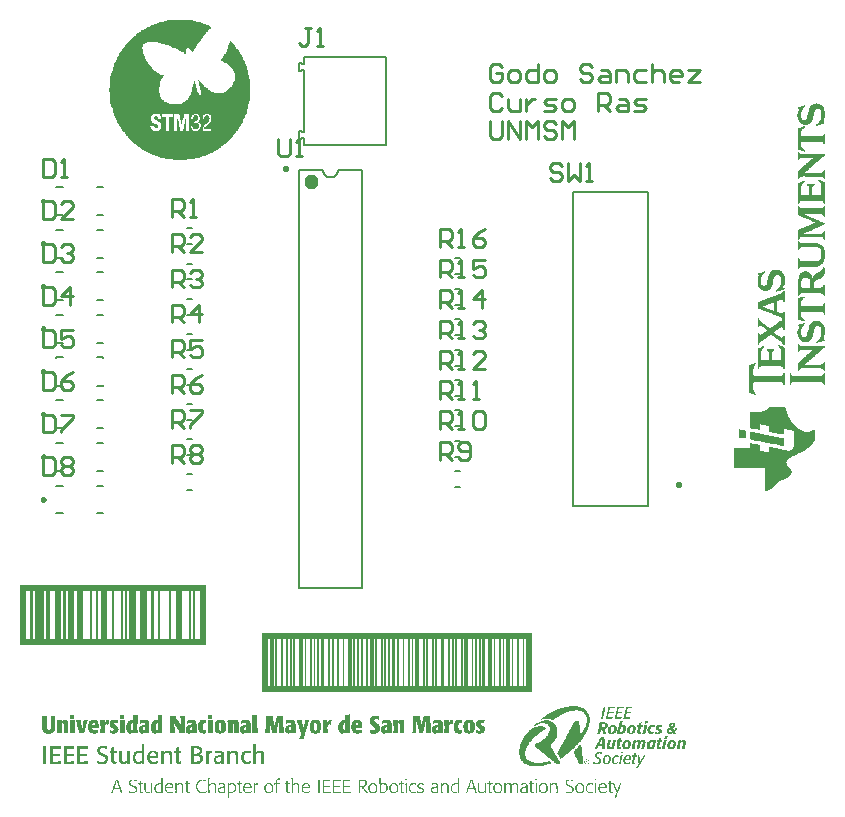
<source format=gbr>
%FSTAX23Y23*%
%MOIN*%
%SFA1B1*%

%IPPOS*%
%ADD25C,0.009842*%
%ADD26C,0.023622*%
%ADD27C,0.007874*%
%ADD28C,0.010000*%
%LNpcb2_legend_top-1*%
%LPD*%
G36*
X05452Y03376D02*
X05458D01*
Y03375*
X05461*
Y03374*
X05463*
Y03373*
X05465*
Y03372*
X05466*
Y03371*
X05468*
Y0337*
X05469*
Y03369*
X0547*
Y03368*
X05471*
Y03367*
X05472*
Y03365*
X05473*
Y03363*
X05474*
Y0336*
X05475*
Y03358*
X05476*
Y03354*
X05477*
Y03349*
X05478*
Y03335*
X05477*
Y03328*
X05476*
Y03325*
X05475*
Y03323*
X05474*
Y03321*
X05473*
Y03317*
X05474*
Y03316*
X05476*
Y03314*
X05477*
Y03311*
X05476*
Y0331*
X05472*
Y03309*
X05468*
Y03308*
X05464*
Y03307*
X0546*
Y03306*
X05456*
Y03305*
X05453*
Y03304*
X05449*
Y03305*
X05448*
Y03307*
X05449*
Y03308*
X0545*
Y03309*
X05452*
Y0331*
X05453*
Y03311*
X05455*
Y03313*
X05456*
Y03314*
X05457*
Y03316*
X05458*
Y03317*
X05459*
Y03319*
X0546*
Y0332*
X05461*
Y03322*
X05462*
Y03324*
X05463*
Y03326*
X05464*
Y03329*
X05465*
Y03334*
X05466*
Y03348*
X05465*
Y03351*
X05464*
Y03354*
X05463*
Y03355*
X05462*
Y03356*
X05461*
Y03357*
X0546*
Y03358*
X05457*
Y03359*
X05449*
Y03358*
X05447*
Y03357*
X05446*
Y03356*
X05445*
Y03355*
X05444*
Y03353*
X05443*
Y0335*
X05442*
Y03347*
X05441*
Y03341*
X0544*
Y03338*
Y03337*
X05439*
Y03332*
X05438*
Y03327*
X05437*
Y03324*
X05435*
Y03321*
X05434*
Y03319*
X05433*
Y03317*
X05432*
Y03316*
X05431*
Y03313*
X0543*
Y03312*
X05429*
Y03311*
X05427*
Y0331*
X05426*
Y03309*
X05424*
Y03308*
X05422*
Y03307*
X05418*
Y03306*
X05408*
Y03307*
X05405*
Y03308*
X05401*
Y03309*
X05399*
Y0331*
X05398*
Y03311*
X05397*
Y03312*
X05395*
Y03313*
X05394*
Y03316*
X05393*
Y03317*
X05392*
Y03319*
X05391*
Y03321*
X0539*
Y03323*
X05388*
Y03327*
X05387*
Y03334*
X05386*
Y03342*
X05387*
Y03348*
X05388*
Y03352*
X0539*
Y03354*
X05391*
Y03356*
X05392*
Y03359*
X05388*
Y03365*
X05391*
Y03366*
X05395*
Y03367*
X05398*
Y03368*
X05402*
Y03369*
X05406*
Y0337*
X05409*
Y03371*
X05411*
Y0337*
X05412*
Y03368*
X05411*
Y03367*
X0541*
Y03366*
X05409*
Y03364*
X05408*
Y03363*
X05407*
Y03362*
X05406*
Y0336*
X05405*
Y03358*
X05403*
Y03357*
X05402*
Y03355*
X05401*
Y03352*
X054*
Y0335*
X05399*
Y03344*
X05398*
Y03333*
X05399*
Y03328*
X054*
Y03327*
X05401*
Y03325*
X05402*
Y03324*
X05405*
Y03323*
X05407*
Y03322*
X05412*
Y03323*
X05414*
Y03324*
X05415*
Y03325*
X05416*
Y03327*
X05417*
Y03329*
X05418*
Y03334*
X05419*
Y03338*
X05421*
Y03343*
X05422*
Y03349*
X05423*
Y03353*
X05424*
Y03356*
X05425*
Y03359*
X05426*
Y03362*
X05427*
Y03365*
X05428*
Y03366*
X05429*
Y03368*
X0543*
Y03369*
X05431*
Y0337*
X05432*
Y03371*
X05433*
Y03372*
X05434*
Y03373*
X05435*
Y03374*
X05438*
Y03375*
X05441*
Y03376*
X05447*
Y03378*
X05452*
Y03376*
G37*
G36*
X05411Y03301D02*
X05412D01*
Y03298*
X05411*
Y03297*
X0541*
Y03296*
X05409*
Y03295*
X05407*
Y03294*
X05406*
Y03293*
X05405*
Y03292*
X05403*
Y03291*
X05402*
Y03289*
X05401*
Y03288*
X054*
Y03285*
X05399*
Y03276*
X05398*
Y03273*
X05399*
Y0327*
X054*
Y03269*
X05468*
Y0327*
X0547*
Y03271*
X05471*
Y03272*
X05472*
Y03274*
X05473*
Y03277*
X05474*
Y03278*
X05476*
Y03277*
X05477*
Y03241*
X05476*
Y0324*
X05474*
Y03241*
X05473*
Y03244*
X05472*
Y03246*
X05471*
Y03247*
X0547*
Y03248*
X05468*
Y03249*
X054*
Y03248*
X05399*
Y03245*
X05398*
Y03243*
X05399*
Y03233*
X054*
Y03231*
X05401*
Y03229*
X05402*
Y03228*
X05403*
Y03227*
X05405*
Y03226*
X05406*
Y03225*
X05407*
Y03224*
X05408*
Y03223*
X0541*
Y03222*
X05411*
Y0322*
X05412*
Y03217*
X05409*
Y03218*
X05406*
Y03219*
X05401*
Y0322*
X05398*
Y03222*
X05395*
Y03223*
X05391*
Y03224*
X05388*
Y0324*
Y03241*
Y03295*
X05392*
Y03296*
X05396*
Y03297*
X05399*
Y03298*
X05402*
Y033*
X05406*
Y03301*
X05409*
Y03302*
X05411*
Y03301*
G37*
G36*
X03359Y03655D02*
X03371D01*
Y03653*
X03382*
Y0365*
X0339*
Y03648*
X03397*
Y03646*
X03403*
Y03644*
X03409*
Y03642*
X03416*
Y0364*
X0342*
Y03638*
X03424*
Y03636*
X03428*
Y03634*
X03432*
Y03629*
X0343*
Y03627*
X03428*
Y03625*
X03426*
Y03623*
X03424*
Y03621*
X03422*
Y03619*
X0342*
Y03617*
X03418*
Y03615*
X03416*
Y03611*
X03413*
Y03608*
X03411*
Y03606*
X03409*
Y03604*
X03407*
Y03602*
X03405*
Y03598*
X03403*
Y03596*
X03401*
Y03594*
X03399*
Y0359*
X03397*
Y03587*
X03395*
Y03583*
X03392*
Y03581*
X0339*
Y03579*
X03388*
Y03575*
X03386*
Y03573*
X03384*
Y03569*
X03382*
Y03564*
X0338*
Y03562*
X03378*
Y03558*
X03376*
Y03556*
X03374*
Y03552*
X03371*
Y03548*
X03367*
Y03552*
X03365*
Y03554*
X03363*
Y03556*
X03361*
Y0356*
X03357*
Y03562*
X0335*
Y03558*
X03348*
Y03541*
X03344*
Y03543*
X03342*
Y03545*
X0334*
Y03548*
X03336*
Y0355*
X03332*
Y03552*
X03329*
Y03554*
X03325*
Y03556*
X03321*
Y03558*
X03317*
Y0356*
X03313*
Y03562*
X03306*
Y03564*
X03302*
Y03566*
X03298*
Y03569*
X03292*
Y03571*
X03285*
Y03573*
X03279*
Y03575*
X03273*
Y03577*
X03264*
Y03579*
X03254*
Y03581*
X03218*
Y03579*
X03212*
Y03577*
X0321*
Y03575*
X03206*
Y03573*
X03203*
Y03566*
X03201*
Y03558*
X03203*
Y03548*
X03206*
Y03541*
X03208*
Y03537*
X0321*
Y03531*
X03212*
Y03527*
X03214*
Y03522*
X03216*
Y03518*
X03218*
Y03516*
X0322*
Y03512*
X03222*
Y0351*
X03224*
Y03506*
X03227*
Y03503*
X03229*
Y03501*
X03231*
Y03499*
X03233*
Y03495*
X03235*
Y03493*
X03237*
Y03491*
X03239*
Y03489*
X03241*
Y03487*
X03245*
Y03485*
X03248*
Y03482*
X0325*
Y0348*
X03254*
Y03478*
X03258*
Y03476*
X03262*
Y03474*
X03275*
Y0347*
X03273*
Y03468*
X03271*
Y03464*
X03269*
Y03459*
X03266*
Y03455*
X03264*
Y03451*
X03262*
Y03443*
X0326*
Y03434*
X03258*
Y03411*
X0326*
Y03405*
X03262*
Y03398*
X03264*
Y03396*
X03266*
Y03392*
X03269*
Y0339*
X03271*
Y03388*
X03273*
Y03386*
X03275*
Y03384*
X03279*
Y03382*
X03283*
Y0338*
X0329*
Y03377*
X03298*
Y03375*
X03325*
Y03377*
X03334*
Y0338*
X03338*
Y03382*
X03342*
Y03384*
X03344*
Y03386*
X03348*
Y03388*
X0335*
Y0339*
X03353*
Y03394*
X03355*
Y03396*
X03357*
Y03401*
X03359*
Y03403*
X03361*
Y03407*
X03363*
Y03413*
X03365*
Y03417*
X03367*
Y03426*
X03369*
Y03432*
X03371*
Y03443*
X03374*
Y03451*
X03378*
Y03443*
X0338*
Y03436*
X03382*
Y0343*
X03384*
Y03424*
X03386*
Y03417*
X03388*
Y03413*
X0339*
Y03409*
X03392*
Y03407*
X03395*
Y03405*
X03397*
Y03424*
X03395*
Y03436*
X03392*
Y03445*
X0339*
Y03451*
X03388*
Y03455*
X0339*
Y03453*
X03392*
Y03451*
X03395*
Y03449*
X03397*
Y03447*
X03399*
Y03445*
X03401*
Y03443*
X03403*
Y0344*
X03405*
Y03438*
X03407*
Y03436*
X03409*
Y03434*
X03411*
Y03432*
X03413*
Y0343*
X03416*
Y03428*
X0342*
Y03426*
X03422*
Y03424*
X03424*
Y03422*
X03428*
Y03419*
X0343*
Y03417*
X03434*
Y03415*
X03441*
Y03413*
X03447*
Y03411*
X03468*
Y03413*
X03474*
Y03415*
X03479*
Y03417*
X03481*
Y03419*
X03485*
Y03422*
X03487*
Y03424*
X03489*
Y03426*
X03491*
Y03428*
X03493*
Y0343*
X03495*
Y03432*
X03497*
Y03434*
X035*
Y03438*
X03502*
Y0344*
X03504*
Y03445*
X03506*
Y03449*
X03508*
Y03453*
X0351*
Y03464*
X03512*
Y0347*
X0351*
Y0348*
X03508*
Y03485*
X03506*
Y03489*
X03504*
Y03491*
X03502*
Y03495*
X035*
Y03497*
X03497*
Y03499*
X03495*
Y03501*
X03493*
Y03503*
X03491*
Y03506*
X03487*
Y03508*
X03485*
Y0351*
X03483*
Y03512*
X03479*
Y03514*
X03476*
Y03516*
X03472*
Y03518*
X03468*
Y0352*
X03464*
Y03524*
X03466*
Y03527*
X03468*
Y03529*
X0347*
Y03531*
X03472*
Y03535*
X03474*
Y03537*
X03476*
Y03541*
X03479*
Y03543*
X03481*
Y03548*
X03483*
Y03554*
X03485*
Y03558*
X03487*
Y03564*
X03489*
Y03571*
X03491*
Y03579*
X03493*
Y03587*
X03495*
Y03585*
X03497*
Y03583*
X035*
Y03581*
X03502*
Y03579*
X03504*
Y03577*
X03506*
Y03575*
X03508*
Y03573*
X0351*
Y03569*
X03512*
Y03566*
X03514*
Y03564*
X03516*
Y0356*
X03518*
Y03558*
X0352*
Y03556*
X03523*
Y03552*
X03525*
Y0355*
X03527*
Y03545*
X03529*
Y03541*
X03531*
Y03539*
X03533*
Y03535*
X03535*
Y03531*
X03537*
Y03527*
X03539*
Y03522*
X03541*
Y03518*
X03544*
Y03512*
X03546*
Y03508*
X03548*
Y03501*
X0355*
Y03495*
X03552*
Y03489*
X03554*
Y0348*
X03556*
Y03472*
X03558*
Y03459*
X0356*
Y0344*
X03562*
Y03405*
X0356*
Y03386*
X03558*
Y03375*
X03556*
Y03365*
X03554*
Y03359*
X03552*
Y0335*
X0355*
Y03344*
X03548*
Y0334*
X03546*
Y03333*
X03544*
Y03329*
X03541*
Y03325*
X03539*
Y03319*
X03537*
Y03314*
X03535*
Y03312*
X03533*
Y03308*
X03531*
Y03304*
X03529*
Y033*
X03527*
Y03298*
X03525*
Y03293*
X03523*
Y03291*
X0352*
Y03287*
X03518*
Y03285*
X03516*
Y03283*
X03514*
Y03279*
X03512*
Y03277*
X0351*
Y03275*
X03508*
Y03272*
X03506*
Y03268*
X03504*
Y03266*
X03502*
Y03264*
X035*
Y03262*
X03497*
Y0326*
X03495*
Y03258*
X03493*
Y03256*
X03491*
Y03254*
X03489*
Y03251*
X03487*
Y03249*
X03485*
Y03247*
X03483*
Y03245*
X03481*
Y03243*
X03476*
Y03241*
X03474*
Y03239*
X03472*
Y03237*
X0347*
Y03235*
X03466*
Y03233*
X03464*
Y0323*
X0346*
Y03228*
X03458*
Y03226*
X03453*
Y03224*
X03451*
Y03222*
X03447*
Y0322*
X03443*
Y03218*
X03441*
Y03216*
X03437*
Y03214*
X03432*
Y03212*
X03428*
Y03209*
X03422*
Y03207*
X03418*
Y03205*
X03413*
Y03203*
X03407*
Y03201*
X03401*
Y03199*
X03395*
Y03197*
X03386*
Y03195*
X03378*
Y03193*
X03367*
Y03191*
X0335*
Y03188*
X03306*
Y03191*
X0329*
Y03193*
X03277*
Y03195*
X03269*
Y03197*
X0326*
Y03199*
X03254*
Y03201*
X03248*
Y03203*
X03243*
Y03205*
X03237*
Y03207*
X03233*
Y03209*
X03229*
Y03212*
X03224*
Y03214*
X0322*
Y03216*
X03216*
Y03218*
X03212*
Y0322*
X03208*
Y03222*
X03206*
Y03224*
X03201*
Y03226*
X03197*
Y03228*
X03195*
Y0323*
X03193*
Y03233*
X03189*
Y03235*
X03187*
Y03237*
X03185*
Y03239*
X0318*
Y03241*
X03178*
Y03243*
X03176*
Y03245*
X03174*
Y03247*
X03172*
Y03249*
X03168*
Y03251*
X03166*
Y03254*
X03164*
Y03256*
X03161*
Y03258*
X03159*
Y0326*
X03157*
Y03262*
X03155*
Y03264*
X03153*
Y03268*
X03151*
Y0327*
X03149*
Y03272*
X03147*
Y03275*
X03145*
Y03277*
X03143*
Y03281*
X0314*
Y03283*
X03138*
Y03285*
X03136*
Y03289*
X03134*
Y03291*
X03132*
Y03296*
X0313*
Y03298*
X03128*
Y03302*
X03126*
Y03306*
X03124*
Y03308*
X03122*
Y03312*
X03119*
Y03317*
X03117*
Y03321*
X03115*
Y03325*
X03113*
Y03329*
X03111*
Y03335*
X03109*
Y0334*
X03107*
Y03346*
X03105*
Y03352*
X03103*
Y03361*
X03101*
Y03367*
X03098*
Y03377*
X03096*
Y0339*
X03094*
Y03417*
X03092*
Y0343*
X03094*
Y03455*
X03096*
Y03468*
X03098*
Y03478*
X03101*
Y03487*
X03103*
Y03493*
X03105*
Y03499*
X03107*
Y03506*
X03109*
Y03512*
X03111*
Y03516*
X03113*
Y0352*
X03115*
Y03524*
X03117*
Y03529*
X03119*
Y03533*
X03122*
Y03537*
X03124*
Y03541*
X03126*
Y03545*
X03128*
Y03548*
X0313*
Y03552*
X03132*
Y03554*
X03134*
Y03558*
X03136*
Y0356*
X03138*
Y03562*
X0314*
Y03566*
X03143*
Y03569*
X03145*
Y03571*
X03147*
Y03573*
X03149*
Y03577*
X03151*
Y03579*
X03153*
Y03581*
X03155*
Y03583*
X03157*
Y03585*
X03159*
Y03587*
X03161*
Y0359*
X03164*
Y03592*
X03166*
Y03594*
X03168*
Y03596*
X0317*
Y03598*
X03172*
Y036*
X03174*
Y03602*
X03178*
Y03604*
X0318*
Y03606*
X03182*
Y03608*
X03185*
Y03611*
X03189*
Y03613*
X03191*
Y03615*
X03193*
Y03617*
X03197*
Y03619*
X03199*
Y03621*
X03203*
Y03623*
X03208*
Y03625*
X0321*
Y03627*
X03214*
Y03629*
X03218*
Y03632*
X03222*
Y03634*
X03227*
Y03636*
X03231*
Y03638*
X03235*
Y0364*
X03241*
Y03642*
X03245*
Y03644*
X03252*
Y03646*
X03258*
Y03648*
X03266*
Y0365*
X03275*
Y03653*
X03283*
Y03655*
X03298*
Y03657*
X03359*
Y03655*
G37*
G36*
X05392Y03214D02*
X05393D01*
Y03212*
X05394*
Y03211*
X05395*
Y0321*
X05397*
Y03209*
X05477*
Y03208*
X05478*
Y03205*
X05477*
Y03204*
X05476*
Y03203*
X05475*
Y03202*
X05474*
Y03201*
X05473*
Y032*
X05472*
Y03199*
X05471*
Y03198*
X05469*
Y03197*
X05468*
Y03196*
X05466*
Y03195*
X05465*
Y03194*
X05464*
Y03193*
X05463*
Y03192*
X05461*
Y03191*
X0546*
Y03189*
X05459*
Y03188*
X05458*
Y03187*
X05457*
Y03186*
X05456*
Y03185*
X05455*
Y03184*
X05453*
Y03183*
X05452*
Y03182*
X0545*
Y03181*
X05449*
Y0318*
X05448*
Y03179*
X05447*
Y03178*
X05445*
Y03176*
X05443*
Y03175*
X05442*
Y03173*
X05441*
Y03172*
X0544*
Y03171*
X05439*
Y0317*
X05438*
Y03169*
X05435*
Y03168*
X05434*
Y03167*
X05433*
Y03166*
X05432*
Y03165*
X05431*
Y03164*
X0543*
Y03163*
X05429*
Y03162*
X05427*
Y03161*
X05426*
Y0316*
X05425*
Y03158*
X05424*
Y03157*
X05423*
Y03156*
X05422*
Y03155*
X05421*
Y03154*
X05418*
Y03153*
X05417*
Y03152*
X05416*
Y03151*
X05415*
Y0315*
X05414*
Y03149*
X05413*
Y03148*
X05411*
Y03147*
X05412*
Y03146*
X05413*
Y03147*
X05414*
Y03146*
X05416*
Y03147*
X05417*
Y03146*
X05461*
Y03147*
X05462*
Y03146*
X05463*
Y03147*
X05468*
Y03148*
X0547*
Y03149*
X05471*
Y03151*
X05472*
Y03152*
X05473*
Y03155*
X05477*
Y03126*
X05476*
Y03125*
X05474*
Y03126*
X05473*
Y03129*
X05472*
Y03131*
X05471*
Y03132*
X0547*
Y03133*
X05469*
Y03134*
X05462*
Y03135*
X05461*
Y03134*
X0541*
Y03135*
X05409*
Y03134*
X05408*
Y03135*
X05406*
Y03134*
X05397*
Y03133*
X05395*
Y03132*
X05394*
Y0313*
X05393*
Y03129*
X05392*
Y03126*
X05391*
Y03125*
X05388*
Y03153*
X0539*
Y03154*
X05391*
Y03155*
X05393*
Y03156*
X05394*
Y03157*
X05395*
Y03158*
X05396*
Y0316*
X05397*
Y03161*
X05398*
Y03162*
X05399*
Y03163*
X05401*
Y03164*
X05402*
Y03165*
X05403*
Y03166*
X05405*
Y03167*
X05406*
Y03168*
X05407*
Y03169*
X05409*
Y03171*
X05411*
Y03172*
X05412*
Y03173*
X05413*
Y03175*
X05414*
Y03176*
X05415*
Y03177*
X05416*
Y03178*
X05417*
Y03179*
X05419*
Y0318*
X05421*
Y03181*
X05422*
Y03182*
X05423*
Y03183*
X05424*
Y03184*
X05425*
Y03185*
X05426*
Y03186*
X05428*
Y03187*
X05429*
Y03188*
X0543*
Y03189*
X05431*
Y03191*
X05432*
Y03192*
X05433*
Y03193*
X05434*
Y03194*
X05437*
Y03195*
X05438*
Y03196*
X05439*
Y03197*
X05399*
Y03196*
X05396*
Y03195*
X05394*
Y03194*
X05393*
Y03192*
X05392*
Y03188*
X05388*
Y03216*
X05392*
Y03214*
G37*
G36*
X05457Y03123D02*
X05459D01*
Y03122*
X05461*
Y03121*
X05464*
Y0312*
X05466*
Y03119*
X0547*
Y03118*
X05472*
Y03117*
X05475*
Y03116*
X05477*
Y03044*
X05476*
Y03043*
X05474*
Y03044*
X05473*
Y03047*
X05472*
Y03048*
X05471*
Y03049*
X0547*
Y03051*
X05468*
Y03052*
X05397*
Y03051*
X05395*
Y03049*
X05394*
Y03048*
X05393*
Y03046*
X05392*
Y03043*
X05388*
Y03113*
X0539*
Y03114*
X05393*
Y03115*
X05396*
Y03116*
X05399*
Y03117*
X05401*
Y03118*
X05405*
Y03119*
X05409*
Y03118*
X0541*
Y03117*
X05409*
Y03116*
X05408*
Y03115*
X05407*
Y03114*
X05406*
Y03113*
X05405*
Y03111*
X05403*
Y03109*
X05402*
Y03108*
X05401*
Y03106*
X054*
Y03103*
X05399*
Y03095*
X05398*
Y03077*
X05399*
Y03073*
X054*
Y03072*
X05401*
Y03071*
X05425*
Y031*
X05424*
Y03102*
X05423*
Y03103*
X05422*
Y03104*
X05419*
Y03105*
X05417*
Y03108*
X05443*
Y03105*
X05441*
Y03104*
X05439*
Y03103*
X05438*
Y03102*
X05437*
Y031*
X05435*
Y03071*
X05463*
Y03072*
X05465*
Y03105*
X05464*
Y03109*
X05463*
Y03111*
X05462*
Y03114*
X05461*
Y03115*
X0546*
Y03116*
X05459*
Y03117*
X05458*
Y03118*
X05457*
Y03119*
X05456*
Y0312*
X05455*
Y03123*
X05456*
Y03124*
X05457*
Y03123*
G37*
G36*
X05476Y03036D02*
X05477D01*
Y03*
X05473*
Y03004*
X05472*
Y03005*
X05471*
Y03006*
X0547*
Y03007*
X05469*
Y03008*
X05463*
Y03009*
X0541*
Y03007*
X05412*
Y03006*
X05415*
Y03005*
X05417*
Y03004*
X05419*
Y03002*
X05422*
Y03001*
X05425*
Y03*
X05427*
Y02999*
X05429*
Y02998*
X05432*
Y02997*
X05434*
Y02996*
X05437*
Y02995*
X0544*
Y02994*
X05442*
Y02993*
X05444*
Y02992*
X05447*
Y02991*
X05449*
Y0299*
X05452*
Y02989*
X05454*
Y02988*
X05457*
Y02986*
X05459*
Y02985*
X05461*
Y02984*
X05463*
Y02983*
X05466*
Y02982*
X05469*
Y02981*
X05471*
Y0298*
X05474*
Y02979*
X05476*
Y02978*
X05478*
Y02975*
X05476*
Y02974*
X05474*
Y02973*
X05471*
Y02971*
X05469*
Y0297*
X05466*
Y02969*
X05464*
Y02968*
X05462*
Y02967*
X05459*
Y02966*
X05457*
Y02965*
X05455*
Y02964*
X05453*
Y02963*
X05449*
Y02962*
X05447*
Y02961*
X05445*
Y0296*
X05443*
Y02959*
X0544*
Y02958*
X05438*
Y02957*
X05435*
Y02955*
X05433*
Y02954*
X0543*
Y02953*
X05428*
Y02952*
X05426*
Y02951*
X05424*
Y0295*
X05421*
Y02949*
X05418*
Y02948*
X05416*
Y02947*
X05414*
Y02946*
X05411*
Y02945*
X05409*
Y02943*
X0541*
Y02944*
X05468*
Y02945*
X0547*
Y02946*
X05471*
Y02947*
X05472*
Y02949*
X05473*
Y02951*
X05474*
Y02952*
X05476*
Y02951*
X05477*
Y02924*
X05476*
Y02923*
X05474*
Y02924*
X05473*
Y02927*
X05472*
Y02928*
X05471*
Y0293*
X0547*
Y02931*
X05468*
Y02932*
X05397*
Y02931*
X05395*
Y0293*
X05394*
Y02929*
X05393*
Y02927*
X05392*
Y02923*
X05388*
Y02957*
X05392*
Y02958*
X05394*
Y02959*
X05396*
Y0296*
X05399*
Y02961*
X05401*
Y02962*
X05403*
Y02963*
X05406*
Y02964*
X05409*
Y02965*
X05411*
Y02966*
X05413*
Y02967*
X05415*
Y02968*
X05418*
Y02969*
X05421*
Y0297*
X05423*
Y02971*
X05425*
Y02973*
X05427*
Y02974*
X0543*
Y02975*
X05432*
Y02976*
X05434*
Y02977*
X05437*
Y02978*
X0544*
Y02979*
X05442*
Y0298*
X05444*
Y02981*
X05443*
Y02982*
X05441*
Y02983*
X05438*
Y02984*
X05435*
Y02985*
X05433*
Y02986*
X0543*
Y02988*
X05428*
Y02989*
X05426*
Y0299*
X05424*
Y02991*
X05421*
Y02992*
X05418*
Y02993*
X05416*
Y02994*
X05413*
Y02995*
X05411*
Y02996*
X05409*
Y02997*
X05406*
Y02998*
X05403*
Y02999*
X05401*
Y03*
X05398*
Y03001*
X05396*
Y03002*
X05393*
Y03004*
X05391*
Y03005*
X05388*
Y03037*
X05392*
Y03033*
X05393*
Y03031*
X05394*
Y0303*
X05395*
Y03029*
X05397*
Y03028*
X05468*
Y03029*
X0547*
Y0303*
X05471*
Y03031*
X05472*
Y03033*
X05473*
Y03037*
X05476*
Y03036*
G37*
G36*
X05392Y02915D02*
X05393D01*
Y02914*
X05394*
Y02913*
X05395*
Y02912*
X05397*
Y02911*
X05454*
Y02909*
X05459*
Y02908*
X05461*
Y02907*
X05463*
Y02906*
X05465*
Y02905*
X05468*
Y02904*
X05469*
Y02903*
X0547*
Y02902*
X05471*
Y029*
X05472*
Y02899*
X05473*
Y02897*
X05474*
Y02896*
X05475*
Y02892*
X05476*
Y02889*
X05477*
Y02883*
X05478*
Y02866*
X05477*
Y02858*
X05476*
Y02855*
X05475*
Y02852*
X05474*
Y0285*
X05473*
Y02848*
X05472*
Y02845*
X05471*
Y02844*
X0547*
Y02843*
X05469*
Y02841*
X05466*
Y0284*
X05465*
Y02839*
X05464*
Y02838*
X05462*
Y02837*
X0546*
Y02836*
X05457*
Y02835*
X05453*
Y02834*
X05397*
Y02833*
X05395*
Y02831*
X05394*
Y0283*
X05393*
Y02828*
X05392*
Y02825*
X05388*
Y02861*
X05392*
Y02858*
X05393*
Y02856*
X05394*
Y02855*
X05395*
Y02854*
X05397*
Y02853*
X05454*
Y02854*
X05457*
Y02855*
X05459*
Y02856*
X0546*
Y02857*
X05461*
Y02858*
X05462*
Y02859*
X05463*
Y02861*
X05464*
Y02864*
X05465*
Y02868*
X05466*
Y02885*
X05465*
Y02888*
X05464*
Y0289*
X05463*
Y02892*
X05462*
Y02893*
X05461*
Y02895*
X05459*
Y02896*
X05457*
Y02897*
X05454*
Y02898*
X05398*
Y02897*
X05395*
Y02896*
X05394*
Y02895*
X05393*
Y02892*
X05392*
Y02889*
X05388*
Y02918*
X05392*
Y02915*
G37*
G36*
X05475Y02833D02*
X05476D01*
Y0283*
X05477*
Y02826*
X05478*
Y02814*
X05477*
Y0281*
X05476*
Y02807*
X05475*
Y02805*
X05474*
Y02804*
X05473*
Y02803*
X05472*
Y02802*
X05471*
Y02799*
X05469*
Y02798*
X05468*
Y02797*
X05466*
Y02796*
X05464*
Y02795*
X05463*
Y02794*
X05461*
Y02793*
X05459*
Y02792*
X05457*
Y02791*
X05455*
Y0279*
X05452*
Y02789*
X0545*
Y02788*
X05448*
Y02787*
X05446*
Y02786*
X05445*
Y02784*
X05444*
Y02783*
X05443*
Y02782*
X05442*
Y02781*
X05441*
Y02777*
X0544*
Y02765*
X05441*
Y02764*
X05465*
Y02765*
X05469*
Y02766*
X0547*
Y02767*
X05471*
Y02768*
X05472*
Y02771*
X05473*
Y02773*
X05474*
Y02774*
X05476*
Y02773*
X05477*
Y02736*
X05473*
Y0274*
X05472*
Y02742*
X05471*
Y02743*
X0547*
Y02744*
X05466*
Y02745*
X05398*
Y02744*
X05395*
Y02743*
X05394*
Y02742*
X05393*
Y0274*
X05392*
Y02736*
X05388*
Y02794*
X0539*
Y02799*
X05391*
Y02803*
X05392*
Y02805*
X05393*
Y02807*
X05394*
Y02809*
X05395*
Y0281*
X05396*
Y02811*
X05397*
Y02812*
X05398*
Y02813*
X05399*
Y02814*
X05401*
Y02815*
X05402*
Y02817*
X05407*
Y02818*
X05418*
Y02817*
X05422*
Y02815*
X05424*
Y02814*
X05426*
Y02813*
X05427*
Y02812*
X05428*
Y02811*
X05429*
Y0281*
X0543*
Y02809*
X05431*
Y02807*
X05432*
Y02805*
X05433*
Y02803*
X05434*
Y02798*
X05435*
Y02795*
X05437*
Y02797*
X05438*
Y02799*
X05439*
Y02802*
X0544*
Y02803*
X05441*
Y02804*
X05442*
Y02805*
X05443*
Y02806*
X05444*
Y02807*
X05445*
Y02808*
X05446*
Y02809*
X05448*
Y0281*
X05449*
Y02811*
X0545*
Y02812*
X05453*
Y02813*
X05455*
Y02814*
X05456*
Y02815*
X05458*
Y02817*
X0546*
Y02818*
X05461*
Y02819*
X05463*
Y0282*
X05464*
Y02821*
X05465*
Y02822*
X05466*
Y02823*
X05468*
Y02824*
X05469*
Y02825*
X0547*
Y02827*
X05471*
Y02829*
X05472*
Y02833*
X05473*
Y02834*
X05475*
Y02833*
G37*
G36*
X05317Y02823D02*
X05323D01*
Y02822*
X05326*
Y02821*
X05329*
Y0282*
X05331*
Y02819*
X05332*
Y02818*
X05333*
Y02817*
X05334*
Y02815*
X05335*
Y02814*
X05336*
Y02813*
X05337*
Y02811*
X05338*
Y0281*
X05339*
Y02808*
X0534*
Y02806*
X05341*
Y02803*
X05343*
Y02797*
X05344*
Y02778*
X05343*
Y02774*
X05341*
Y02771*
X0534*
Y02768*
X05339*
Y02766*
X05338*
Y02763*
X0534*
Y02762*
X05343*
Y02758*
X05341*
Y02757*
X05338*
Y02756*
X05334*
Y02755*
X0533*
Y02753*
X05325*
Y02752*
X05321*
Y02751*
X05318*
Y0275*
X05316*
Y02751*
X05315*
Y02753*
X05316*
Y02755*
X05317*
Y02756*
X05318*
Y02757*
X05319*
Y02758*
X0532*
Y02759*
X05321*
Y0276*
X05322*
Y02761*
X05323*
Y02763*
X05324*
Y02764*
X05325*
Y02766*
X05326*
Y02767*
X05328*
Y0277*
X05329*
Y02772*
X0533*
Y02775*
X05331*
Y02779*
X05332*
Y02795*
X05331*
Y02798*
X0533*
Y028*
X05329*
Y02802*
X05328*
Y02803*
X05326*
Y02804*
X05325*
Y02805*
X05323*
Y02806*
X05316*
Y02805*
X05313*
Y02804*
X05312*
Y02803*
X0531*
Y028*
X05309*
Y02798*
X05308*
Y02795*
X05307*
Y02791*
X05306*
Y02787*
X05305*
Y02781*
X05304*
Y02777*
X05303*
Y02773*
X05302*
Y0277*
X05301*
Y02767*
X053*
Y02765*
X05299*
Y02763*
X05298*
Y02762*
X05297*
Y0276*
X05296*
Y02759*
X05294*
Y02758*
X05293*
Y02757*
X05291*
Y02756*
X0529*
Y02755*
X05288*
Y02753*
X05284*
Y02752*
X05273*
Y02753*
X0527*
Y02755*
X05267*
Y02756*
X05266*
Y02757*
X05263*
Y02758*
X05262*
Y02759*
X05261*
Y0276*
X0526*
Y02761*
X05259*
Y02762*
X05258*
Y02764*
X05257*
Y02766*
X05256*
Y02768*
X05255*
Y02771*
X05254*
Y02775*
X05253*
Y02793*
X05254*
Y02797*
X05255*
Y02799*
X05256*
Y02802*
X05257*
Y02806*
X05255*
Y02807*
X05254*
Y02811*
X05256*
Y02812*
X0526*
Y02813*
X05263*
Y02814*
X05268*
Y02815*
X05271*
Y02817*
X05275*
Y02818*
X05277*
Y02815*
X05278*
Y02814*
X05277*
Y02813*
X05276*
Y02812*
X05275*
Y02811*
X05274*
Y0281*
X05273*
Y02809*
X05272*
Y02808*
X05271*
Y02806*
X0527*
Y02805*
X05269*
Y02803*
X05268*
Y028*
X05267*
Y02798*
X05266*
Y02794*
X05265*
Y02788*
X05263*
Y02782*
X05265*
Y02777*
X05266*
Y02774*
X05267*
Y02773*
X05268*
Y02772*
X05269*
Y02771*
X0527*
Y0277*
X05273*
Y02768*
X05276*
Y0277*
X05279*
Y02771*
X05281*
Y02772*
X05282*
Y02773*
X05283*
Y02776*
X05284*
Y02779*
X05285*
Y02783*
X05286*
Y02789*
X05287*
Y02793*
X05288*
Y02797*
X05289*
Y02802*
X0529*
Y02805*
X05291*
Y02808*
X05292*
Y0281*
X05293*
Y02812*
X05294*
Y02813*
X05296*
Y02815*
X05297*
Y02817*
X05298*
Y02818*
X05299*
Y02819*
X053*
Y0282*
X05302*
Y02821*
X05304*
Y02822*
X05307*
Y02823*
X05314*
Y02824*
X05317*
Y02823*
G37*
G36*
X05343Y02717D02*
X05341D01*
Y02716*
X05339*
Y02718*
X05338*
Y0272*
X05337*
Y02721*
X05336*
Y02722*
X05335*
Y02724*
X05332*
Y02722*
X05328*
Y02721*
X05325*
Y0272*
X05322*
Y02719*
X05319*
Y02718*
X05318*
Y02682*
X0532*
Y02681*
X05323*
Y0268*
X05325*
Y02679*
X05329*
Y02678*
X05336*
Y02679*
X05337*
Y0268*
X05338*
Y02682*
X05339*
Y02684*
X05343*
Y02623*
X05339*
Y02625*
X05338*
Y02628*
X05337*
Y0263*
X05336*
Y02631*
X05331*
Y0263*
X05329*
Y02628*
X05326*
Y02627*
X05325*
Y02626*
X05324*
Y02625*
X05322*
Y02624*
X05321*
Y02623*
X05319*
Y02622*
X05318*
Y02621*
X05316*
Y0262*
X05315*
Y02619*
X05313*
Y02618*
X05312*
Y02617*
X0531*
Y02616*
X05308*
Y02615*
X05307*
Y02612*
X05309*
Y02611*
X0531*
Y0261*
X05313*
Y02609*
X05314*
Y02608*
X05316*
Y02607*
X05317*
Y02606*
X05319*
Y02605*
X05321*
Y02604*
X05322*
Y02603*
X05324*
Y02602*
X05325*
Y02601*
X05328*
Y026*
X05329*
Y02599*
X05331*
Y02597*
X05336*
Y02599*
X05337*
Y026*
X05338*
Y02603*
X05339*
Y02604*
X05343*
Y02571*
X05339*
Y02572*
X05338*
Y02575*
X05337*
Y02577*
X05336*
Y02579*
X05335*
Y0258*
X05334*
Y02581*
X05333*
Y02583*
X05332*
Y02584*
X05331*
Y02585*
X05329*
Y02586*
X05328*
Y02587*
X05326*
Y02588*
X05324*
Y02589*
X05323*
Y0259*
X05321*
Y02591*
X0532*
Y02592*
X05319*
Y02593*
X05317*
Y02594*
X05316*
Y02595*
X05314*
Y02596*
X05313*
Y02597*
X0531*
Y02599*
X05309*
Y026*
X05308*
Y02601*
X05306*
Y02602*
X05305*
Y02603*
X05303*
Y02604*
X05302*
Y02605*
X053*
Y02606*
X05299*
Y02607*
X05298*
Y02606*
X05296*
Y02605*
X05294*
Y02604*
X05292*
Y02603*
X05291*
Y02602*
X0529*
Y02601*
X05288*
Y026*
X05287*
Y02599*
X05285*
Y02597*
X05284*
Y02596*
X05283*
Y02595*
X05281*
Y02594*
X05279*
Y02593*
X05277*
Y02592*
X05276*
Y02591*
X05275*
Y0259*
X05273*
Y02589*
X05272*
Y02588*
X0527*
Y02587*
X05269*
Y02586*
X05268*
Y02585*
X05266*
Y02584*
X05265*
Y02583*
X05263*
Y02581*
X05261*
Y02579*
X0526*
Y02578*
X05259*
Y02576*
X05258*
Y02574*
X05257*
Y02572*
X05254*
Y02613*
X05257*
Y02611*
X05258*
Y02609*
X05259*
Y02608*
X0526*
Y02607*
X05266*
Y02608*
X05267*
Y02609*
X05269*
Y0261*
X05271*
Y02611*
X05272*
Y02612*
X05273*
Y02613*
X05275*
Y02615*
X05276*
Y02616*
X05278*
Y02617*
X05281*
Y02618*
X05282*
Y02619*
X05284*
Y0262*
X05285*
Y02621*
X05286*
Y02622*
X05285*
Y02623*
X05283*
Y02624*
X05282*
Y02625*
X05279*
Y02626*
X05278*
Y02627*
X05277*
Y02628*
X05275*
Y0263*
X05274*
Y02631*
X05272*
Y02632*
X05271*
Y02633*
X05269*
Y02634*
X05268*
Y02635*
X05266*
Y02636*
X05263*
Y02637*
X05259*
Y02636*
X05258*
Y02634*
X05257*
Y02631*
X05254*
Y02662*
X05257*
Y02659*
X05258*
Y02657*
X05259*
Y02655*
X0526*
Y02654*
X05261*
Y02652*
X05262*
Y02651*
X05263*
Y0265*
X05265*
Y02649*
X05267*
Y02648*
X05268*
Y02647*
X0527*
Y02646*
X05271*
Y02644*
X05272*
Y02643*
X05274*
Y02642*
X05275*
Y02641*
X05277*
Y0264*
X05278*
Y02639*
X05281*
Y02638*
X05282*
Y02637*
X05283*
Y02636*
X05285*
Y02635*
X05286*
Y02634*
X05288*
Y02633*
X05289*
Y02632*
X0529*
Y02631*
X05292*
Y0263*
X05293*
Y02628*
X05297*
Y0263*
X05298*
Y02631*
X053*
Y02632*
X05301*
Y02633*
X05302*
Y02634*
X05304*
Y02635*
X05305*
Y02636*
X05307*
Y02637*
X05308*
Y02638*
X05309*
Y02639*
X05312*
Y0264*
X05313*
Y02641*
X05315*
Y02642*
X05316*
Y02643*
X05318*
Y02644*
X05319*
Y02646*
X0532*
Y02647*
X05322*
Y02648*
X05323*
Y02649*
X05325*
Y0265*
X05326*
Y02651*
X05329*
Y02652*
X0533*
Y02653*
X05331*
Y02654*
X05333*
Y02655*
X05334*
Y02656*
X05335*
Y02657*
X05336*
Y02661*
X05335*
Y02662*
X05334*
Y02663*
X05332*
Y02664*
X05331*
Y02665*
X05329*
Y02666*
X05326*
Y02667*
X05324*
Y02668*
X05321*
Y02669*
X05318*
Y0267*
X05316*
Y02671*
X05313*
Y02672*
X0531*
Y02673*
X05307*
Y02674*
X05305*
Y02675*
X05302*
Y02677*
X053*
Y02678*
X05297*
Y02679*
X05294*
Y0268*
X05291*
Y02681*
X05289*
Y02682*
X05286*
Y02683*
X05284*
Y02684*
X05281*
Y02685*
X05277*
Y02686*
X05275*
Y02687*
X05272*
Y02688*
X0527*
Y02689*
X05267*
Y0269*
X05263*
Y02692*
X05261*
Y02693*
X05258*
Y02694*
X05256*
Y02695*
X05254*
Y02715*
X05256*
Y02716*
X05258*
Y02717*
X05261*
Y02718*
X05263*
Y02719*
X05267*
Y0272*
X05269*
Y02721*
X05272*
Y02722*
X05274*
Y02724*
X05277*
Y02725*
X05281*
Y02726*
X05283*
Y02727*
X05286*
Y02728*
X05289*
Y02729*
X05291*
Y0273*
X05294*
Y02731*
X05298*
Y02732*
X053*
Y02733*
X05303*
Y02734*
X05306*
Y02735*
X05308*
Y02736*
X05312*
Y02737*
X05315*
Y02739*
X05317*
Y0274*
X0532*
Y02741*
X05322*
Y02742*
X05325*
Y02743*
X05329*
Y02744*
X05331*
Y02745*
X05333*
Y02746*
X05334*
Y02747*
X05335*
Y02748*
X05336*
Y02749*
X05337*
Y02751*
X05338*
Y02752*
X05339*
Y02753*
X05343*
Y02717*
G37*
G36*
X05411Y02734D02*
X05412D01*
Y02732*
X05411*
Y02731*
X0541*
Y0273*
X05409*
Y02729*
X05408*
Y02728*
X05406*
Y02727*
X05405*
Y02726*
X05403*
Y02724*
X05402*
Y02722*
X05401*
Y0272*
X054*
Y02718*
X05399*
Y0271*
X05398*
Y02706*
X05399*
Y02703*
X054*
Y02702*
X05468*
Y02703*
X0547*
Y02704*
X05471*
Y02705*
X05472*
Y02708*
X05473*
Y02711*
X05474*
Y02712*
X05476*
Y02711*
X05477*
Y02674*
X05476*
Y02673*
X05474*
Y02674*
X05473*
Y02678*
X05472*
Y0268*
X05471*
Y02681*
X0547*
Y02682*
X05468*
Y02683*
X054*
Y02682*
X05399*
Y02678*
X05398*
Y02675*
X05399*
Y02667*
X054*
Y02665*
X05401*
Y02663*
X05402*
Y02662*
X05403*
Y02661*
X05405*
Y02659*
X05406*
Y02658*
X05407*
Y02657*
X05408*
Y02656*
X05409*
Y02655*
X05411*
Y02654*
X05412*
Y02651*
X05408*
Y02652*
X05405*
Y02653*
X05401*
Y02654*
X05398*
Y02655*
X05394*
Y02656*
X05391*
Y02657*
X05388*
Y02729*
X05392*
Y0273*
X05396*
Y02731*
X05399*
Y02732*
X05402*
Y02733*
X05407*
Y02734*
X0541*
Y02735*
X05411*
Y02734*
G37*
G36*
X05453Y02652D02*
X05458D01*
Y02651*
X05461*
Y0265*
X05463*
Y02649*
X05465*
Y02648*
X05466*
Y02647*
X05468*
Y02646*
X05469*
Y02644*
X0547*
Y02643*
X05471*
Y02642*
X05472*
Y0264*
X05473*
Y02638*
X05474*
Y02636*
X05475*
Y02634*
X05476*
Y02631*
X05477*
Y02624*
X05478*
Y0261*
X05477*
Y02605*
X05476*
Y02602*
X05475*
Y02599*
X05474*
Y02596*
X05473*
Y02592*
X05475*
Y02591*
X05476*
Y0259*
X05477*
Y02587*
X05475*
Y02586*
X05472*
Y02585*
X05468*
Y02584*
X05464*
Y02583*
X0546*
Y02581*
X05456*
Y0258*
X05452*
Y02579*
X05449*
Y02581*
X05448*
Y02583*
X05449*
Y02584*
X0545*
Y02585*
X05452*
Y02586*
X05453*
Y02587*
X05454*
Y02588*
X05455*
Y02589*
X05456*
Y0259*
X05457*
Y02591*
X05458*
Y02592*
X05459*
Y02594*
X0546*
Y02595*
X05461*
Y02597*
X05462*
Y026*
X05463*
Y02602*
X05464*
Y02605*
X05465*
Y02609*
X05466*
Y02623*
X05465*
Y02627*
X05464*
Y0263*
X05463*
Y02631*
X05462*
Y02632*
X05461*
Y02633*
X0546*
Y02634*
X05458*
Y02635*
X05448*
Y02634*
X05447*
Y02633*
X05446*
Y02632*
X05445*
Y02631*
X05444*
Y02628*
X05443*
Y02626*
X05442*
Y02622*
X05441*
Y02618*
X0544*
Y02612*
X05439*
Y02608*
X05438*
Y02604*
X05437*
Y026*
X05435*
Y02597*
X05434*
Y02594*
X05433*
Y02593*
X05432*
Y02591*
X05431*
Y0259*
X0543*
Y02589*
X05429*
Y02588*
X05428*
Y02587*
X05427*
Y02586*
X05426*
Y02585*
X05424*
Y02584*
X05422*
Y02583*
X05417*
Y02581*
X05408*
Y02583*
X05405*
Y02584*
X05401*
Y02585*
X054*
Y02586*
X05398*
Y02587*
X05397*
Y02588*
X05396*
Y02589*
X05395*
Y0259*
X05394*
Y02591*
X05393*
Y02592*
X05392*
Y02594*
X05391*
Y02596*
X0539*
Y026*
X05388*
Y02603*
X05387*
Y02609*
X05386*
Y02618*
X05387*
Y02624*
X05388*
Y02627*
X0539*
Y0263*
X05391*
Y02632*
X05392*
Y02635*
X05391*
Y02636*
X05388*
Y0264*
X0539*
Y02641*
X05394*
Y02642*
X05398*
Y02643*
X05401*
Y02644*
X05406*
Y02646*
X05409*
Y02647*
X05411*
Y02646*
X05412*
Y02643*
X05411*
Y02642*
X0541*
Y02641*
X05409*
Y0264*
X05408*
Y02638*
X05407*
Y02637*
X05406*
Y02636*
X05405*
Y02634*
X05403*
Y02633*
X05402*
Y02631*
X05401*
Y02628*
X054*
Y02625*
X05399*
Y02621*
X05398*
Y02608*
X05399*
Y02605*
X054*
Y02603*
X05401*
Y02601*
X05402*
Y026*
X05405*
Y02599*
X05413*
Y026*
X05415*
Y02601*
X05416*
Y02603*
X05417*
Y02606*
X05418*
Y02609*
X05419*
Y02615*
X05421*
Y02619*
X05422*
Y02624*
X05423*
Y02628*
X05424*
Y02632*
X05425*
Y02635*
X05426*
Y02638*
X05427*
Y0264*
X05428*
Y02641*
X05429*
Y02643*
X0543*
Y02644*
X05431*
Y02647*
X05433*
Y02648*
X05434*
Y02649*
X05435*
Y0265*
X05438*
Y02651*
X05441*
Y02652*
X05446*
Y02653*
X05453*
Y02652*
G37*
G36*
X05323Y02572D02*
X05326D01*
Y02571*
X05329*
Y0257*
X05332*
Y02569*
X05334*
Y02568*
X05337*
Y02566*
X05339*
Y02565*
X05341*
Y02564*
X05343*
Y02493*
X05341*
Y02492*
X05339*
Y02494*
X05338*
Y02496*
X05337*
Y02498*
X05336*
Y02499*
X05335*
Y025*
X05332*
Y02501*
X05265*
Y025*
X05261*
Y02499*
X0526*
Y02498*
X05259*
Y02497*
X05258*
Y02495*
X05257*
Y02493*
X05256*
Y02492*
X05255*
Y02493*
X05254*
Y02561*
X05255*
Y02562*
X05257*
Y02563*
X0526*
Y02564*
X05263*
Y02565*
X05266*
Y02566*
X05269*
Y02568*
X05271*
Y02569*
X05274*
Y02568*
X05275*
Y02565*
X05274*
Y02564*
X05273*
Y02563*
X05272*
Y02562*
X05271*
Y02561*
X0527*
Y0256*
X05269*
Y02558*
X05268*
Y02557*
X05267*
Y02554*
X05266*
Y0255*
X05265*
Y02523*
X05266*
Y02522*
X05267*
Y02521*
X0529*
Y02549*
X05289*
Y02552*
X05288*
Y02553*
X05286*
Y02554*
X05284*
Y02558*
X05308*
Y02554*
X05306*
Y02553*
X05304*
Y02552*
X05303*
Y0255*
X05302*
Y02547*
X05301*
Y02521*
X0533*
Y02522*
X05331*
Y02524*
X05332*
Y02525*
Y02526*
Y02549*
X05331*
Y02556*
X0533*
Y02559*
X05329*
Y02561*
X05328*
Y02563*
X05326*
Y02564*
X05325*
Y02565*
X05324*
Y02566*
X05323*
Y02568*
X05322*
Y02569*
X05321*
Y0257*
X0532*
Y02572*
X05321*
Y02573*
X05323*
Y02572*
G37*
G36*
X05391Y02576D02*
X05392D01*
Y02574*
X05393*
Y02573*
X05394*
Y02572*
X05395*
Y02571*
X05396*
Y0257*
X054*
Y02569*
X05478*
Y02565*
X05477*
Y02564*
X05476*
Y02563*
X05475*
Y02562*
X05473*
Y02561*
X05472*
Y0256*
X05471*
Y02559*
X0547*
Y02558*
X05469*
Y02557*
X05468*
Y02556*
X05466*
Y02555*
X05464*
Y02554*
X05463*
Y02553*
X05462*
Y02552*
X05461*
Y0255*
X0546*
Y02549*
X05459*
Y02548*
X05458*
Y02547*
X05456*
Y02546*
X05455*
Y02545*
X05454*
Y02544*
X05453*
Y02543*
X05452*
Y02542*
X0545*
Y02541*
X05449*
Y0254*
X05447*
Y02539*
X05446*
Y02538*
X05445*
Y02537*
X05444*
Y02535*
X05443*
Y02534*
X05442*
Y02533*
X05441*
Y02532*
X05439*
Y02531*
X05438*
Y0253*
X05437*
Y02529*
X05435*
Y02528*
X05434*
Y02527*
X05433*
Y02526*
X05432*
Y02525*
X0543*
Y02524*
X05429*
Y02523*
X05428*
Y02522*
X05427*
Y02521*
X05426*
Y02519*
X05425*
Y02518*
X05424*
Y02517*
X05422*
Y02516*
X05421*
Y02515*
X05419*
Y02514*
X05418*
Y02513*
X05417*
Y02512*
X05416*
Y02511*
X05415*
Y0251*
X05414*
Y02509*
X05412*
Y02508*
X05411*
Y02507*
X05466*
Y02508*
X05469*
Y02509*
X0547*
Y0251*
X05471*
Y02511*
X05472*
Y02513*
X05473*
Y02515*
X05474*
Y02516*
X05476*
Y02515*
X05477*
Y02486*
X05473*
Y0249*
X05472*
Y02492*
X05471*
Y02493*
X05469*
Y02494*
X05465*
Y02495*
X05399*
Y02494*
X05397*
Y02493*
X05395*
Y02492*
X05394*
Y02491*
X05393*
Y02488*
X05392*
Y02486*
X05388*
Y02513*
X0539*
Y02514*
X05391*
Y02515*
X05392*
Y02516*
X05393*
Y02517*
X05394*
Y02518*
X05396*
Y02519*
X05397*
Y02521*
X05398*
Y02522*
X05399*
Y02523*
X054*
Y02524*
X05401*
Y02525*
X05402*
Y02526*
X05405*
Y02527*
X05406*
Y02528*
X05407*
Y02529*
X05408*
Y0253*
X05409*
Y02531*
X0541*
Y02532*
X05411*
Y02533*
X05413*
Y02534*
X05414*
Y02535*
X05415*
Y02537*
X05416*
Y02538*
X05417*
Y02539*
X05418*
Y0254*
X05419*
Y02541*
X05422*
Y02542*
X05423*
Y02543*
X05424*
Y02544*
X05425*
Y02545*
X05426*
Y02546*
X05427*
Y02547*
X05428*
Y02548*
X05429*
Y02549*
X05431*
Y0255*
X05432*
Y02552*
X05433*
Y02553*
X05434*
Y02554*
X05435*
Y02555*
X05437*
Y02556*
X05438*
Y02557*
X05397*
Y02556*
X05395*
Y02555*
X05394*
Y02554*
X05393*
Y02552*
X05392*
Y02549*
X05388*
Y02577*
X05391*
Y02576*
G37*
G36*
X05476Y02479D02*
X05477D01*
Y02439*
X05473*
Y02443*
X05472*
Y02445*
X05471*
Y02446*
X0547*
Y02447*
X05469*
Y02448*
X05465*
Y02449*
X05371*
Y02448*
X05368*
Y02447*
X05367*
Y02446*
X05366*
Y02444*
X05365*
Y02441*
X05364*
Y02439*
X05361*
Y02479*
X05362*
Y0248*
X05363*
Y02479*
X05364*
Y02478*
X05365*
Y02475*
X05366*
Y02474*
X05367*
Y02471*
X05369*
Y0247*
X05374*
Y02469*
X05375*
Y0247*
X05376*
Y02469*
X05464*
Y0247*
X05469*
Y02471*
X0547*
Y02472*
X05471*
Y02474*
X05472*
Y02476*
X05473*
Y02479*
X05474*
Y0248*
X05476*
Y02479*
G37*
G36*
X05248Y0251D02*
X05247D01*
Y02509*
X05246*
Y02508*
X05245*
Y02507*
X05244*
Y02506*
X05243*
Y02504*
X05242*
Y02502*
X05241*
Y02499*
X0524*
Y02494*
X05239*
Y02472*
X0524*
Y02471*
X05241*
Y0247*
X05244*
Y02469*
X05325*
Y0247*
X05328*
Y02469*
X0533*
Y0247*
X05334*
Y02471*
X05335*
Y02472*
X05336*
Y02474*
X05337*
Y02475*
X05338*
Y02478*
X05339*
Y02479*
X05341*
Y02478*
X05343*
Y0244*
X05339*
Y02441*
X05338*
Y02444*
X05337*
Y02446*
X05336*
Y02447*
X05334*
Y02448*
X05331*
Y02449*
X05242*
Y02448*
X0524*
Y02446*
X05239*
Y02424*
X0524*
Y02419*
X05241*
Y02417*
X05242*
Y02415*
X05243*
Y02413*
X05244*
Y02412*
X05245*
Y0241*
X05246*
Y02409*
X05247*
Y02408*
X05248*
Y02406*
X05247*
Y02405*
X05246*
Y02406*
X05243*
Y02407*
X0524*
Y02408*
X05238*
Y02409*
X05235*
Y0241*
X05231*
Y02412*
X05228*
Y02413*
X05226*
Y02506*
X05227*
Y02507*
X0523*
Y02508*
X05234*
Y02509*
X05237*
Y0251*
X0524*
Y02511*
X05243*
Y02512*
X05246*
Y02513*
X05248*
Y0251*
G37*
G36*
X05194Y0229D02*
X05199D01*
Y02289*
X05205*
Y02288*
X0521*
Y02287*
X05215*
Y0226*
X05213*
Y02261*
X05208*
Y02262*
X05203*
Y02263*
X05197*
Y02264*
X05192*
Y02265*
X0519*
Y02291*
X05194*
Y0229*
G37*
G36*
X05228Y02283D02*
X05232D01*
Y02282*
X05239*
Y02281*
X05244*
Y0228*
X0525*
Y02279*
X05255*
Y02278*
X0526*
Y02277*
X05265*
Y02276*
X0527*
Y02275*
X05275*
Y02274*
X05281*
Y02273*
X05286*
Y02272*
X05291*
Y0227*
X05297*
Y02269*
X05302*
Y02268*
X05308*
Y02267*
X05314*
Y02266*
X05319*
Y02265*
X05324*
Y02264*
X0533*
Y02263*
X05335*
Y02262*
X0534*
Y02261*
X05341*
Y02235*
X05338*
Y02236*
X05333*
Y02237*
X05328*
Y02238*
X05322*
Y02239*
X05317*
Y02241*
X05312*
Y02242*
X05306*
Y02243*
X053*
Y02244*
X05296*
Y02245*
X0529*
Y02246*
X05285*
Y02247*
X05279*
Y02248*
X05274*
Y02249*
X05269*
Y0225*
X05263*
Y02251*
X05258*
Y02252*
X05253*
Y02253*
X05247*
Y02254*
X05242*
Y02256*
X05237*
Y02257*
X0523*
Y02258*
X05227*
Y02284*
X05228*
Y02283*
G37*
G36*
X05346Y02362D02*
X05347D01*
Y02358*
X05348*
Y02355*
X05349*
Y02352*
X0535*
Y02348*
X05351*
Y02345*
X05352*
Y02342*
X05353*
Y0234*
X05354*
Y02338*
X05355*
Y02335*
X05356*
Y02332*
X05357*
Y0233*
X05359*
Y02328*
X0536*
Y02326*
X05361*
Y02325*
X05362*
Y02323*
X05363*
Y02321*
X05364*
Y0232*
X05365*
Y02317*
X05366*
Y02316*
X05367*
Y02314*
X05368*
Y02313*
X05369*
Y02312*
X0537*
Y0231*
X05371*
Y02309*
X05372*
Y02308*
X05374*
Y02307*
X05375*
Y02306*
X05376*
Y02305*
X05377*
Y02304*
X05378*
Y02303*
X05379*
Y02301*
X0538*
Y023*
X05381*
Y02299*
X05382*
Y02298*
X05383*
Y02297*
X05384*
Y02296*
X05386*
Y02295*
X05387*
Y02294*
X05388*
Y02293*
X05391*
Y02292*
X05392*
Y02291*
X05394*
Y0229*
X05396*
Y02289*
X05398*
Y02288*
X05401*
Y02287*
X05403*
Y02285*
X05408*
Y02284*
X05427*
Y02285*
X05431*
Y02287*
X05435*
Y02288*
X05439*
Y02289*
X05441*
Y0229*
X05443*
Y02288*
X05444*
Y02284*
X05445*
Y02279*
X05446*
Y02265*
X05445*
Y02261*
X05444*
Y02258*
X05443*
Y02254*
X05442*
Y02252*
X05441*
Y0225*
X0544*
Y02248*
X05439*
Y02247*
X05438*
Y02245*
X05437*
Y02244*
X05435*
Y02242*
X05434*
Y02241*
X05433*
Y02239*
X05432*
Y02238*
X05431*
Y02237*
X0543*
Y02236*
X05429*
Y02235*
X05428*
Y02234*
X05427*
Y02233*
X05426*
Y02232*
X05425*
Y02231*
X05424*
Y0223*
X05423*
Y02229*
X05421*
Y02228*
X05419*
Y02227*
X05418*
Y02226*
X05416*
Y02225*
X05415*
Y02223*
X05413*
Y02222*
X05412*
Y02221*
X0541*
Y0222*
X05408*
Y02219*
X05406*
Y02218*
X05403*
Y02217*
X05401*
Y02216*
X05399*
Y02215*
X05397*
Y02214*
X05395*
Y02213*
X05393*
Y02212*
X05391*
Y02211*
X05387*
Y0221*
X05385*
Y02208*
X05383*
Y02207*
X05381*
Y02206*
X05379*
Y02205*
X05377*
Y02204*
X05374*
Y02203*
X05372*
Y02202*
X0537*
Y02201*
X05368*
Y022*
X05366*
Y02199*
X05364*
Y02198*
X05363*
Y02197*
X05361*
Y02196*
X0536*
Y02195*
X05357*
Y02194*
X05356*
Y02192*
X05355*
Y02191*
X05354*
Y0219*
X05353*
Y02189*
X05352*
Y02188*
X05351*
Y02186*
X0535*
Y02182*
X05349*
Y02178*
X0535*
Y02173*
X05351*
Y02171*
X05352*
Y02169*
X05353*
Y02168*
X05354*
Y02167*
X05355*
Y02166*
X05356*
Y02165*
X05357*
Y02164*
X05359*
Y02163*
X0536*
Y02161*
X05361*
Y0216*
X05362*
Y02159*
X05363*
Y02158*
X05364*
Y02157*
X05365*
Y02155*
X05366*
Y02152*
X05367*
Y02147*
X05366*
Y02143*
X05365*
Y02141*
X05364*
Y02139*
X05363*
Y02138*
X05362*
Y02137*
X05361*
Y02136*
X0536*
Y02135*
X05359*
Y02134*
X05357*
Y02133*
X05355*
Y02132*
X05354*
Y0213*
X05352*
Y02129*
X0535*
Y02128*
X05348*
Y02127*
X05346*
Y02126*
X05343*
Y02125*
X0534*
Y02124*
X05337*
Y02123*
X05334*
Y02122*
X05332*
Y02121*
X0533*
Y0212*
X05328*
Y02119*
X05325*
Y02118*
X05324*
Y02117*
X05322*
Y02116*
X05321*
Y02114*
X0532*
Y02113*
X05319*
Y02112*
X05318*
Y02111*
X05317*
Y0211*
X05316*
Y02109*
X05315*
Y02108*
X05314*
Y02107*
X05313*
Y02106*
X05312*
Y02105*
X0531*
Y02103*
X05309*
Y02102*
X05308*
Y02101*
X05307*
Y021*
X05306*
Y02098*
X05305*
Y02097*
X05304*
Y02096*
X05303*
Y02095*
X05302*
Y02094*
X053*
Y02093*
X05299*
Y02092*
X05297*
Y02091*
X05296*
Y0209*
X05293*
Y02089*
X05291*
Y02088*
X05288*
Y02087*
X05283*
Y02086*
X05281*
Y02087*
X05279*
Y02164*
X05175*
Y02228*
X05226*
Y02229*
X05227*
Y02246*
X05228*
Y02245*
X05234*
Y02244*
X05239*
Y02243*
X05244*
Y02242*
X05251*
Y02241*
X05256*
Y02239*
X0526*
Y0222*
X05263*
Y02219*
X05269*
Y02218*
X05274*
Y02217*
X05279*
Y02216*
X05285*
Y02215*
X0529*
Y02214*
X05291*
Y02215*
X05292*
Y02233*
X05293*
Y02232*
X05299*
Y02231*
X05304*
Y0223*
X05309*
Y02229*
X05314*
Y02228*
X0532*
Y02227*
X05325*
Y02226*
X05331*
Y02225*
X05336*
Y02223*
X05341*
Y02222*
X05347*
Y02221*
X05352*
Y0222*
X05362*
Y02221*
X05365*
Y02222*
X05366*
Y02223*
X05368*
Y02225*
X05369*
Y02227*
X0537*
Y02228*
X05371*
Y02231*
X05372*
Y02233*
X05374*
Y02239*
X05375*
Y02285*
X05372*
Y02287*
X05367*
Y02288*
X05362*
Y02289*
X05356*
Y0229*
X05351*
Y02291*
X05346*
Y02292*
X05341*
Y0228*
X0534*
Y02277*
X05339*
Y02276*
X05338*
Y02275*
X05329*
Y02276*
X05323*
Y02277*
X05318*
Y02278*
X05313*
Y02279*
X05307*
Y0228*
X05302*
Y02281*
X05297*
Y02282*
X05292*
Y02301*
X05291*
Y02303*
X05287*
Y02304*
X05282*
Y02305*
X05276*
Y02306*
X05271*
Y02307*
X05266*
Y02308*
X0526*
Y02289*
X05258*
Y0229*
X05253*
Y02291*
X05248*
Y02292*
X05243*
Y02293*
X05238*
Y02294*
X05232*
Y02295*
X05227*
Y0235*
X05267*
Y02351*
X05271*
Y02352*
X05275*
Y02353*
X05277*
Y02354*
X05279*
Y02355*
X05282*
Y02356*
X05283*
Y02357*
X05285*
Y02358*
X05286*
Y02359*
X05287*
Y0236*
X05288*
Y02361*
X05289*
Y02362*
X0529*
Y02365*
X05346*
Y02362*
G37*
G36*
X04836Y01361D02*
X0482D01*
Y01359*
X04819*
Y01353*
X04817*
Y01349*
X04832*
Y01345*
X04817*
Y01343*
X04816*
Y01341*
X04814*
Y01333*
X04813*
Y01332*
X04814*
Y01331*
X04829*
Y01326*
X04806*
Y01329*
X04807*
Y01335*
X04809*
Y01341*
X0481*
Y01348*
X04812*
Y01355*
X04813*
Y01361*
X04814*
Y01365*
X04836*
Y01361*
G37*
G36*
X04807Y01363D02*
X04806D01*
Y01361*
X0479*
Y01359*
Y01358*
X04789*
Y01351*
X04787*
Y01349*
X04802*
Y01345*
X04787*
Y01343*
X04786*
Y01338*
X04784*
Y01331*
X048*
Y01328*
X04799*
Y01326*
X04777*
Y01332*
X04779*
Y01339*
X0478*
Y01345*
X04782*
Y01352*
X04783*
Y01358*
X04784*
Y01365*
X04807*
Y01363*
G37*
G36*
X04777Y01362D02*
X04776D01*
Y01361*
X0476*
Y01355*
X04759*
Y01349*
X04773*
Y01346*
X04772*
Y01345*
X04757*
Y01342*
X04756*
Y01335*
X04754*
Y01331*
X0477*
Y01328*
X04769*
Y01326*
X04747*
Y01331*
X04749*
Y01336*
X0475*
Y01343*
X04752*
Y01349*
X04753*
Y01356*
X04754*
Y01363*
X04756*
Y01365*
X04777*
Y01362*
G37*
G36*
X04746Y01361D02*
X04744D01*
Y01355*
X04743*
Y01349*
X04741*
Y01343*
X0474*
Y01336*
X04739*
Y01332*
Y01331*
Y01329*
X04737*
Y01326*
X04731*
Y01332*
X04733*
Y01338*
X04734*
Y01345*
X04736*
Y01351*
X04737*
Y01358*
X04739*
Y01363*
X0474*
Y01365*
X04746*
Y01361*
G37*
G36*
X03436Y01328D02*
X03435D01*
Y01326*
X03425*
Y01325*
X03422*
Y01336*
Y01338*
X03429*
Y01339*
X03436*
Y01328*
G37*
G36*
X03141Y01326D02*
X0313D01*
Y01325*
X03127*
Y01326*
Y01328*
Y01338*
X03134*
Y01339*
X03141*
Y01326*
G37*
G36*
X02975Y01328D02*
X02974D01*
Y01326*
X02964*
Y01325*
X02961*
Y01338*
X02968*
Y01339*
X02975*
Y01328*
G37*
G36*
X03989Y01335D02*
X03992D01*
Y01322*
X0399*
Y01323*
X03987*
Y01325*
X03983*
Y01326*
X0398*
Y01325*
X03977*
Y01323*
X03976*
Y01318*
X03977*
Y01316*
X03979*
Y01315*
X0398*
Y01313*
X03983*
Y01312*
X03984*
Y01311*
X03986*
Y01309*
X03989*
Y01308*
X0399*
Y01306*
X03992*
Y01303*
X03993*
Y01299*
X03994*
Y01298*
Y01296*
Y0129*
X03993*
Y01286*
X03992*
Y01283*
X0399*
Y01282*
X03989*
Y0128*
X03987*
Y01279*
X03984*
Y01278*
X03982*
Y01276*
X03964*
Y01278*
X03962*
Y01279*
X0396*
Y0129*
X03963*
Y01289*
X03966*
Y01288*
X03974*
Y01289*
X03976*
Y0129*
X03977*
Y01296*
X03976*
Y01298*
X03974*
Y01299*
X03973*
Y013*
X03972*
Y01302*
X03969*
Y01303*
X03967*
Y01305*
X03966*
Y01306*
X03964*
Y01308*
X03963*
Y01309*
X03962*
Y01312*
X0396*
Y01328*
X03962*
Y01329*
X03963*
Y01332*
X03964*
Y01333*
X03967*
Y01335*
X0397*
Y01336*
X03989*
Y01335*
G37*
G36*
X04342Y01321D02*
X04344D01*
Y01319*
X04342*
Y01311*
X04341*
Y01312*
X04339*
Y01313*
X04332*
Y01312*
X04331*
Y01308*
X04332*
Y01306*
X04335*
Y01305*
X04336*
Y01303*
X04339*
Y01302*
X04341*
Y013*
X04342*
Y01298*
X04344*
Y01295*
X04345*
Y01289*
X04344*
Y01285*
X04342*
Y01282*
X04341*
Y0128*
X04339*
Y01279*
X04336*
Y01278*
X04332*
Y01276*
X04322*
Y01278*
X04316*
Y0128*
X04315*
Y01283*
X04316*
Y01289*
X04318*
Y01288*
X04321*
Y01286*
X04328*
Y01288*
X04329*
Y01292*
X04328*
Y01293*
X04325*
Y01295*
X04324*
Y01296*
X04321*
Y01298*
X04319*
Y01299*
X04318*
Y01302*
X04316*
Y01305*
X04315*
Y01312*
X04316*
Y01316*
X04318*
Y01318*
X04319*
Y01319*
X04321*
Y01321*
X04324*
Y01322*
X04342*
Y01321*
G37*
G36*
X04269Y01311D02*
X04265D01*
Y01312*
X04262*
Y01311*
X04259*
Y01308*
X04258*
Y01305*
X04256*
Y01295*
X04258*
Y0129*
X04259*
Y01289*
X04262*
Y01288*
X04268*
Y01289*
X04269*
Y01282*
Y0128*
Y01278*
X04263*
Y01276*
X04256*
Y01278*
X04251*
Y01279*
X04248*
Y0128*
X04246*
Y01282*
X04245*
Y01283*
X04243*
Y01286*
X04242*
Y0129*
X04241*
Y01308*
X04242*
Y01312*
X04243*
Y01315*
X04245*
Y01316*
X04246*
Y01318*
X04248*
Y01319*
X04249*
Y01321*
X04252*
Y01322*
X04269*
Y01311*
G37*
G36*
X0312D02*
X03119D01*
Y01312*
X03117*
Y01313*
X0311*
Y01312*
X03109*
Y01308*
X0311*
Y01306*
X03113*
Y01305*
X03114*
Y01303*
X03117*
Y01302*
X03119*
Y013*
X0312*
Y01298*
X03121*
Y01293*
X03123*
Y01289*
X03121*
Y01285*
X0312*
Y01282*
X03119*
Y0128*
X03117*
Y01279*
X03114*
Y01278*
X0311*
Y01276*
X031*
Y01278*
X03094*
Y0128*
X03093*
Y01285*
X03094*
Y01289*
X03096*
Y01288*
X03099*
Y01286*
X03106*
Y01288*
X03107*
Y01292*
X03106*
Y01293*
X03103*
Y01295*
X03101*
Y01296*
X03099*
Y01298*
X03097*
Y01299*
X03096*
Y01302*
X03094*
Y01305*
X03093*
Y01312*
X03094*
Y01316*
X03096*
Y01318*
X03097*
Y01319*
X03099*
Y01321*
X03101*
Y01322*
X0312*
Y01311*
G37*
G36*
X04887Y01316D02*
Y01313D01*
X04886*
Y01311*
X04882*
Y01309*
X04877*
Y01316*
X04879*
Y01318*
X04887*
Y01316*
G37*
G36*
X03416Y01309D02*
X03415D01*
Y01311*
X03413*
Y01312*
X03409*
Y01311*
X03408*
Y01309*
X03406*
Y01308*
X03405*
Y01303*
X03403*
Y013*
Y01299*
Y01296*
X03405*
Y01292*
X03406*
Y01289*
X03409*
Y01288*
X03415*
Y01289*
X03416*
Y01278*
X03411*
Y01276*
X03403*
Y01278*
X03398*
Y01279*
X03396*
Y0128*
X03393*
Y01282*
X03392*
Y01285*
X0339*
Y01288*
X03389*
Y01292*
X03388*
Y01306*
X03389*
Y01312*
X0339*
Y01315*
X03392*
Y01316*
X03393*
Y01318*
X03395*
Y01319*
X03396*
Y01321*
X03399*
Y01322*
X03416*
Y01309*
G37*
G36*
X03343Y01278D02*
X03328D01*
Y0128*
X03326*
Y01283*
X03325*
Y01285*
X03323*
Y01288*
X03322*
Y0129*
X0332*
Y01292*
X03319*
Y01295*
X03317*
Y01298*
X03316*
Y01299*
X03315*
Y01302*
X03313*
Y01303*
X03312*
Y01306*
X0331*
Y01308*
X03309*
Y01298*
X0331*
Y01278*
X03296*
Y01335*
X03313*
Y01332*
X03315*
Y01329*
X03316*
Y01326*
X03317*
Y01325*
X03319*
Y01322*
X0332*
Y01319*
X03322*
Y01318*
X03323*
Y01315*
X03325*
Y01313*
X03326*
Y01311*
X03328*
Y01309*
X03329*
Y01308*
X0333*
Y01329*
X03329*
Y01335*
X03343*
Y01278*
G37*
G36*
X04225Y01315D02*
X04226D01*
Y01316*
X04228*
Y01319*
X04229*
Y01321*
X04231*
Y01322*
X04239*
Y01321*
X04238*
Y01308*
X04236*
Y01306*
X04233*
Y01308*
X04229*
Y01306*
X04228*
Y01305*
X04226*
Y01298*
X04225*
Y01293*
X04226*
Y01278*
X04209*
Y01293*
X04211*
Y01302*
X04209*
Y01321*
X04216*
Y01322*
X04223*
Y01323*
X04225*
Y01315*
G37*
G36*
X04162Y01313D02*
X04163D01*
Y01285*
X04165*
Y01278*
X04148*
Y01316*
X04146*
Y01315*
Y01312*
X04145*
Y01305*
X04143*
Y01298*
X04142*
Y01292*
X0414*
Y01285*
X04139*
Y01278*
X04126*
Y0128*
X04125*
Y01286*
X04123*
Y01292*
X04122*
Y01299*
X0412*
Y01305*
X04119*
Y01312*
X04118*
Y01315*
X04116*
Y01278*
X04102*
Y01282*
X04103*
Y01313*
X04105*
Y01315*
X04103*
Y01316*
X04105*
Y01335*
X04128*
Y01328*
X04129*
Y01322*
X0413*
Y01315*
X04132*
Y01309*
X04133*
Y01306*
X04135*
Y01312*
X04136*
Y01319*
X04138*
Y01326*
X04139*
Y01333*
X0414*
Y01335*
X04162*
Y01313*
G37*
G36*
X03818Y01315D02*
X0382D01*
Y01316*
X03821*
Y01319*
X03823*
Y01321*
X03824*
Y01322*
X03833*
Y01319*
X03831*
Y01308*
X0383*
Y01306*
X03827*
Y01308*
X03823*
Y01306*
X03821*
Y01305*
X0382*
Y01298*
X03818*
Y01293*
X0382*
Y01278*
X03803*
Y01321*
X0381*
Y01322*
X03817*
Y01323*
X03818*
Y01315*
G37*
G36*
X03671Y01332D02*
X03672D01*
Y01313*
Y01312*
Y01298*
X03674*
Y01278*
X03658*
Y013*
X03657*
Y01311*
X03658*
Y01312*
X03657*
Y01313*
X03655*
Y01308*
X03654*
Y013*
X03652*
Y01295*
X03651*
Y01288*
X0365*
Y01279*
X03648*
Y01278*
X03635*
Y01285*
X03634*
Y0129*
X03632*
Y01296*
X03631*
Y01303*
X03629*
Y01311*
X03628*
Y01315*
X03627*
Y01279*
X03625*
Y01278*
X03612*
Y01292*
X03614*
Y01329*
X03615*
Y01335*
X03637*
Y01332*
X03638*
Y01325*
X03639*
Y01319*
X03641*
Y01313*
X03642*
Y01306*
X03644*
Y01308*
X03645*
Y01315*
X03647*
Y01322*
X03648*
Y01329*
X0365*
Y01335*
X03671*
Y01332*
G37*
G36*
X03077Y01315D02*
X03078D01*
Y01316*
X0308*
Y01319*
X03081*
Y01321*
X03083*
Y01322*
X03091*
Y01319*
X0309*
Y01308*
X03088*
Y01306*
X03086*
Y01308*
X03081*
Y01306*
X0308*
Y01305*
X03078*
Y01288*
Y01286*
Y01278*
X03061*
Y01293*
X03063*
Y01303*
X03061*
Y01321*
X03068*
Y01322*
X03076*
Y01323*
X03077*
Y01315*
G37*
G36*
X04935Y01303D02*
X04936D01*
Y013*
X04935*
Y01298*
X04932*
Y01299*
X0493*
Y013*
X04926*
Y01299*
X04923*
Y01296*
X04925*
Y01295*
X04926*
Y01293*
X04929*
Y01292*
X04932*
Y0129*
X04933*
Y01286*
X04935*
Y01285*
X04933*
Y0128*
X04932*
Y01279*
X0493*
Y01278*
X04929*
Y01276*
X04925*
Y01275*
X04918*
Y01276*
X04912*
Y01278*
X0491*
Y0128*
X04912*
Y01283*
X04915*
Y01282*
X04918*
Y0128*
X04922*
Y01282*
X04925*
Y01286*
X04922*
Y01288*
X04919*
Y01289*
X04918*
Y0129*
X04916*
Y01292*
X04915*
Y013*
X04916*
Y01302*
X04918*
Y01303*
X04919*
Y01305*
X04935*
Y01303*
G37*
G36*
X0491D02*
X04912D01*
Y013*
X0491*
Y01298*
X04908*
Y01299*
X049*
Y01298*
X04899*
Y01296*
X04897*
Y01293*
X04896*
Y01285*
X04897*
Y01283*
X04899*
Y01282*
X04906*
Y01283*
X04908*
Y01278*
X04906*
Y01276*
X04902*
Y01275*
X04896*
Y01276*
X04892*
Y01278*
X0489*
Y01279*
X04889*
Y0128*
X04887*
Y01285*
X04886*
Y01292*
X04887*
Y01296*
X04889*
Y01299*
X0489*
Y013*
X04892*
Y01302*
X04893*
Y01303*
X04896*
Y01305*
X0491*
Y01303*
G37*
G36*
X03758Y01319D02*
X03757D01*
Y01315*
X03755*
Y01311*
X03754*
Y01306*
X03753*
Y01302*
X03751*
Y01298*
X0375*
Y01293*
X03748*
Y01288*
X03747*
Y01283*
X03745*
Y01279*
X03744*
Y01273*
X03743*
Y01268*
X03741*
Y01262*
X0374*
Y0126*
X03738*
Y01259*
X03727*
Y0126*
X03725*
Y01262*
X03727*
Y01265*
X03728*
Y01269*
X0373*
Y01273*
X03731*
Y01278*
X0373*
Y01282*
X03728*
Y01288*
X03727*
Y01292*
X03725*
Y01296*
X03724*
Y013*
X03723*
Y01305*
X03721*
Y01309*
X0372*
Y01313*
X03718*
Y01318*
X03717*
Y01321*
X03734*
Y01316*
X03735*
Y01309*
X03737*
Y01303*
X03738*
Y01298*
X0374*
Y01302*
X03741*
Y01308*
X03743*
Y01313*
X03744*
Y01321*
X03758*
Y01319*
G37*
G36*
X0302D02*
X03018D01*
Y01313*
X03017*
Y01309*
X03016*
Y01303*
X03014*
Y01299*
X03013*
Y01295*
X03011*
Y01289*
X0301*
Y01283*
X03008*
Y01279*
X03007*
Y01278*
X02993*
Y0128*
X02991*
Y01285*
X0299*
Y0129*
X02988*
Y01295*
X02987*
Y013*
X02985*
Y01305*
X02984*
Y01311*
X02983*
Y01315*
X02981*
Y01321*
X02997*
Y01315*
X02998*
Y01306*
X03*
Y01299*
X03001*
Y01296*
X03003*
Y01303*
X03004*
Y01311*
X03005*
Y01318*
X03007*
Y01321*
X0302*
Y01319*
G37*
G36*
X02911Y01289D02*
X0291D01*
Y01285*
X02908*
Y01283*
X02907*
Y01282*
X02905*
Y0128*
X02904*
Y01279*
X02902*
Y01278*
X02898*
Y01276*
X02881*
Y01278*
X02877*
Y01279*
X02875*
Y0128*
X02874*
Y01282*
X02872*
Y01283*
X02871*
Y01286*
X0287*
Y0129*
X02868*
Y01335*
X02885*
Y01292*
X02887*
Y01289*
X02888*
Y01288*
X02894*
Y01289*
X02895*
Y01292*
X02897*
Y01335*
X02911*
Y01289*
G37*
G36*
X04654Y01366D02*
X0466D01*
Y01365*
X04664*
Y01363*
X04668*
Y01362*
X04671*
Y01361*
X04673*
Y01359*
X04676*
Y01358*
X04677*
Y01356*
X04679*
Y01355*
X0468*
Y01353*
X04681*
Y01352*
X04683*
Y01351*
X04684*
Y01349*
X04686*
Y01346*
X04687*
Y01345*
X04689*
Y01341*
X0469*
Y01338*
X04691*
Y01331*
X04693*
Y01312*
X04691*
Y01305*
X0469*
Y01299*
X04689*
Y01295*
X04687*
Y0129*
X04686*
Y01288*
X04684*
Y01285*
X04683*
Y01282*
X04681*
Y01279*
X0468*
Y01276*
X04679*
Y01273*
X04677*
Y01272*
X04676*
Y01269*
X04674*
Y01266*
X04673*
Y01265*
X04671*
Y01262*
X0467*
Y0126*
X04668*
Y01259*
X04667*
Y01256*
X04666*
Y01255*
X04664*
Y01253*
X04663*
Y0125*
X04661*
Y01249*
X0466*
Y01248*
X04658*
Y01246*
X04657*
Y01245*
X04656*
Y01243*
X04654*
Y01242*
X04653*
Y0124*
X04651*
Y01239*
X0465*
Y01238*
X04648*
Y01236*
X04647*
Y01235*
X04646*
Y01233*
X04644*
Y01232*
X04643*
Y0123*
X04641*
Y01229*
X0464*
Y01227*
X04638*
Y01226*
X04637*
Y01225*
X04636*
Y01223*
X04634*
Y01222*
X04631*
Y0122*
X0463*
Y01219*
X04628*
Y01217*
X04627*
Y01216*
X04626*
Y01215*
X04623*
Y01213*
X04621*
Y01212*
X0462*
Y0121*
X04618*
Y01209*
X04616*
Y01207*
X04614*
Y01206*
X04613*
Y01205*
X0461*
Y01203*
X04608*
Y01202*
X04607*
Y012*
X04604*
Y01199*
X04603*
Y01197*
X046*
Y01196*
X04598*
Y01195*
X04597*
Y01193*
X04596*
Y01195*
X04594*
Y01196*
X04593*
Y01199*
X04591*
Y01202*
X0459*
Y01205*
X04588*
Y01207*
X04587*
Y01209*
X04585*
Y01213*
X04587*
Y01216*
X04588*
Y01219*
X0459*
Y01222*
X04591*
Y01225*
X04593*
Y01226*
X04594*
Y01229*
X04596*
Y01232*
X04597*
Y01235*
X04598*
Y01238*
X046*
Y0124*
X04601*
Y01242*
X04603*
Y01245*
X04604*
Y01248*
X04606*
Y0125*
X04607*
Y01253*
X04608*
Y01256*
X0461*
Y01258*
X04611*
Y0126*
X04613*
Y01263*
X04614*
Y01266*
X04616*
Y01269*
X04617*
Y01272*
X04618*
Y01275*
X0462*
Y01276*
X04621*
Y01279*
X04623*
Y01282*
X04624*
Y01285*
X04626*
Y01288*
X04627*
Y0129*
X04628*
Y01292*
X0463*
Y01293*
Y01295*
X04631*
Y01298*
X04633*
Y013*
X04634*
Y01303*
X04636*
Y01306*
X04637*
Y01308*
X04638*
Y01311*
X0464*
Y01313*
X04641*
Y01316*
X04643*
Y01318*
X04644*
Y01319*
X04657*
Y01316*
X04658*
Y01305*
X0466*
Y0129*
X04661*
Y01279*
X04666*
Y0128*
X04667*
Y01282*
X04668*
Y01283*
X0467*
Y01286*
X04671*
Y01288*
X04673*
Y01289*
X04674*
Y01292*
X04676*
Y01295*
X04677*
Y01298*
X04679*
Y013*
X0468*
Y01305*
X04681*
Y01311*
X04683*
Y01319*
X04684*
Y01326*
X04683*
Y01333*
X04681*
Y01338*
X0468*
Y01339*
X04679*
Y01342*
X04677*
Y01343*
X04676*
Y01345*
X04674*
Y01346*
X04673*
Y01348*
X04671*
Y01349*
X04668*
Y01351*
X04666*
Y01352*
X04661*
Y01353*
X04653*
Y01355*
X04644*
Y01353*
X04634*
Y01352*
X04628*
Y01351*
X04624*
Y01349*
X0462*
Y01348*
X04616*
Y01346*
X04611*
Y01345*
X04608*
Y01343*
X04606*
Y01342*
X04603*
Y01341*
X046*
Y01339*
X04597*
Y01338*
X04594*
Y01336*
X04593*
Y01335*
X0459*
Y01333*
X04587*
Y01332*
X04584*
Y01331*
X04583*
Y01329*
X0458*
Y01328*
X04578*
Y01326*
X04575*
Y01325*
X04574*
Y01323*
X04573*
Y01322*
X04568*
Y01323*
X04564*
Y01325*
X0456*
Y01326*
X04538*
Y01325*
X04533*
Y01323*
X0453*
Y01326*
X04533*
Y01328*
X04534*
Y01329*
X04537*
Y01331*
X04538*
Y01332*
X0454*
Y01333*
X04543*
Y01335*
X04544*
Y01336*
X04547*
Y01338*
X04548*
Y01339*
X04551*
Y01341*
X04554*
Y01342*
X04555*
Y01343*
X04558*
Y01345*
X04561*
Y01346*
X04564*
Y01348*
X04567*
Y01349*
X0457*
Y01351*
X04573*
Y01352*
X04575*
Y01353*
X04578*
Y01355*
X04583*
Y01356*
X04585*
Y01358*
X0459*
Y01359*
X04594*
Y01361*
X04598*
Y01362*
X04603*
Y01363*
X04608*
Y01365*
X04614*
Y01366*
X04623*
Y01368*
X04654*
Y01366*
G37*
G36*
X04196Y01321D02*
X04199D01*
Y01319*
X04201*
Y01318*
X04202*
Y01315*
X04203*
Y01278*
X04189*
Y0128*
X04186*
Y01279*
X04185*
Y01278*
X04182*
Y01276*
X04176*
Y01278*
X04173*
Y01279*
X04172*
Y0128*
X0417*
Y01282*
X04169*
Y01286*
X04168*
Y01295*
X04169*
Y01298*
X0417*
Y013*
X04172*
Y01302*
X04175*
Y01303*
X04178*
Y01305*
X04182*
Y01306*
X04188*
Y01308*
X04189*
Y01309*
X04188*
Y01312*
X04178*
Y01311*
X04173*
Y01309*
X04172*
Y01319*
X04173*
Y01321*
X04178*
Y01322*
X04196*
Y01321*
G37*
G36*
X04055Y01318D02*
X04056D01*
Y01319*
X04057*
Y01321*
X0406*
Y01322*
X04072*
Y01321*
X04073*
Y01319*
X04075*
Y01316*
X04076*
Y01278*
X0406*
Y01309*
X04059*
Y01311*
X04056*
Y01309*
X04055*
Y01292*
Y0129*
Y01282*
X04056*
Y01279*
X04055*
Y01278*
X04039*
Y01286*
X0404*
Y01303*
X04039*
Y01321*
X04045*
Y01322*
X04053*
Y01323*
X04055*
Y01318*
G37*
G36*
X04026Y01321D02*
X04029D01*
Y01319*
X0403*
Y01318*
X04032*
Y01313*
X04033*
Y01278*
X04019*
Y0128*
X04016*
Y01279*
X04014*
Y01278*
X04012*
Y01276*
X04006*
Y01278*
X04003*
Y01279*
X04*
Y01282*
X03999*
Y01285*
X03997*
Y01289*
Y0129*
Y01295*
X03999*
Y01298*
X04*
Y013*
X04002*
Y01302*
X04004*
Y01303*
X04007*
Y01305*
X0401*
Y01306*
X04017*
Y01312*
X04007*
Y01311*
X04003*
Y01309*
X04002*
Y01319*
X04003*
Y01321*
X04007*
Y01322*
X04026*
Y01321*
G37*
G36*
X03894Y01308D02*
X03893D01*
Y01298*
Y01296*
Y01289*
X03894*
Y01278*
X03878*
Y0128*
X03877*
Y01279*
X03874*
Y01278*
X03871*
Y01276*
X03866*
Y01278*
X03863*
Y01279*
X03861*
Y0128*
X0386*
Y01282*
X03858*
Y01285*
X03857*
Y01289*
X03856*
Y01305*
X03857*
Y01311*
X03858*
Y01313*
X0386*
Y01315*
X03861*
Y01316*
X03863*
Y01318*
X03864*
Y01319*
X03867*
Y01321*
X03877*
Y01322*
X03878*
Y01338*
X03884*
Y01339*
X03891*
Y01341*
X03894*
Y01308*
G37*
G36*
X03705Y01321D02*
X03708D01*
Y01319*
X0371*
Y01318*
X03711*
Y01316*
X03712*
Y01309*
X03714*
Y01278*
X03698*
Y0128*
X03697*
Y01279*
X03695*
Y01278*
X03691*
Y01276*
X03687*
Y01278*
X03682*
Y01279*
X03681*
Y0128*
X0368*
Y01283*
X03678*
Y01285*
Y01286*
Y01296*
X0368*
Y01299*
X03681*
Y013*
X03682*
Y01302*
X03684*
Y01303*
X03687*
Y01305*
X03691*
Y01306*
X03697*
Y01308*
X03698*
Y01311*
X03697*
Y01312*
X03687*
Y01311*
X03684*
Y01309*
X03681*
Y01318*
X03682*
Y01321*
X03687*
Y01322*
X03705*
Y01321*
G37*
G36*
X03585Y01339D02*
X03587D01*
Y01338*
X03585*
Y01335*
Y01333*
Y01296*
X03587*
Y01278*
X03569*
Y01338*
X03577*
Y01339*
X03584*
Y01341*
X03585*
Y01339*
G37*
G36*
X03556Y01321D02*
X03559D01*
Y01319*
X03561*
Y01318*
X03562*
Y01313*
X03564*
Y01278*
X03549*
Y0128*
X03546*
Y01279*
X03545*
Y01278*
X03542*
Y01276*
X03536*
Y01278*
X03534*
Y01279*
X03532*
Y0128*
X03531*
Y01282*
X03529*
Y01285*
X03528*
Y01295*
X03529*
Y01298*
X03531*
Y013*
X03532*
Y01302*
X03535*
Y01303*
X03538*
Y01305*
X03541*
Y01306*
X03548*
Y01312*
X03538*
Y01311*
X03534*
Y01309*
X03532*
Y01319*
X03534*
Y01321*
X03538*
Y01322*
X03556*
Y01321*
G37*
G36*
X03502Y01322D02*
X03504D01*
Y01318*
X03505*
Y01319*
X03506*
Y01321*
X03508*
Y01322*
X03519*
Y01321*
X03521*
Y01319*
X03522*
Y01316*
X03524*
Y01315*
Y01313*
Y0128*
X03525*
Y01279*
X03524*
Y01278*
X03509*
Y01305*
X03508*
Y01309*
X03506*
Y01311*
X03505*
Y01309*
X03504*
Y01278*
X03488*
Y01316*
X03486*
Y01319*
X03488*
Y01321*
X03494*
Y01322*
X03501*
Y01323*
X03502*
Y01322*
G37*
G36*
X03438Y0128D02*
Y01279D01*
Y01278*
X03422*
Y01318*
X03421*
Y01319*
X03422*
Y01321*
X03428*
Y01322*
X03435*
Y01323*
X03438*
Y0128*
G37*
G36*
X03375Y01321D02*
X03378D01*
Y01319*
X03379*
Y01318*
X0338*
Y01316*
X03382*
Y01309*
X03383*
Y01278*
X03369*
Y01279*
X03368*
Y0128*
X03366*
Y01279*
X03365*
Y01278*
X0336*
Y01276*
X03356*
Y01278*
X03352*
Y01279*
X0335*
Y0128*
X03349*
Y01283*
X03348*
Y01296*
X03349*
Y01299*
X0335*
Y013*
X03352*
Y01302*
X03353*
Y01303*
X03356*
Y01305*
X0336*
Y01306*
X03366*
Y01308*
X03368*
Y01311*
X03366*
Y01312*
X03356*
Y01311*
X03353*
Y01309*
X03352*
Y01319*
X03353*
Y01321*
X03356*
Y01322*
X03375*
Y01321*
G37*
G36*
X03269Y01278D02*
X03255D01*
Y0128*
X03252*
Y01279*
X0325*
Y01278*
X03247*
Y01276*
X03242*
Y01278*
X03237*
Y01279*
X03236*
Y0128*
X03234*
Y01283*
X03233*
Y01286*
X03232*
Y01308*
X03233*
Y01312*
X03234*
Y01313*
X03236*
Y01316*
X03237*
Y01318*
X0324*
Y01319*
X03242*
Y01321*
X03253*
Y01322*
X03255*
Y01335*
X03253*
Y01336*
X03255*
Y01338*
X0326*
Y01339*
X03267*
Y01341*
X03269*
Y01278*
G37*
G36*
X03219Y01321D02*
X03222D01*
Y01319*
X03223*
Y01318*
X03224*
Y01315*
X03226*
Y01278*
X03212*
Y0128*
X0321*
Y01279*
X03207*
Y01278*
X03204*
Y01276*
X03199*
Y01278*
X03196*
Y01279*
X03194*
Y0128*
X03193*
Y01282*
X03192*
Y01286*
X0319*
Y01293*
X03192*
Y01298*
X03193*
Y01299*
X03194*
Y013*
X03196*
Y01302*
X03197*
Y01303*
X032*
Y01305*
X03204*
Y01306*
X0321*
Y01308*
X03212*
Y01311*
X0321*
Y01312*
X032*
Y01311*
X03197*
Y01309*
X03194*
Y01319*
X03196*
Y01321*
X032*
Y01322*
X03219*
Y01321*
G37*
G36*
X03186Y01339D02*
X03187D01*
Y01308*
X03186*
Y01288*
X03187*
Y01278*
X03172*
Y0128*
X0317*
Y01279*
X03167*
Y01278*
X03164*
Y01276*
X03159*
Y01278*
X03156*
Y01279*
X03154*
Y0128*
X03153*
Y01282*
X03151*
Y01285*
X0315*
Y01288*
X03149*
Y01298*
Y01299*
Y01306*
X0315*
Y01311*
X03151*
Y01313*
X03153*
Y01315*
X03154*
Y01316*
X03156*
Y01318*
X03157*
Y01319*
X0316*
Y01321*
X0317*
Y01322*
X03172*
Y01338*
X03177*
Y01339*
X03184*
Y01341*
X03186*
Y01339*
G37*
G36*
X03143Y0128D02*
X03144D01*
Y01279*
X03143*
Y01278*
X03127*
Y01302*
Y01303*
Y01321*
X03133*
Y01322*
X0314*
Y01323*
X03143*
Y0128*
G37*
G36*
X02977Y01278D02*
X02961D01*
Y01318*
X0296*
Y01319*
X02961*
Y01321*
X02967*
Y01322*
X02974*
Y01323*
X02977*
Y01278*
G37*
G36*
X02933Y01322D02*
X02934D01*
Y01318*
X02935*
Y01319*
X02937*
Y01321*
X02938*
Y01322*
X0295*
Y01321*
X02951*
Y01319*
X02953*
Y01318*
X02954*
Y01303*
Y01302*
Y01283*
X02955*
Y01278*
X0294*
Y01308*
X02938*
Y01309*
X02937*
Y01311*
X02935*
Y01309*
X02934*
Y01278*
X02918*
Y01318*
X02917*
Y01319*
X02918*
Y01321*
X02924*
Y01322*
X02931*
Y01323*
X02933*
Y01322*
G37*
G36*
X04975Y01312D02*
X04976D01*
Y01311*
X04978*
Y01309*
X04979*
Y01302*
X04978*
Y013*
X04976*
Y01299*
X04975*
Y01298*
X04973*
Y01296*
X04972*
Y01292*
X04973*
Y0129*
X04975*
Y01289*
X04976*
Y0129*
X04978*
Y01293*
X04979*
Y01295*
X0498*
Y01296*
X04982*
Y01295*
X04983*
Y01292*
X04985*
Y01289*
X04983*
Y01288*
X04982*
Y01286*
X0498*
Y01285*
X04979*
Y0128*
X0498*
Y01279*
X04982*
Y01276*
X04972*
Y01278*
X04968*
Y01276*
X04963*
Y01275*
X04958*
Y01276*
X04955*
Y01278*
X04953*
Y01279*
X04952*
Y0128*
X0495*
Y01289*
X04952*
Y01292*
X04953*
Y01293*
X04956*
Y01295*
X04959*
Y01296*
X0496*
Y01299*
X04959*
Y01309*
X0496*
Y01311*
X04962*
Y01312*
X04965*
Y01313*
X04975*
Y01312*
G37*
G36*
X04885Y013D02*
X04883D01*
Y01293*
X04882*
Y01288*
X0488*
Y0128*
X04879*
Y01276*
X04869*
Y01278*
Y01279*
X0487*
Y01285*
X04872*
Y0129*
X04873*
Y01298*
X04875*
Y01303*
X04876*
Y01305*
X04885*
Y013*
G37*
G36*
X04803Y01316D02*
X04802D01*
Y01311*
X048*
Y01303*
X04802*
Y01305*
X04812*
Y01303*
X04813*
Y013*
X04814*
Y01296*
X04816*
Y01293*
X04814*
Y01288*
X04813*
Y01285*
X04812*
Y01282*
X0481*
Y0128*
X04809*
Y01279*
X04806*
Y01278*
X04803*
Y01276*
X04784*
Y01279*
Y0128*
X04786*
Y01288*
X04787*
Y01293*
X04789*
Y01299*
X0479*
Y01306*
X04792*
Y01313*
X04793*
Y01318*
X04797*
Y01319*
X04803*
Y01316*
G37*
G36*
X04746Y01313D02*
X0475D01*
Y01312*
X04752*
Y01309*
X04753*
Y013*
X04752*
Y01298*
X0475*
Y01296*
X04749*
Y01295*
X04747*
Y01293*
X04743*
Y0129*
X04744*
Y01288*
X04746*
Y01283*
X04747*
Y0128*
X04749*
Y01276*
X04739*
Y0128*
X04737*
Y01285*
X04736*
Y01289*
X04734*
Y0129*
X04731*
Y01289*
X0473*
Y01282*
X04729*
Y01276*
X04719*
Y01279*
X0472*
Y01285*
X04721*
Y01292*
X04723*
Y01298*
X04724*
Y01303*
X04726*
Y01306*
Y01308*
Y01312*
X04727*
Y01315*
X04746*
Y01313*
G37*
G36*
X04301Y01321D02*
X04304D01*
Y01319*
X04305*
Y01318*
X04306*
Y01316*
X04308*
Y01315*
X04309*
Y01311*
X04311*
Y01303*
X04312*
Y01295*
X04311*
Y01288*
X04309*
Y01285*
X04308*
Y01283*
X04306*
Y01282*
X04305*
Y0128*
X04304*
Y01279*
X04301*
Y01278*
X04296*
Y01276*
X04288*
Y01278*
X04282*
Y01279*
X04281*
Y0128*
X04278*
Y01282*
X04276*
Y01285*
X04275*
Y01288*
X04273*
Y01295*
X04272*
Y01305*
X04273*
Y01311*
X04275*
Y01315*
X04276*
Y01316*
X04278*
Y01318*
X04279*
Y01319*
X04281*
Y01321*
X04284*
Y01322*
X04301*
Y01321*
G37*
G36*
X03924D02*
X03927D01*
Y01319*
X03929*
Y01318*
X0393*
Y01316*
X03931*
Y01315*
X03933*
Y01311*
X03934*
Y013*
Y01299*
Y01296*
X03914*
Y01292*
X03916*
Y0129*
X03917*
Y01289*
X03919*
Y01288*
X03927*
Y01289*
X03931*
Y0129*
X03933*
Y0128*
X03931*
Y01279*
X0393*
Y01278*
X03924*
Y01276*
X03916*
Y01278*
X0391*
Y01279*
X03907*
Y0128*
X03906*
Y01282*
X03904*
Y01283*
X03903*
Y01285*
X03901*
Y01288*
X039*
Y01292*
X03899*
Y01306*
X039*
Y01312*
X03901*
Y01315*
X03903*
Y01316*
X03904*
Y01318*
X03906*
Y01319*
X03907*
Y01321*
X0391*
Y01322*
X03924*
Y01321*
G37*
G36*
X03787D02*
X0379D01*
Y01319*
X03791*
Y01318*
X03793*
Y01316*
X03794*
Y01315*
X03795*
Y01312*
X03797*
Y01306*
X03798*
Y01293*
X03797*
Y01288*
X03795*
Y01285*
X03794*
Y01282*
X03793*
Y0128*
X0379*
Y01279*
X03788*
Y01278*
X03783*
Y01276*
X03774*
Y01278*
X0377*
Y01279*
X03767*
Y0128*
X03765*
Y01282*
X03764*
Y01283*
X03763*
Y01286*
X03761*
Y01289*
X0376*
Y01309*
X03761*
Y01313*
X03763*
Y01316*
X03764*
Y01318*
X03765*
Y01319*
X03768*
Y01321*
X03771*
Y01322*
X03787*
Y01321*
G37*
G36*
X03471D02*
X03473D01*
Y01319*
X03476*
Y01318*
X03478*
Y01315*
X03479*
Y01312*
X03481*
Y01308*
X03482*
Y0129*
X03481*
Y01286*
X03479*
Y01283*
X03478*
Y01282*
X03476*
Y0128*
X03475*
Y01279*
X03472*
Y01278*
X03466*
Y01276*
X03458*
Y01278*
X03453*
Y01279*
X03451*
Y0128*
X03449*
Y01282*
X03448*
Y01283*
X03446*
Y01286*
X03445*
Y0129*
X03443*
Y01309*
X03445*
Y01313*
X03446*
Y01315*
X03448*
Y01318*
X03449*
Y01319*
X03452*
Y01321*
X03455*
Y01322*
X03471*
Y01321*
G37*
G36*
X03047D02*
X0305D01*
Y01319*
X03051*
Y01318*
X03053*
Y01316*
X03054*
Y01313*
X03056*
Y01309*
X03057*
Y01305*
Y01303*
Y01296*
X03037*
Y01295*
X03036*
Y01293*
X03037*
Y0129*
X03038*
Y01289*
X03041*
Y01288*
X0305*
Y01289*
X03053*
Y0129*
X03056*
Y0128*
X03054*
Y01279*
X03053*
Y01278*
X03047*
Y01276*
X03037*
Y01278*
X03031*
Y01279*
X0303*
Y0128*
X03027*
Y01282*
X03026*
Y01285*
X03024*
Y01286*
X03023*
Y0129*
X03021*
Y01309*
X03023*
Y01313*
X03024*
Y01315*
X03026*
Y01318*
X03027*
Y01319*
X0303*
Y01321*
X03033*
Y01322*
X03047*
Y01321*
G37*
G36*
X04867Y01312D02*
X04866D01*
Y01305*
X0487*
Y013*
X04869*
Y01299*
X04865*
Y01298*
X04863*
Y01293*
X04862*
Y01288*
X0486*
Y01282*
X04866*
Y01278*
X04865*
Y01276*
X04862*
Y01275*
X04857*
Y01276*
X04853*
Y01278*
X04852*
Y01289*
X04853*
Y01295*
X04855*
Y01299*
X04852*
Y01305*
X04856*
Y01306*
X04857*
Y01312*
X0486*
Y01313*
X04866*
Y01315*
X04867*
Y01312*
G37*
G36*
X04842Y01303D02*
X04843D01*
Y01302*
X04845*
Y013*
X04846*
Y01298*
X04847*
Y01288*
X04846*
Y01283*
X04845*
Y01282*
X04843*
Y01279*
X0484*
Y01278*
X04839*
Y01276*
X04835*
Y01275*
X04827*
Y01276*
X04823*
Y01278*
X04822*
Y01279*
X0482*
Y0128*
X04819*
Y01283*
X04817*
Y0129*
X04819*
Y01296*
X0482*
Y01299*
X04822*
Y013*
X04823*
Y01302*
X04824*
Y01303*
X04827*
Y01305*
X04842*
Y01303*
G37*
G36*
X04777D02*
X0478D01*
Y01302*
X04782*
Y013*
X04783*
Y01293*
Y01292*
Y01285*
X04782*
Y01282*
X0478*
Y0128*
X04779*
Y01279*
X04777*
Y01278*
X04774*
Y01276*
X0477*
Y01275*
X04764*
Y01276*
X04759*
Y01278*
X04757*
Y01279*
X04756*
Y01282*
X04754*
Y01293*
X04756*
Y01298*
X04757*
Y01299*
X04759*
Y013*
X0476*
Y01302*
X04762*
Y01303*
X04764*
Y01305*
X04777*
Y01303*
G37*
G36*
X04953Y01265D02*
X04952D01*
Y0126*
X04946*
Y01259*
X04943*
Y0126*
X04942*
Y01262*
X04943*
Y01266*
X04945*
Y01268*
X04953*
Y01265*
G37*
G36*
X05012Y01253D02*
X05013D01*
Y0125*
X05015*
Y01246*
X05013*
Y01238*
X05012*
Y01232*
X05011*
Y01226*
X05001*
Y01227*
X05002*
Y01235*
X05003*
Y0124*
X05005*
Y01248*
X05003*
Y01249*
X05001*
Y01248*
X04998*
Y01245*
X04996*
Y01238*
X04995*
Y01232*
X04993*
Y01226*
X04983*
Y01229*
X04985*
Y01235*
X04986*
Y0124*
X04988*
Y01248*
X04989*
Y01253*
X04991*
Y01255*
X04999*
Y01253*
X05002*
Y01255*
X05012*
Y01253*
G37*
G36*
X04877D02*
X04879D01*
Y0125*
X0488*
Y01246*
X04879*
Y01239*
X04877*
Y01233*
X04876*
Y01226*
X04866*
Y01229*
X04867*
Y01235*
X04869*
Y01242*
X0487*
Y01248*
X04869*
Y01249*
X04866*
Y01248*
X04863*
Y01243*
X04862*
Y01236*
X0486*
Y0123*
X04859*
Y01226*
X0485*
Y01233*
X04852*
Y01239*
X04853*
Y01248*
X04852*
Y01249*
X04849*
Y01248*
X04847*
Y01246*
X04846*
Y0124*
X04845*
Y01235*
X04843*
Y01227*
X04842*
Y01226*
X04833*
Y0123*
X04835*
Y01236*
X04836*
Y01243*
X04837*
Y0125*
X04839*
Y01253*
X0484*
Y01255*
X04849*
Y01253*
X04852*
Y01255*
X0486*
Y01253*
X04862*
Y01252*
X04865*
Y01253*
X04866*
Y01255*
X04877*
Y01253*
G37*
G36*
X0478Y01249D02*
X04779D01*
Y01248*
Y01243*
X04777*
Y01236*
X04776*
Y0123*
X04774*
Y01226*
X04766*
Y01227*
X04763*
Y01226*
X04759*
Y01225*
X04756*
Y01226*
X04753*
Y01227*
X04752*
Y01229*
X0475*
Y01239*
X04752*
Y01245*
X04753*
Y01252*
X04754*
Y01255*
X04763*
Y01249*
X04762*
Y01243*
X0476*
Y01238*
X04759*
Y01235*
X0476*
Y01232*
X04764*
Y01233*
X04767*
Y01238*
X04769*
Y01245*
X0477*
Y01252*
X04772*
Y01255*
X0478*
Y01249*
G37*
G36*
X0495Y01252D02*
X04949D01*
Y01245*
X04948*
Y01239*
X04946*
Y01232*
X04945*
Y01226*
X04935*
Y01229*
X04936*
Y01235*
X04938*
Y01242*
X04939*
Y01248*
X0494*
Y01253*
X04942*
Y01255*
X0495*
Y01252*
G37*
G36*
X04915D02*
X04913D01*
Y01245*
X04912*
Y01239*
X0491*
Y01232*
X04909*
Y01226*
X049*
Y01227*
X04897*
Y01226*
X04893*
Y01225*
X0489*
Y01226*
X04887*
Y01227*
X04886*
Y01229*
X04885*
Y01232*
X04883*
Y0124*
X04885*
Y01245*
X04886*
Y01248*
X04887*
Y01249*
X04889*
Y0125*
X0489*
Y01252*
X04893*
Y01253*
X04896*
Y01255*
X04915*
Y01252*
G37*
G36*
X04741Y01259D02*
X04743D01*
Y0124*
X04744*
Y01226*
X04734*
Y01236*
X04723*
Y01235*
X04721*
Y01232*
X0472*
Y01229*
X04719*
Y01226*
X0471*
Y01229*
X04711*
Y0123*
Y01232*
X04713*
Y01235*
X04714*
Y01238*
X04716*
Y0124*
X04717*
Y01242*
X04719*
Y01245*
X0472*
Y01248*
X04721*
Y0125*
X04723*
Y01253*
X04724*
Y01256*
X04726*
Y01259*
X04727*
Y01262*
X04729*
Y01263*
X0473*
Y01265*
X04741*
Y01259*
G37*
G36*
X0308Y01235D02*
X03084D01*
Y01233*
X03086*
Y01226*
X03083*
Y01227*
X03078*
Y01229*
X03066*
Y01227*
X03063*
Y01226*
X03061*
Y01223*
X0306*
Y01219*
X03061*
Y01216*
X03063*
Y01215*
X03066*
Y01213*
X03068*
Y01212*
X03071*
Y0121*
X03076*
Y01209*
X03078*
Y01207*
X03081*
Y01206*
X03083*
Y01205*
X03084*
Y01203*
X03086*
Y01202*
X03087*
Y01199*
X03088*
Y01187*
X03087*
Y01185*
X03086*
Y01182*
X03084*
Y0118*
X03083*
Y01179*
X0308*
Y01177*
X03077*
Y01176*
X03057*
Y01177*
X03053*
Y01179*
X03051*
Y0118*
Y01186*
X03056*
Y01185*
X03058*
Y01183*
X03064*
Y01182*
X0307*
Y01183*
X03074*
Y01185*
X03077*
Y01187*
X03078*
Y0119*
X0308*
Y01193*
X03078*
Y01196*
X03077*
Y01199*
X03074*
Y012*
X03071*
Y01202*
X03068*
Y01203*
X03066*
Y01205*
X03063*
Y01206*
X0306*
Y01207*
X03057*
Y01209*
X03056*
Y0121*
X03054*
Y01212*
X03053*
Y01216*
X03051*
Y01225*
X03053*
Y01229*
X03054*
Y0123*
X03056*
Y01232*
X03057*
Y01233*
X0306*
Y01235*
X03063*
Y01236*
X0308*
Y01235*
G37*
G36*
X04976Y01253D02*
X04978D01*
Y01252*
X04979*
Y0125*
X0498*
Y01248*
X04982*
Y01239*
X0498*
Y01235*
X04979*
Y01232*
X04978*
Y0123*
X04976*
Y01229*
X04975*
Y01227*
X04973*
Y01226*
X04968*
Y01225*
X04962*
Y01226*
X04958*
Y01227*
X04956*
Y01229*
X04955*
Y0123*
X04953*
Y01233*
X04952*
Y01242*
X04953*
Y01246*
X04955*
Y01249*
X04956*
Y0125*
X04958*
Y01252*
X04959*
Y01253*
X04962*
Y01255*
X04976*
Y01253*
G37*
G36*
X04932Y01263D02*
X04933D01*
Y01262*
X04932*
Y01255*
X04936*
Y0125*
X04935*
Y01249*
X0493*
Y01248*
X04929*
Y01243*
X04928*
Y01238*
X04926*
Y01232*
X04932*
Y01229*
X0493*
Y01226*
X04928*
Y01225*
X04923*
Y01226*
X04919*
Y01227*
X04918*
Y01239*
X04919*
Y01245*
X0492*
Y01249*
X04918*
Y01255*
X04922*
Y01256*
X04923*
Y01262*
X04926*
Y01263*
X0493*
Y01265*
X04932*
Y01263*
G37*
G36*
X04826Y01253D02*
X04827D01*
Y01252*
X04829*
Y0125*
X0483*
Y01248*
X04832*
Y01239*
X0483*
Y01235*
X04829*
Y01232*
X04827*
Y0123*
X04826*
Y01229*
X04824*
Y01227*
X04823*
Y01226*
X04817*
Y01225*
X04812*
Y01226*
X04807*
Y01227*
X04804*
Y0123*
X04803*
Y01233*
X04802*
Y01242*
X04803*
Y01243*
Y01246*
X04804*
Y01249*
X04806*
Y0125*
X04807*
Y01252*
X04809*
Y01253*
X04812*
Y01255*
X04826*
Y01253*
G37*
G36*
X04799Y0126D02*
X04797D01*
Y01255*
X04802*
Y01249*
X04796*
Y01248*
X04794*
Y01242*
X04793*
Y0124*
Y01239*
Y01236*
X04792*
Y01233*
X04793*
Y01232*
X04797*
Y01227*
X04796*
Y01226*
X04793*
Y01225*
X04789*
Y01226*
X04784*
Y01229*
X04783*
Y01236*
X04784*
Y01242*
X04786*
Y01249*
X04783*
Y01253*
X04784*
Y01255*
X04787*
Y01256*
X04789*
Y0126*
X0479*
Y01262*
X04792*
Y01263*
X04797*
Y01265*
X04799*
Y0126*
G37*
G36*
X03515Y01219D02*
X03518D01*
Y01217*
X03519*
Y01215*
X03521*
Y01212*
X03522*
Y01177*
X03514*
Y01207*
X03512*
Y0121*
X03511*
Y01212*
X03509*
Y01213*
X03499*
Y01212*
X03498*
Y0121*
X03495*
Y01177*
X03486*
Y01209*
X03485*
Y01219*
X03489*
Y0122*
X03495*
Y01216*
X03496*
Y01217*
X03499*
Y01219*
X03502*
Y0122*
X03515*
Y01219*
G37*
G36*
X03295D02*
X03297D01*
Y01217*
X03299*
Y01215*
X033*
Y01212*
X03302*
Y01177*
X03293*
Y01207*
X03292*
Y0121*
X0329*
Y01213*
X03279*
Y01212*
X03277*
Y0121*
X03275*
Y01177*
X03265*
Y0118*
X03266*
Y01187*
Y01189*
Y01206*
X03265*
Y01219*
X03269*
Y0122*
X03275*
Y01216*
X03276*
Y01217*
X03279*
Y01219*
X03282*
Y0122*
X03295*
Y01219*
G37*
G36*
X03436Y01216D02*
X03435D01*
Y01212*
X03428*
Y0121*
X03426*
Y01209*
X03425*
Y01202*
X03423*
Y01186*
X03425*
Y01177*
X03423*
Y01176*
X03422*
Y01177*
X03415*
Y01195*
Y01196*
Y01219*
X03419*
Y0122*
X03423*
Y01215*
X03425*
Y01216*
X03426*
Y01219*
X03429*
Y0122*
X03436*
Y01216*
G37*
G36*
X04806Y01215D02*
X04804D01*
Y01212*
X04799*
Y01213*
Y01216*
X048*
Y01217*
X04806*
Y01215*
G37*
G36*
X03559Y01219D02*
X03564D01*
Y01212*
X03559*
Y01213*
X03548*
Y01212*
X03545*
Y0121*
X03544*
Y01207*
X03542*
Y01205*
X03541*
Y01192*
X03542*
Y01189*
X03544*
Y01186*
X03546*
Y01185*
X03548*
Y01183*
X03559*
Y01185*
X03562*
Y01186*
X03565*
Y01185*
X03564*
Y01179*
X03562*
Y01177*
X03558*
Y01176*
X03546*
Y01177*
X03542*
Y01179*
X03541*
Y0118*
X03538*
Y01182*
X03536*
Y01185*
X03535*
Y01186*
X03534*
Y01189*
X03532*
Y01206*
X03534*
Y0121*
X03535*
Y01212*
X03536*
Y01215*
X03538*
Y01216*
X03539*
Y01217*
X03542*
Y01219*
X03545*
Y0122*
X03559*
Y01219*
G37*
G36*
X04727Y01215D02*
X04733D01*
Y01213*
X04734*
Y01209*
X0473*
Y0121*
X04727*
Y01212*
X04723*
Y0121*
X04719*
Y01209*
X04717*
Y01202*
X04719*
Y012*
X0472*
Y01199*
X04723*
Y01197*
X04726*
Y01196*
X04727*
Y01195*
X04729*
Y01193*
X0473*
Y01192*
X04731*
Y01183*
X0473*
Y0118*
X04729*
Y01179*
X04727*
Y01177*
X04724*
Y01176*
X0472*
Y01175*
X04714*
Y01176*
X04709*
Y01177*
X04706*
Y01183*
X04709*
Y01182*
X0471*
Y0118*
X04721*
Y01182*
X04724*
Y01185*
X04726*
Y01189*
X04724*
Y0119*
X04723*
Y01192*
X04721*
Y01193*
X04719*
Y01195*
X04716*
Y01196*
X04714*
Y01197*
X04713*
Y01199*
X04711*
Y01202*
X0471*
Y01207*
X04711*
Y0121*
X04713*
Y01212*
X04714*
Y01213*
X04717*
Y01215*
X04721*
Y01216*
X04727*
Y01215*
G37*
G36*
X04789Y01203D02*
X04792D01*
Y012*
X0479*
Y01199*
X04787*
Y012*
X04779*
Y01199*
X04777*
Y01197*
X04776*
Y01196*
X04774*
Y01193*
X04773*
Y01185*
X04774*
Y01182*
X04776*
Y0118*
X04784*
Y01182*
X04787*
Y01179*
X04786*
Y01176*
X04773*
Y01177*
X04772*
Y01179*
X0477*
Y0118*
X04769*
Y01183*
X04767*
Y01185*
Y01186*
Y01193*
X04769*
Y01197*
X0477*
Y01199*
X04772*
Y012*
X04773*
Y01202*
X04774*
Y01203*
X04777*
Y01205*
X04789*
Y01203*
G37*
G36*
X04827D02*
X04829D01*
Y01202*
X0483*
Y012*
X04832*
Y0119*
X0483*
Y01189*
X04829*
Y0119*
X04813*
Y01189*
X04812*
Y01183*
X04813*
Y01182*
X04814*
Y0118*
X04826*
Y01182*
X04829*
Y0118*
X04827*
Y01177*
X04826*
Y01176*
X04812*
Y01177*
X04809*
Y0118*
X04807*
Y01182*
X04806*
Y01193*
X04807*
Y01197*
X04809*
Y01199*
X0481*
Y012*
X04812*
Y01202*
X04813*
Y01203*
X04816*
Y01205*
X04827*
Y01203*
G37*
G36*
X0468Y01189D02*
X04679D01*
Y0119*
X0468*
Y01189*
G37*
G36*
X04679Y01187D02*
X04677D01*
Y01189*
X04679*
Y01187*
G37*
G36*
X04879Y01203D02*
X04877D01*
Y012*
X04876*
Y01197*
X04875*
Y01196*
X04873*
Y01193*
X04872*
Y0119*
X0487*
Y01189*
X04869*
Y01186*
X04867*
Y01183*
X04866*
Y01182*
X04865*
Y01179*
X04863*
Y01176*
X04862*
Y01175*
X0486*
Y01172*
X04859*
Y01169*
X04857*
Y01166*
X04856*
Y01163*
X04849*
Y01165*
X0485*
Y01166*
X04852*
Y01169*
X04853*
Y0117*
X04855*
Y01173*
X04856*
Y01176*
X04857*
Y01179*
X04856*
Y01187*
X04855*
Y01197*
X04853*
Y01205*
X04859*
Y01199*
X0486*
Y01192*
Y0119*
Y01187*
X04862*
Y01185*
X04863*
Y01187*
X04865*
Y0119*
X04866*
Y01193*
X04867*
Y01195*
X04869*
Y01197*
X0487*
Y012*
X04872*
Y01203*
X04873*
Y01205*
X04879*
Y01203*
G37*
G36*
X04686Y01186D02*
X04687D01*
Y01185*
X04686*
Y0118*
X04684*
Y01182*
X04681*
Y0118*
X0468*
Y01187*
X04683*
Y01186*
X04681*
Y01185*
X04683*
Y01183*
X04684*
Y01187*
X04686*
Y01186*
G37*
G36*
X0316Y01216D02*
Y01215D01*
Y01177*
X03151*
Y0118*
X0315*
Y01179*
X03147*
Y01177*
X03144*
Y01176*
X03134*
Y01177*
X0313*
Y01179*
X03129*
Y0118*
X03127*
Y01182*
X03126*
Y01186*
X03124*
Y01219*
X03129*
Y0122*
X03133*
Y01187*
X03134*
Y01186*
X03136*
Y01185*
X03137*
Y01183*
X03146*
Y01185*
X03149*
Y01186*
X03151*
Y01219*
X03154*
Y0122*
X0316*
Y01216*
G37*
G36*
X04686Y0119D02*
X04689D01*
Y01189*
X0469*
Y01187*
X04691*
Y0118*
X0469*
Y01186*
X04689*
Y01187*
Y01189*
X04686*
Y0119*
X04681*
Y01192*
X04686*
Y0119*
G37*
G36*
X03581Y01216D02*
X03582D01*
Y01217*
X03585*
Y01219*
X03588*
Y0122*
X03601*
Y01219*
X03604*
Y01217*
X03605*
Y01216*
X03607*
Y01213*
X03608*
Y01177*
X03599*
Y01209*
X03598*
Y01212*
X03597*
Y01213*
X03587*
Y01212*
X03584*
Y0121*
X03581*
Y01209*
Y01207*
Y01177*
X03571*
Y01183*
X03572*
Y01232*
X03571*
Y0124*
X03572*
Y01242*
X03581*
Y01216*
G37*
G36*
X03466Y01219D02*
X03469D01*
Y01217*
X03471*
Y01216*
X03472*
Y01215*
X03473*
Y01209*
Y01207*
Y01183*
X03475*
Y01177*
X03466*
Y01179*
X03462*
Y01177*
X03459*
Y01176*
X03449*
Y01177*
X03446*
Y01179*
X03443*
Y01182*
X03442*
Y01183*
X03441*
Y01196*
X03442*
Y01197*
X03443*
Y01199*
X03445*
Y012*
X03446*
Y01202*
X03449*
Y01203*
X03455*
Y01205*
X03463*
Y01206*
X03465*
Y01212*
X03463*
Y01213*
X03451*
Y01212*
X03446*
Y0121*
X03445*
Y01217*
X03446*
Y01219*
X03452*
Y0122*
X03466*
Y01219*
G37*
G36*
X03392Y01233D02*
X03396D01*
Y01232*
X03398*
Y0123*
X03399*
Y01229*
X034*
Y01226*
X03402*
Y01216*
X034*
Y01213*
X03399*
Y01212*
X03398*
Y0121*
X03395*
Y01209*
X03393*
Y01206*
X03399*
Y01205*
X034*
Y01203*
X03402*
Y01202*
X03403*
Y01199*
X03405*
Y01187*
X03403*
Y01185*
X03402*
Y01183*
X034*
Y01182*
X03399*
Y0118*
X03396*
Y01179*
X03393*
Y01177*
X03365*
Y0123*
X03363*
Y01233*
X03365*
Y01235*
X03392*
Y01233*
G37*
G36*
X03323Y0122D02*
X03332D01*
Y01213*
X03323*
Y01186*
X03325*
Y01185*
X03326*
Y01183*
X03329*
Y01185*
X03332*
Y01177*
X03319*
Y01179*
X03317*
Y0118*
X03316*
Y01182*
X03315*
Y01205*
Y01206*
Y01213*
X03309*
Y01215*
X03307*
Y01219*
X03309*
Y0122*
X03315*
Y0123*
X03317*
Y01232*
X03323*
Y0122*
G37*
G36*
X03209Y01177D02*
X032D01*
Y01179*
X03197*
Y01177*
X03193*
Y01176*
X03183*
Y01177*
X0318*
Y01179*
X03177*
Y0118*
X03176*
Y01182*
X03174*
Y01185*
X03173*
Y01186*
X03172*
Y0119*
X0317*
Y01205*
X03172*
Y01207*
X03173*
Y0121*
X03174*
Y01213*
X03176*
Y01215*
X03177*
Y01216*
X0318*
Y01217*
X03182*
Y01219*
X03186*
Y0122*
X032*
Y01242*
X03209*
Y01177*
G37*
G36*
X03109Y0123D02*
X03107D01*
Y0122*
X03117*
Y01213*
X03109*
Y01212*
X03107*
Y01187*
X03109*
Y01185*
X03111*
Y01183*
X03114*
Y01185*
X03116*
Y01183*
X03117*
Y01179*
X03116*
Y01177*
X03103*
Y01179*
X03101*
Y0118*
X031*
Y01183*
X03099*
Y01213*
X03093*
Y01219*
X03094*
Y0122*
X03099*
Y0123*
X03101*
Y01232*
X03109*
Y0123*
G37*
G36*
X0302Y01227D02*
X02994D01*
Y0121*
X03018*
Y01205*
X03017*
Y01203*
X02994*
Y01183*
X03008*
Y01185*
X0302*
Y01177*
X02985*
Y01232*
X02984*
Y01233*
X02985*
Y01235*
X0302*
Y01227*
G37*
G36*
X02931Y01232D02*
X0293D01*
Y01227*
X02905*
Y01217*
X02904*
Y01212*
X02905*
Y0121*
X02928*
Y01205*
X02927*
Y01203*
X02905*
Y01202*
X02904*
Y01185*
X02905*
Y01183*
X0292*
Y01185*
X0293*
Y01183*
X02931*
Y01177*
X02895*
Y01235*
X02931*
Y01232*
G37*
G36*
X02881Y0122D02*
Y01219D01*
Y01177*
X02871*
Y01235*
X02881*
Y0122*
G37*
G36*
X04847Y01207D02*
X04846D01*
Y01205*
X04852*
Y01202*
X0485*
Y012*
X04845*
Y01196*
X04843*
Y01189*
X04842*
Y0118*
X04847*
Y01179*
X04846*
Y01176*
X04837*
Y01177*
X04836*
Y01189*
X04837*
Y01195*
X04839*
Y012*
X04836*
Y01205*
X0484*
Y01207*
X04842*
Y01212*
X04846*
Y01213*
X04847*
Y01207*
G37*
G36*
X04803Y01202D02*
X04802D01*
Y01196*
X048*
Y0119*
X04799*
Y01183*
X04797*
Y01177*
X04796*
Y01176*
X04792*
Y01183*
X04793*
Y0119*
X04794*
Y01192*
Y01193*
Y01197*
X04796*
Y01203*
X04797*
Y01205*
X04803*
Y01202*
G37*
G36*
X04757Y01203D02*
X0476D01*
Y01202*
X04762*
Y012*
X04763*
Y01186*
X04762*
Y01183*
X0476*
Y0118*
X04759*
Y01179*
X04757*
Y01177*
X04754*
Y01176*
X04741*
Y01177*
X0474*
Y01179*
X04739*
Y0118*
X04737*
Y01193*
X04739*
Y01197*
X0474*
Y01199*
X04741*
Y01202*
X04744*
Y01203*
X04746*
Y01205*
X04757*
Y01203*
G37*
G36*
X0469Y01177D02*
X04689D01*
Y01176*
X04686*
Y01177*
X04687*
Y01179*
X04689*
Y0118*
X0469*
Y01177*
G37*
G36*
X04677Y01183D02*
Y01182D01*
Y0118*
X04679*
Y01179*
X0468*
Y01177*
X04681*
Y01176*
X04679*
Y01177*
X04677*
Y0118*
X04676*
Y01187*
X04677*
Y01183*
G37*
G36*
X04666Y01232D02*
X04667D01*
Y01217*
X04668*
Y01203*
X0467*
Y01187*
X04671*
Y01177*
X0467*
Y01176*
X04658*
Y01177*
X04657*
Y0118*
X04656*
Y01183*
X04654*
Y01186*
X04653*
Y01189*
X04651*
Y01192*
X0465*
Y01195*
X04648*
Y01197*
X04647*
Y012*
X04646*
Y01203*
X04644*
Y01205*
Y01206*
X04643*
Y01209*
X04641*
Y01212*
X0464*
Y01215*
X04638*
Y01217*
X0464*
Y01219*
X04641*
Y0122*
X04643*
Y01222*
X04644*
Y01223*
X04646*
Y01225*
X04647*
Y01226*
X04648*
Y01227*
X0465*
Y01229*
X04651*
Y0123*
X04653*
Y01232*
X04654*
Y01233*
X04656*
Y01235*
X04657*
Y01236*
X04658*
Y01238*
X0466*
Y01239*
X04661*
Y0124*
X04663*
Y01242*
X04666*
Y01232*
G37*
G36*
X04557Y01319D02*
X04563D01*
Y01318*
X04565*
Y01316*
X04568*
Y01315*
X0457*
Y01313*
X04573*
Y01312*
X04574*
Y01311*
X04575*
Y01309*
X04577*
Y01306*
X04578*
Y01305*
X0458*
Y01302*
X04581*
Y01299*
X04583*
Y01293*
X04584*
Y01283*
X04585*
Y01279*
X04584*
Y01269*
X04583*
Y01263*
X04581*
Y0126*
X0458*
Y01258*
X04578*
Y01256*
Y01255*
X04577*
Y01253*
X04575*
Y01252*
X04574*
Y01249*
X04573*
Y01248*
X04571*
Y01246*
X04568*
Y01245*
X04567*
Y01243*
X04565*
Y01242*
X04563*
Y0124*
X04561*
Y01238*
X04563*
Y01235*
X04564*
Y01233*
X04565*
Y0123*
X04567*
Y01227*
X04568*
Y01225*
X0457*
Y01223*
X04571*
Y0122*
X04573*
Y01217*
X04574*
Y01215*
X04575*
Y01213*
X04577*
Y0121*
X04578*
Y01207*
X0458*
Y01206*
X04581*
Y01203*
X04583*
Y012*
X04584*
Y01197*
X04585*
Y01196*
X04587*
Y01193*
X04588*
Y0119*
X0459*
Y01189*
X04591*
Y01186*
X04593*
Y01183*
X04594*
Y0118*
X04596*
Y01177*
X04594*
Y01176*
X04583*
Y01177*
X0458*
Y01179*
X04578*
Y0118*
X04575*
Y01182*
X04574*
Y01183*
X04573*
Y01185*
X04571*
Y01186*
X0457*
Y01187*
X04567*
Y01189*
X04565*
Y0119*
X04564*
Y01192*
X04563*
Y01193*
X0456*
Y01195*
X04558*
Y01196*
X04557*
Y01197*
X04555*
Y01199*
X04554*
Y012*
X04551*
Y01202*
X0455*
Y01203*
X04548*
Y01205*
X04547*
Y01206*
X04544*
Y01207*
X04543*
Y01209*
X04541*
Y0121*
X0454*
Y01212*
X04538*
Y01213*
X04535*
Y01215*
X04534*
Y01216*
X04533*
Y01217*
X04531*
Y01219*
X04528*
Y0122*
X04527*
Y01222*
X04525*
Y01223*
X04523*
Y01225*
X04521*
Y01226*
X0452*
Y01227*
X04518*
Y01229*
X04517*
Y0123*
X04514*
Y01232*
X04513*
Y01233*
X04511*
Y01243*
X04514*
Y01245*
X04518*
Y01246*
X04523*
Y01248*
X04525*
Y01249*
X04528*
Y0125*
X04531*
Y01252*
X04533*
Y01253*
X04535*
Y01255*
X04537*
Y01256*
X04538*
Y01258*
X04541*
Y01259*
X04543*
Y0126*
X04544*
Y01262*
X04545*
Y01263*
X04547*
Y01265*
X04548*
Y01268*
X0455*
Y01269*
X04551*
Y0127*
X04553*
Y01273*
X04554*
Y01276*
X04555*
Y01278*
X04557*
Y01282*
X04558*
Y01286*
X0456*
Y01298*
X04558*
Y01302*
X04557*
Y01303*
X04555*
Y01305*
X04554*
Y01306*
X04553*
Y01308*
X0455*
Y01309*
X04545*
Y01311*
X04528*
Y01309*
X04524*
Y01308*
X0452*
Y01306*
X04517*
Y01305*
X04514*
Y01303*
X04508*
Y01305*
X0451*
Y01306*
X04511*
Y01308*
X04514*
Y01309*
X04515*
Y01311*
X04518*
Y01312*
X0452*
Y01313*
X04523*
Y01315*
X04525*
Y01316*
X0453*
Y01318*
X04534*
Y01319*
X0454*
Y01321*
X04557*
Y01319*
G37*
G36*
X03244Y01219D02*
X03247D01*
Y01217*
X0325*
Y01216*
X03252*
Y01215*
X03253*
Y01212*
X03255*
Y01207*
X03256*
Y01197*
X03227*
Y0119*
X03229*
Y01189*
X0323*
Y01186*
X03233*
Y01185*
X03236*
Y01183*
X03247*
Y01185*
X0325*
Y01186*
X03252*
Y01187*
X03255*
Y0118*
X03253*
Y01179*
X0325*
Y01177*
X03247*
Y01176*
X03234*
Y01177*
X03229*
Y01179*
X03227*
Y0118*
X03224*
Y01182*
X03223*
Y01183*
X03222*
Y01186*
X0322*
Y0119*
X03219*
Y01207*
X0322*
Y0121*
X03222*
Y01213*
X03223*
Y01215*
X03224*
Y01216*
X03226*
Y01217*
X03229*
Y01219*
X03232*
Y0122*
X03244*
Y01219*
G37*
G36*
X02975Y01229D02*
X02974D01*
Y01227*
X0295*
Y0121*
X02973*
Y01203*
X0295*
Y01183*
X02964*
Y01185*
X02975*
Y01177*
X02974*
Y01176*
X02973*
Y01177*
X0294*
Y01187*
X02941*
Y01222*
X0294*
Y01235*
X02975*
Y01229*
G37*
G36*
X04538Y013D02*
X04543D01*
Y01299*
X04544*
Y01298*
X04545*
Y01296*
X04547*
Y01293*
X04545*
Y01292*
X04543*
Y0129*
X0454*
Y01289*
X04538*
Y01288*
X04537*
Y01286*
X04534*
Y01285*
X04533*
Y01283*
X0453*
Y01282*
X04528*
Y0128*
X04527*
Y01279*
X04525*
Y01278*
X04523*
Y01276*
X04521*
Y01275*
X0452*
Y01273*
X04518*
Y01272*
X04517*
Y0127*
X04514*
Y01269*
X04513*
Y01268*
X04511*
Y01266*
X0451*
Y01265*
X04508*
Y01263*
X04507*
Y01262*
X04505*
Y0126*
X04504*
Y01259*
X04502*
Y01258*
X04501*
Y01256*
X045*
Y01253*
X04498*
Y01252*
X04497*
Y0125*
X04495*
Y01249*
X04494*
Y01248*
X04492*
Y01245*
X04491*
Y01243*
X0449*
Y0124*
X04488*
Y01239*
X04487*
Y01236*
X04485*
Y01233*
X04484*
Y0123*
X04482*
Y01227*
X04481*
Y01223*
X0448*
Y01219*
X04478*
Y01202*
X0448*
Y01199*
X04481*
Y01196*
X04482*
Y01193*
X04484*
Y01192*
X04485*
Y0119*
X04487*
Y01189*
X0449*
Y01187*
X04491*
Y01186*
X04494*
Y01185*
X04497*
Y01183*
X04501*
Y01182*
X04507*
Y0118*
X04537*
Y01182*
X04545*
Y01183*
X04553*
Y01185*
X04557*
Y01186*
X04558*
Y01185*
X04561*
Y01183*
X04563*
Y01182*
X04564*
Y0118*
X04565*
Y01179*
X04564*
Y01177*
X0456*
Y01176*
X04557*
Y01175*
X04551*
Y01173*
X04547*
Y01172*
X0454*
Y0117*
X04533*
Y01169*
X04498*
Y0117*
X04491*
Y01172*
X04487*
Y01173*
X04484*
Y01175*
X04481*
Y01176*
X04478*
Y01177*
X04475*
Y01179*
X04474*
Y0118*
X04472*
Y01182*
X04471*
Y01183*
X0447*
Y01185*
X04468*
Y01186*
X04467*
Y01187*
X04465*
Y0119*
X04464*
Y01192*
X04462*
Y01195*
X04461*
Y01199*
X0446*
Y01205*
X04458*
Y01227*
X0446*
Y01235*
X04461*
Y01239*
X04462*
Y01243*
X04464*
Y01248*
X04465*
Y0125*
X04467*
Y01253*
X04468*
Y01256*
X0447*
Y01259*
X04471*
Y0126*
X04472*
Y01263*
X04474*
Y01265*
X04475*
Y01268*
X04477*
Y01269*
X04478*
Y01272*
X0448*
Y01273*
X04481*
Y01275*
X04482*
Y01276*
X04484*
Y01279*
X04485*
Y0128*
X04487*
Y01282*
X04488*
Y01283*
X0449*
Y01285*
X04491*
Y01286*
X04492*
Y01288*
X04494*
Y01289*
X04497*
Y0129*
X04498*
Y01292*
X045*
Y01293*
X04502*
Y01295*
X04505*
Y01296*
X04508*
Y01298*
X04511*
Y01299*
X04515*
Y013*
X04521*
Y01302*
X04538*
Y013*
G37*
G36*
X04409Y01227D02*
Y01226D01*
Y01165*
X04408*
Y01166*
X04407*
Y01369*
X04408*
Y01371*
X04409*
Y01227*
G37*
G36*
X04716Y01123D02*
X04714D01*
Y01122*
X0471*
Y01127*
X04716*
Y01123*
G37*
G36*
X04517Y01122D02*
X04513D01*
Y01123*
X04511*
Y01126*
X04513*
Y01127*
X04517*
Y01122*
G37*
G36*
X04085Y01123D02*
X04083D01*
Y01122*
X04079*
Y01124*
Y01126*
X0408*
Y01127*
X04085*
Y01123*
G37*
G36*
X04636D02*
X04638D01*
Y01119*
X04636*
Y0112*
X04631*
Y01122*
X04624*
Y0112*
X0462*
Y01119*
X04618*
Y01116*
X04617*
Y01112*
X04618*
Y01109*
X0462*
Y01107*
X04623*
Y01106*
X04627*
Y01104*
X0463*
Y01103*
X04633*
Y01102*
X04636*
Y011*
X04637*
Y01099*
X04638*
Y01096*
X0464*
Y01086*
X04638*
Y01083*
X04637*
Y01082*
X04634*
Y0108*
X04633*
Y01079*
X04617*
Y0108*
X04614*
Y01082*
X04613*
Y01086*
X04616*
Y01084*
X04618*
Y01083*
X04623*
Y01082*
X04627*
Y01083*
X04631*
Y01084*
X04633*
Y01086*
X04634*
Y01087*
X04636*
Y01094*
X04634*
Y01096*
X04633*
Y01097*
X04631*
Y01099*
X04628*
Y011*
X04624*
Y01102*
X04621*
Y01103*
X04618*
Y01104*
X04617*
Y01106*
X04616*
Y01107*
X04614*
Y0111*
X04613*
Y01117*
X04614*
Y0112*
X04616*
Y01122*
X04617*
Y01123*
X0462*
Y01124*
X04636*
Y01123*
G37*
G36*
X0318D02*
X03183D01*
Y01119*
X0318*
Y0112*
X03176*
Y01122*
X03169*
Y0112*
X03164*
Y01119*
X03163*
Y01116*
X03161*
Y01114*
Y01112*
X03163*
Y01109*
X03164*
Y01107*
X03167*
Y01106*
X03172*
Y01104*
X03174*
Y01103*
X03177*
Y01102*
X0318*
Y011*
X03182*
Y01099*
X03183*
Y01096*
X03184*
Y01086*
X03183*
Y01083*
X03182*
Y01082*
X03179*
Y0108*
X03177*
Y01079*
X03161*
Y0108*
X03159*
Y01082*
X03157*
Y01086*
X0316*
Y01084*
X03163*
Y01083*
X03167*
Y01082*
X03172*
Y01083*
X03176*
Y01084*
X03177*
Y01086*
X03179*
Y01087*
X0318*
Y01094*
X03179*
Y01096*
X03177*
Y01097*
X03176*
Y01099*
X03173*
Y011*
X03169*
Y01102*
X03166*
Y01103*
X03163*
Y01104*
X03161*
Y01106*
X0316*
Y01107*
X03159*
Y01109*
X03157*
Y01117*
X03159*
Y0112*
X0316*
Y01122*
X03161*
Y01123*
X03164*
Y01124*
X0318*
Y01123*
G37*
G36*
X03413D02*
X03416D01*
Y01117*
X03415*
Y01119*
X03412*
Y0112*
X03406*
Y01122*
X03402*
Y0112*
X03396*
Y01119*
X03393*
Y01117*
X03392*
Y01116*
X0339*
Y01114*
Y01113*
X03389*
Y0111*
X03388*
Y01106*
X03386*
Y01097*
X03388*
Y01093*
X03389*
Y0109*
X0339*
Y01089*
X03392*
Y01086*
X03395*
Y01084*
X03398*
Y01083*
X03402*
Y01082*
X03406*
Y01083*
X03412*
Y01084*
X03415*
Y01086*
X03418*
Y01083*
X03416*
Y01082*
X03415*
Y0108*
X03412*
Y01079*
X03396*
Y0108*
X03392*
Y01082*
X0339*
Y01083*
X03389*
Y01084*
X03388*
Y01086*
X03386*
Y01087*
X03385*
Y0109*
X03383*
Y01093*
X03382*
Y01109*
X03383*
Y01113*
X03385*
Y01116*
X03386*
Y01117*
X03388*
Y01119*
X03389*
Y0112*
X0339*
Y01122*
X03393*
Y01123*
X03396*
Y01124*
X03413*
Y01123*
G37*
G36*
X0458Y01112D02*
X04583D01*
Y0111*
X04584*
Y01109*
X04585*
Y01104*
X04587*
Y01079*
X04583*
Y0108*
X04581*
Y01083*
X04583*
Y01092*
X04581*
Y01106*
X0458*
Y01107*
X04578*
Y01109*
X04571*
Y01107*
X04568*
Y01106*
X04565*
Y01082*
Y0108*
Y01079*
X04561*
Y0108*
X0456*
Y01087*
X04561*
Y01089*
X0456*
Y01112*
X04565*
Y0111*
X04568*
Y01112*
X04573*
Y01113*
X0458*
Y01112*
G37*
G36*
X04216D02*
X04219D01*
Y0111*
X04222*
Y01107*
X04223*
Y01083*
X04225*
Y0108*
X04223*
Y01079*
X04219*
Y01096*
Y01097*
Y01104*
X04218*
Y01107*
X04215*
Y01109*
X04208*
Y01107*
X04205*
Y01106*
X04203*
Y01104*
X04202*
Y01082*
X04203*
Y0108*
X04202*
Y01079*
X04198*
Y01112*
X04202*
Y0111*
X04205*
Y01112*
X04209*
Y01113*
X04216*
Y01112*
G37*
G36*
X03505D02*
X03509D01*
Y0111*
X03511*
Y01109*
X03512*
Y01107*
X03514*
Y01104*
X03515*
Y011*
X03516*
Y01093*
X03515*
Y01089*
X03514*
Y01086*
X03512*
Y01084*
X03511*
Y01083*
X03509*
Y01082*
X03506*
Y0108*
X03502*
Y01079*
X03492*
Y01064*
X03488*
Y01109*
X03486*
Y0111*
X03488*
Y01112*
X03492*
Y0111*
X03495*
Y01112*
X03498*
Y01113*
X03505*
Y01112*
G37*
G36*
X03332D02*
X03335D01*
Y0111*
X03336*
Y01109*
X03338*
Y01104*
X03339*
Y01079*
X03335*
Y0108*
X03333*
Y01082*
X03335*
Y01094*
X03333*
Y01106*
X03332*
Y01107*
X0333*
Y01109*
X03323*
Y01107*
X0332*
Y01106*
X03317*
Y01083*
Y01082*
Y01079*
X03313*
Y0108*
X03312*
Y01087*
X03313*
Y0109*
X03312*
Y01112*
X03317*
Y0111*
X0332*
Y01112*
X03325*
Y01113*
X03332*
Y01112*
G37*
G36*
X04448D02*
X04451D01*
Y0111*
X04452*
Y01109*
X04454*
Y01107*
X04455*
Y01103*
Y01102*
Y01079*
X04451*
Y01104*
X0445*
Y01107*
X04447*
Y01109*
X04441*
Y01107*
X04437*
Y01106*
X04435*
Y01104*
X04434*
Y01102*
X04435*
Y0108*
X04434*
Y01079*
X04431*
Y0108*
X04429*
Y01106*
X04428*
Y01107*
X04425*
Y01109*
X04419*
Y01107*
X04417*
Y01106*
X04415*
Y01104*
X04414*
Y01079*
X04409*
Y01107*
X04408*
Y01112*
X04414*
Y01109*
X04415*
Y0111*
X04418*
Y01112*
X04421*
Y01113*
X04428*
Y01112*
X04431*
Y0111*
X04432*
Y01109*
X04435*
Y0111*
X04438*
Y01112*
X04442*
Y01113*
X04448*
Y01112*
G37*
G36*
X03587D02*
X03588D01*
Y01107*
X03581*
Y01106*
X03579*
Y01102*
X03578*
Y01083*
X03579*
Y01082*
Y0108*
X03578*
Y01079*
X03574*
Y01112*
X03578*
Y01109*
X03579*
Y0111*
X03581*
Y01112*
X03584*
Y01113*
X03587*
Y01112*
G37*
G36*
X0366Y01124D02*
X03654D01*
Y01123*
X03652*
Y01112*
X0366*
Y01109*
X03658*
Y01107*
X03657*
Y01109*
X03652*
Y0108*
X03651*
Y01079*
X03648*
Y0108*
X03647*
Y01106*
X03648*
Y01107*
X03647*
Y01109*
X03644*
Y01107*
X03642*
Y01109*
X03641*
Y01112*
X03647*
Y01122*
X03648*
Y01124*
X0365*
Y01126*
X03651*
Y01127*
X03654*
Y01129*
X0366*
Y01124*
G37*
G36*
X047Y01112D02*
X04704D01*
Y0111*
X04706*
Y01107*
X04704*
Y01106*
X04703*
Y01107*
X047*
Y01109*
X04693*
Y01107*
X0469*
Y01106*
X04689*
Y01104*
X04687*
Y01103*
X04686*
Y01097*
X04684*
Y01093*
X04686*
Y01087*
X04687*
Y01086*
X04689*
Y01084*
X0469*
Y01083*
X04696*
Y01082*
X04697*
Y01083*
X04701*
Y01084*
X04704*
Y01086*
X04706*
Y01082*
X04704*
Y0108*
X04703*
Y01079*
X0469*
Y0108*
X04687*
Y01082*
X04686*
Y01083*
X04684*
Y01084*
X04683*
Y01086*
X04681*
Y0109*
X0468*
Y011*
X04681*
Y01104*
X04683*
Y01106*
X04684*
Y01109*
X04687*
Y0111*
X04689*
Y01112*
X04693*
Y01113*
X047*
Y01112*
G37*
G36*
X04135D02*
X04139D01*
Y0111*
X0414*
Y01107*
X04139*
Y01106*
X04138*
Y01107*
X04135*
Y01109*
X04128*
Y01107*
X04125*
Y01106*
X04123*
Y01102*
X04125*
Y011*
X04126*
Y01099*
X04132*
Y01097*
X04136*
Y01096*
X04139*
Y01094*
X0414*
Y01092*
X04142*
Y01084*
X0414*
Y01083*
X04139*
Y01082*
X04138*
Y0108*
X04136*
Y01079*
X04122*
Y0108*
X04119*
Y01086*
X0412*
Y01084*
X04123*
Y01083*
X04128*
Y01082*
X04132*
Y01083*
X04135*
Y01084*
X04136*
Y01086*
X04138*
Y0109*
X04136*
Y01092*
X04135*
Y01093*
X0413*
Y01094*
X04126*
Y01096*
X04123*
Y01097*
X0412*
Y011*
X04119*
Y01107*
X0412*
Y01109*
X04122*
Y0111*
X04123*
Y01112*
X04128*
Y01113*
X04135*
Y01112*
G37*
G36*
X04112D02*
X04115D01*
Y0111*
X04116*
Y01106*
X04113*
Y01107*
X0411*
Y01109*
X04103*
Y01107*
X041*
Y01106*
X04099*
Y01104*
X04097*
Y01102*
X04096*
Y01089*
X04097*
Y01087*
X04099*
Y01084*
X04102*
Y01083*
X04106*
Y01082*
X04107*
Y01083*
X04113*
Y01084*
X04115*
Y01086*
X04116*
Y0108*
X04113*
Y01079*
X041*
Y0108*
X04097*
Y01082*
X04096*
Y01083*
X04095*
Y01084*
X04093*
Y01087*
X04092*
Y01093*
X0409*
Y01097*
X04092*
Y01103*
X04093*
Y01106*
X04095*
Y01107*
X04096*
Y01109*
X04097*
Y0111*
X04099*
Y01112*
X04103*
Y01113*
X04112*
Y01112*
G37*
G36*
X04348Y01083D02*
X04349D01*
Y0108*
X04348*
Y01079*
X04344*
Y01082*
X04342*
Y0108*
X04339*
Y01079*
X04328*
Y0108*
X04325*
Y01083*
X04324*
Y01084*
X04322*
Y01112*
X04326*
Y01087*
X04328*
Y01084*
X04329*
Y01083*
X04332*
Y01082*
X04336*
Y01083*
X04341*
Y01084*
X04342*
Y01086*
X04344*
Y01112*
X04348*
Y01083*
G37*
G36*
X03236Y0108D02*
X03234D01*
Y01079*
X03232*
Y0108*
X0323*
Y01082*
X03229*
Y0108*
X03227*
Y01079*
X03214*
Y0108*
X03213*
Y01082*
X03212*
Y01083*
X0321*
Y01089*
X03209*
Y0111*
Y01112*
X03214*
Y01086*
X03216*
Y01084*
X03217*
Y01083*
X0322*
Y01082*
X03223*
Y01083*
X03227*
Y01084*
X0323*
Y01112*
X03236*
Y0108*
G37*
G36*
X0474Y01112D02*
X04744D01*
Y0111*
X04746*
Y01109*
X04747*
Y01107*
X04749*
Y01106*
X0475*
Y01102*
X04752*
Y01096*
X04727*
Y01094*
X04726*
Y01093*
X04727*
Y01089*
X04729*
Y01087*
X0473*
Y01084*
X04733*
Y01083*
X04744*
Y01084*
X04747*
Y01086*
X0475*
Y01082*
X04749*
Y0108*
X04744*
Y01079*
X04731*
Y0108*
X04729*
Y01082*
X04727*
Y01083*
X04726*
Y01084*
X04724*
Y01087*
X04723*
Y0109*
X04721*
Y011*
X04723*
Y01104*
X04724*
Y01107*
X04726*
Y01109*
X04727*
Y0111*
X0473*
Y01112*
X04733*
Y01113*
X0474*
Y01112*
G37*
G36*
X04716Y01107D02*
X04714D01*
Y011*
X04716*
Y0108*
X04714*
Y01079*
X04711*
Y0108*
X0471*
Y01112*
X04716*
Y01107*
G37*
G36*
X04664Y01112D02*
X04668D01*
Y0111*
X0467*
Y01109*
X04671*
Y01107*
X04673*
Y01106*
X04674*
Y01102*
X04676*
Y01096*
Y01094*
Y0109*
X04674*
Y01086*
X04673*
Y01084*
X04671*
Y01082*
X0467*
Y0108*
X04667*
Y01079*
X04654*
Y0108*
X04651*
Y01082*
X0465*
Y01083*
X04648*
Y01086*
X04647*
Y01089*
X04646*
Y01102*
X04647*
Y01106*
X04648*
Y01107*
X0465*
Y01109*
X04651*
Y0111*
X04653*
Y01112*
X04657*
Y01113*
X04664*
Y01112*
G37*
G36*
X04543D02*
X04547D01*
Y0111*
X04548*
Y01109*
X0455*
Y01107*
X04551*
Y01104*
X04553*
Y011*
X04554*
Y0109*
X04553*
Y01086*
X04551*
Y01084*
X0455*
Y01083*
X04548*
Y01082*
X04547*
Y0108*
X04544*
Y01079*
X04533*
Y0108*
X0453*
Y01082*
X04528*
Y01083*
X04527*
Y01084*
X04525*
Y01087*
X04524*
Y01103*
X04525*
Y01106*
X04527*
Y01107*
X04528*
Y01109*
X0453*
Y0111*
X04531*
Y01112*
X04535*
Y01113*
X04543*
Y01112*
G37*
G36*
X04517Y0111D02*
Y01109D01*
Y01079*
X04513*
Y01109*
X04511*
Y0111*
X04513*
Y01112*
X04517*
Y0111*
G37*
G36*
X04501Y01112D02*
X04508D01*
Y01109*
X04501*
Y01083*
X04508*
Y0108*
X04507*
Y01079*
X045*
Y0108*
X04498*
Y01082*
X04497*
Y01084*
X04495*
Y01107*
Y01109*
X04491*
Y01112*
X04495*
Y0112*
X04501*
Y01112*
G37*
G36*
X0448D02*
X04482D01*
Y0111*
X04484*
Y01109*
X04485*
Y01106*
X04487*
Y01097*
Y01096*
Y0108*
X04485*
Y01079*
X04482*
Y0108*
X04478*
Y01079*
X04467*
Y0108*
X04465*
Y01082*
X04464*
Y01083*
X04462*
Y01087*
X04461*
Y0109*
X04462*
Y01094*
X04464*
Y01096*
X04465*
Y01097*
X04467*
Y01099*
X04471*
Y011*
X04478*
Y01102*
X04481*
Y01107*
X0448*
Y01109*
X0447*
Y01107*
X04467*
Y01106*
X04465*
Y0111*
X04467*
Y01112*
X04471*
Y01113*
X0448*
Y01112*
G37*
G36*
X04392D02*
X04395D01*
Y0111*
X04397*
Y01109*
X04398*
Y01107*
X04399*
Y01106*
X04401*
Y01103*
X04402*
Y01089*
X04401*
Y01086*
X04399*
Y01083*
X04398*
Y01082*
X04397*
Y0108*
X04394*
Y01079*
X04381*
Y0108*
X04378*
Y01082*
X04377*
Y01083*
X04375*
Y01086*
X04374*
Y0109*
X04372*
Y01102*
X04374*
Y01106*
X04375*
Y01107*
X04377*
Y01109*
X04378*
Y0111*
X04379*
Y01112*
X04384*
Y01113*
X04392*
Y01112*
G37*
G36*
X04362Y01113D02*
X04364D01*
Y01112*
X04371*
Y0111*
X04369*
Y01109*
X04364*
Y01107*
X04362*
Y01084*
X04364*
Y01083*
X04369*
Y01079*
X04362*
Y0108*
X04359*
Y01083*
X04358*
Y01102*
Y01103*
Y01107*
X04357*
Y01109*
X04352*
Y01112*
X04358*
Y0112*
X04362*
Y01113*
G37*
G36*
X04304Y0112D02*
X04305D01*
Y01116*
X04306*
Y01114*
Y01112*
X04308*
Y01107*
X04309*
Y01104*
X04311*
Y011*
X04312*
Y01096*
X04314*
Y01092*
X04315*
Y01087*
X04316*
Y01083*
X04318*
Y01079*
X04314*
Y0108*
X04312*
Y01083*
X04311*
Y01089*
X04309*
Y01093*
X04308*
Y01094*
X04291*
Y01092*
X04289*
Y01087*
X04288*
Y01082*
X04286*
Y01079*
X04282*
Y01084*
X04284*
Y01089*
X04285*
Y01093*
X04286*
Y01097*
X04288*
Y011*
X04289*
Y01104*
X04291*
Y01109*
X04292*
Y01113*
X04294*
Y01117*
X04295*
Y01122*
X04296*
Y01124*
X04304*
Y0112*
G37*
G36*
X04258Y01129D02*
X04259D01*
Y0108*
X04258*
Y01079*
X04255*
Y0108*
X04253*
Y01082*
X04252*
Y0108*
X04251*
Y01079*
X04241*
Y0108*
X04238*
Y01082*
X04236*
Y01083*
X04235*
Y01084*
X04233*
Y01086*
X04232*
Y01089*
X04231*
Y01099*
Y011*
Y01102*
X04232*
Y01104*
X04233*
Y01106*
X04235*
Y01107*
X04236*
Y01109*
X04238*
Y0111*
X04241*
Y01112*
X04253*
Y01129*
X04256*
Y0113*
X04258*
Y01129*
G37*
G36*
X04182Y01112D02*
X04185D01*
Y0111*
X04188*
Y01107*
X04189*
Y01079*
X04185*
Y0108*
X0418*
Y01079*
X0417*
Y0108*
X04168*
Y01082*
X04166*
Y01084*
X04165*
Y01093*
X04166*
Y01096*
X04168*
Y01097*
X04169*
Y01099*
X04173*
Y011*
X0418*
Y01102*
X04185*
Y01106*
X04183*
Y01107*
X04182*
Y01109*
X04172*
Y01107*
X04168*
Y0111*
X04169*
Y01112*
X04175*
Y01113*
X04182*
Y01112*
G37*
G36*
X04085Y01086D02*
Y01084D01*
Y01079*
X0408*
Y01107*
X04079*
Y0111*
X0408*
Y01112*
X04085*
Y01086*
G37*
G36*
X04069Y01114D02*
X04067D01*
Y01113*
X04069*
Y01112*
X04076*
Y01109*
X04069*
Y01107*
X04067*
Y01086*
X04069*
Y01083*
X04076*
Y0108*
X04075*
Y01079*
X04067*
Y0108*
X04065*
Y01083*
X04063*
Y01109*
X0406*
Y01107*
X04059*
Y01109*
X04057*
Y01112*
X04063*
Y0112*
X04069*
Y01114*
G37*
G36*
X04045Y01112D02*
X04049D01*
Y0111*
X0405*
Y01109*
X04052*
Y01107*
X04053*
Y01106*
X04055*
Y01102*
X04056*
Y0109*
X04055*
Y01086*
X04053*
Y01084*
X04052*
Y01082*
X04049*
Y0108*
X04046*
Y01079*
X04034*
Y0108*
X04032*
Y01082*
X0403*
Y01083*
X04029*
Y01084*
X04027*
Y01089*
X04026*
Y01103*
X04027*
Y01106*
X04029*
Y01107*
X0403*
Y0111*
X04033*
Y01112*
X04037*
Y01113*
X04045*
Y01112*
G37*
G36*
X03996Y01129D02*
X03997D01*
Y0111*
X03999*
Y01112*
X04004*
Y01113*
X04009*
Y01112*
X04013*
Y0111*
X04016*
Y01109*
X04017*
Y01107*
X04019*
Y01104*
X0402*
Y01099*
X04022*
Y01094*
X0402*
Y0109*
X04019*
Y01087*
X04017*
Y01086*
X04016*
Y01084*
X04014*
Y01083*
X04013*
Y01082*
X0401*
Y0108*
X04006*
Y01079*
X03993*
Y01109*
X03992*
Y01129*
X03994*
Y0113*
X03996*
Y01129*
G37*
G36*
X03976Y01112D02*
X03979D01*
Y0111*
X03982*
Y01107*
X03983*
Y01106*
X03984*
Y01103*
X03986*
Y01089*
X03984*
Y01086*
X03983*
Y01083*
X03982*
Y01082*
X0398*
Y0108*
X03977*
Y01079*
X03964*
Y0108*
X03962*
Y01082*
X0396*
Y01083*
X03959*
Y01086*
X03957*
Y01089*
X03956*
Y01102*
X03957*
Y01106*
X03959*
Y01107*
X0396*
Y01109*
X03962*
Y0111*
X03963*
Y01112*
X03967*
Y01113*
X03976*
Y01112*
G37*
G36*
X03943Y01123D02*
X03946D01*
Y01122*
X03947*
Y0112*
X03949*
Y01119*
X0395*
Y01107*
X03949*
Y01104*
X03947*
Y01103*
X03944*
Y01102*
X03943*
Y011*
X03939*
Y01099*
X0394*
Y01097*
X03941*
Y01094*
X03943*
Y01093*
X03944*
Y01092*
X03946*
Y01089*
X03947*
Y01087*
X03949*
Y01086*
X0395*
Y01084*
X03951*
Y01082*
X03953*
Y01079*
X03949*
Y0108*
X03947*
Y01082*
X03946*
Y01083*
X03944*
Y01086*
X03943*
Y01087*
X03941*
Y01089*
X0394*
Y01092*
X03939*
Y01093*
X03937*
Y01094*
X03936*
Y01097*
X03934*
Y01099*
X03927*
Y01079*
X03923*
Y01122*
X03921*
Y01123*
X03923*
Y01124*
X03943*
Y01123*
G37*
G36*
X03896Y0112D02*
X03876D01*
Y01119*
X03874*
Y01106*
X03876*
Y01104*
X03896*
Y01102*
X03894*
Y011*
X03876*
Y01083*
X03897*
Y0108*
X03896*
Y01079*
X0387*
Y01124*
X03896*
Y0112*
G37*
G36*
X03863D02*
X03841D01*
Y01104*
X03861*
Y011*
X03841*
Y01083*
X03863*
Y01079*
X03837*
Y01092*
Y01093*
Y01122*
X03836*
Y01123*
X03837*
Y01124*
X03863*
Y0112*
G37*
G36*
X03828D02*
X03808D01*
Y01104*
X03828*
Y01102*
X03827*
Y011*
X03808*
Y01097*
Y01096*
Y01083*
X0383*
Y0108*
X03828*
Y01079*
X03804*
Y0108*
X03803*
Y01124*
X03828*
Y0112*
G37*
G36*
X03791Y01123D02*
X03793D01*
Y0109*
Y01089*
Y0108*
X03791*
Y01079*
X03788*
Y0108*
X03787*
Y01124*
X03791*
Y01123*
G37*
G36*
X03751Y01112D02*
X03755D01*
Y0111*
X03757*
Y01109*
X03758*
Y01107*
X0376*
Y01104*
X03761*
Y01096*
X03737*
Y01092*
X03738*
Y01087*
X0374*
Y01086*
X03741*
Y01084*
X03744*
Y01083*
X03755*
Y01084*
X03758*
Y01086*
X03761*
Y01083*
X0376*
Y01082*
X03758*
Y0108*
X03755*
Y01079*
X03743*
Y0108*
X0374*
Y01082*
X03738*
Y01083*
X03737*
Y01084*
X03735*
Y01086*
X03734*
Y01089*
X03733*
Y01102*
X03734*
Y01106*
X03735*
Y01107*
X03737*
Y01109*
X03738*
Y0111*
X0374*
Y01112*
X03744*
Y01113*
X03751*
Y01112*
G37*
G36*
X03704Y0111D02*
X03707D01*
Y01112*
X03711*
Y01113*
X03718*
Y01112*
X03721*
Y0111*
X03723*
Y01109*
X03724*
Y01107*
X03725*
Y01079*
X03721*
Y01104*
X0372*
Y01107*
X03717*
Y01109*
X0371*
Y01107*
X03707*
Y01106*
X03705*
Y01104*
X03704*
Y01094*
Y01093*
Y01079*
X037*
Y01126*
X03698*
Y01129*
X03702*
Y0113*
X03704*
Y0111*
G37*
G36*
X03688Y01112D02*
X03695D01*
Y01109*
X03688*
Y01083*
X03695*
Y0108*
X03694*
Y01079*
X03687*
Y0108*
X03685*
Y01082*
X03684*
Y01084*
X03682*
Y01109*
X03677*
Y0111*
X03678*
Y01112*
X03682*
Y0112*
X03688*
Y01112*
G37*
G36*
X03628D02*
X03632D01*
Y0111*
X03634*
Y01109*
X03635*
Y01107*
X03637*
Y01106*
X03638*
Y01102*
X03639*
Y0109*
X03638*
Y01086*
X03637*
Y01084*
X03635*
Y01082*
X03632*
Y0108*
X03629*
Y01079*
X03618*
Y0108*
X03615*
Y01082*
X03614*
Y01083*
X03612*
Y01084*
X03611*
Y01089*
X03609*
Y01103*
X03611*
Y01106*
X03612*
Y01107*
X03614*
Y01109*
X03615*
Y0111*
X03617*
Y01112*
X03621*
Y01113*
X03628*
Y01112*
G37*
G36*
X03556D02*
X03561D01*
Y0111*
X03562*
Y01109*
X03564*
Y01107*
X03565*
Y01104*
X03567*
Y011*
X03568*
Y01097*
X03567*
Y01096*
X03542*
Y01092*
X03544*
Y01089*
X03545*
Y01086*
X03546*
Y01084*
X03549*
Y01083*
X03561*
Y01084*
X03564*
Y01086*
X03567*
Y01083*
X03565*
Y01082*
X03564*
Y0108*
X03561*
Y01079*
X03548*
Y0108*
X03545*
Y01082*
X03544*
Y01083*
X03542*
Y01084*
X03541*
Y01086*
X03539*
Y0109*
X03538*
Y01102*
X03539*
Y01104*
X03541*
Y01107*
X03542*
Y01109*
X03544*
Y0111*
X03546*
Y01112*
X03549*
Y01113*
X03556*
Y01112*
G37*
G36*
X03528Y01113D02*
X03529D01*
Y01112*
X03536*
Y0111*
X03535*
Y01109*
X03529*
Y01107*
X03528*
Y011*
Y01099*
Y01084*
X03529*
Y01083*
X03535*
Y01079*
X03528*
Y0108*
X03525*
Y01083*
X03524*
Y01107*
X03522*
Y01109*
X03518*
Y01112*
X03524*
Y0112*
X03528*
Y01113*
G37*
G36*
X03472Y01112D02*
X03476D01*
Y0111*
X03478*
Y01109*
X03479*
Y01099*
Y01097*
Y01079*
X03475*
Y0108*
X03471*
Y01079*
X03461*
Y0108*
X03458*
Y01082*
X03456*
Y01084*
X03455*
Y01093*
X03456*
Y01096*
X03458*
Y01097*
X03461*
Y01099*
X03463*
Y011*
X03471*
Y01102*
X03475*
Y01106*
X03473*
Y01107*
X03472*
Y01109*
X03462*
Y01107*
X03458*
Y0111*
X03459*
Y01112*
X03465*
Y01113*
X03472*
Y01112*
G37*
G36*
X03426Y01129D02*
X03428D01*
Y01127*
X03426*
Y0111*
X03431*
Y01112*
X03435*
Y01113*
X03442*
Y01112*
X03445*
Y0111*
X03446*
Y01109*
X03448*
Y01089*
X03449*
Y0108*
X03448*
Y01079*
X03443*
Y01106*
X03442*
Y01107*
X03441*
Y01109*
X03432*
Y01107*
X03429*
Y01106*
X03428*
Y01104*
X03426*
Y01089*
X03428*
Y0108*
X03426*
Y01079*
X03423*
Y0108*
X03422*
Y01082*
Y01083*
Y01129*
X03425*
Y0113*
X03426*
Y01129*
G37*
G36*
X03353Y01112D02*
X0336D01*
Y01109*
X03353*
Y01083*
X0336*
Y0108*
X03359*
Y01079*
X03352*
Y0108*
X0335*
Y01082*
X03349*
Y01087*
X03348*
Y01092*
X03349*
Y01107*
X03348*
Y01109*
X03343*
Y01112*
X03348*
Y01113*
X03349*
Y01114*
X03348*
Y01116*
Y01117*
Y01119*
X03349*
Y0112*
X03353*
Y01112*
G37*
G36*
X03296D02*
X033D01*
Y0111*
X03302*
Y01109*
X03303*
Y01107*
X03305*
Y01103*
X03306*
Y01096*
X03282*
Y0109*
X03283*
Y01087*
X03285*
Y01086*
X03286*
Y01084*
X03287*
Y01083*
X033*
Y01084*
X03303*
Y01086*
X03305*
Y01082*
X03303*
Y0108*
X033*
Y01079*
X03287*
Y0108*
X03285*
Y01082*
X03282*
Y01083*
X0328*
Y01086*
X03279*
Y01087*
X03277*
Y01103*
X03279*
Y01106*
X0328*
Y01107*
X03282*
Y01109*
X03283*
Y0111*
X03285*
Y01112*
X03289*
Y01113*
X03296*
Y01112*
G37*
G36*
X0327Y01079D02*
X03266D01*
Y01082*
X03265*
Y0108*
X03262*
Y01079*
X03252*
Y0108*
X03249*
Y01082*
X03247*
Y01083*
X03246*
Y01084*
X03244*
Y01087*
X03243*
Y0109*
X03242*
Y01099*
X03243*
Y01103*
X03244*
Y01106*
X03246*
Y01107*
X03247*
Y01109*
X0325*
Y0111*
X03253*
Y01112*
X03265*
Y01113*
X03266*
Y01127*
X03265*
Y01129*
X03269*
Y0113*
X0327*
Y01079*
G37*
G36*
X03197Y01113D02*
X03199D01*
Y01112*
X03206*
Y01109*
X03199*
Y01107*
X03197*
Y01084*
X03199*
Y01083*
X03204*
Y01079*
X03197*
Y0108*
X03194*
Y01083*
X03193*
Y01107*
X03192*
Y01109*
X03187*
Y0111*
Y01112*
X03193*
Y0112*
X03197*
Y01113*
G37*
G36*
X0312Y01123D02*
X03121D01*
Y01119*
X03123*
Y01114*
X03124*
Y0111*
X03126*
Y01107*
X03127*
Y01103*
X03129*
Y01099*
X0313*
Y01094*
X03131*
Y0109*
X03133*
Y01086*
X03134*
Y01082*
X03136*
Y0108*
X03134*
Y01079*
X0313*
Y01082*
X03129*
Y01087*
X03127*
Y01092*
X03126*
Y01094*
X03109*
Y01093*
X03107*
Y01089*
X03106*
Y01083*
X03104*
Y0108*
X03103*
Y01079*
X031*
Y0108*
X03099*
Y01082*
X031*
Y01084*
X03101*
Y01089*
X03103*
Y01093*
X03104*
Y01094*
Y01096*
Y01097*
X03106*
Y01102*
X03107*
Y01106*
X03109*
Y0111*
X0311*
Y01114*
X03111*
Y01119*
X03113*
Y01123*
X03114*
Y01124*
X0312*
Y01123*
G37*
G36*
X04763Y01112D02*
X04776D01*
Y01109*
X04777*
Y01104*
X04779*
Y011*
X0478*
Y01097*
X04782*
Y01093*
X04783*
Y01089*
X04784*
Y01087*
X04786*
Y0109*
X04787*
Y01094*
X04789*
Y01099*
X0479*
Y01103*
X04792*
Y01107*
X04793*
Y01112*
X04799*
Y01109*
X04797*
Y01106*
X04796*
Y01102*
X04794*
Y01099*
X04793*
Y01094*
X04792*
Y0109*
X0479*
Y01087*
X04789*
Y01083*
X04787*
Y01079*
X04786*
Y01074*
X04784*
Y01071*
X04783*
Y01066*
X04782*
Y01064*
X04777*
Y01069*
X04779*
Y01071*
X0478*
Y01076*
X04782*
Y01079*
X04783*
Y01082*
X04782*
Y01084*
X0478*
Y01089*
X04779*
Y01092*
X04777*
Y01096*
X04776*
Y01099*
X04774*
Y01103*
X04773*
Y01106*
X04772*
Y01109*
X04763*
Y01084*
X04764*
Y01083*
X0477*
Y01079*
X04762*
Y0108*
X0476*
Y01082*
X04759*
Y01107*
X04757*
Y01109*
X04753*
Y01112*
X04757*
Y01113*
X04759*
Y01117*
Y01119*
Y0112*
X04763*
Y01112*
G37*
G36*
X03413Y01574D02*
X02795D01*
Y01773*
X03413*
Y01574*
G37*
G36*
X04502Y01417D02*
X03602D01*
Y01614*
X04502*
Y01417*
G37*
%LNpcb2_legend_top-2*%
%LPC*%
G36*
X03254Y03344D02*
X03241D01*
Y03342*
X03237*
Y0334*
X03235*
Y03338*
X03233*
Y03335*
X03231*
Y03319*
X03233*
Y03317*
X03235*
Y03314*
X03237*
Y03312*
X03241*
Y0331*
X03248*
Y03308*
X03252*
Y03306*
X03254*
Y03296*
X03243*
Y03298*
X03241*
Y03304*
X03229*
Y033*
X03231*
Y03293*
X03233*
Y03289*
X03237*
Y03287*
X03243*
Y03285*
X03252*
Y03287*
X03258*
Y03289*
X03262*
Y03291*
X03264*
Y03296*
X03266*
Y0331*
X03264*
Y03312*
X03262*
Y03314*
X0326*
Y03317*
X03256*
Y03319*
X03252*
Y03321*
X03248*
Y03323*
X03243*
Y03325*
X03241*
Y03331*
X03243*
Y03333*
X03245*
Y03335*
X0325*
Y03333*
X03252*
Y03331*
X03254*
Y03327*
X03264*
Y03335*
X03262*
Y0334*
X0326*
Y03342*
X03254*
Y03344*
G37*
G36*
X03359Y03342D02*
X03342D01*
Y0334*
X0334*
Y03329*
X03338*
Y03321*
X03336*
Y0331*
X03334*
Y03308*
X03332*
Y03321*
X03329*
Y03329*
X03327*
Y0334*
X03325*
Y03342*
X03308*
Y03287*
X03319*
Y03327*
X03321*
Y03319*
X03323*
Y03308*
X03325*
Y033*
X03327*
Y03289*
X03329*
Y03287*
X03338*
Y03291*
X0334*
Y033*
X03342*
Y0331*
X03344*
Y03319*
X03346*
Y03325*
X03348*
Y03287*
X03359*
Y03342*
G37*
G36*
X03388D02*
X03374D01*
Y0334*
X03369*
Y03338*
X03367*
Y03331*
X03365*
Y03327*
X03371*
Y03333*
X03374*
Y03335*
X03376*
Y03338*
X03386*
Y03335*
X03388*
Y03321*
X03386*
Y03319*
X03378*
Y03317*
X03376*
Y03314*
X03382*
Y03312*
X03388*
Y03308*
X0339*
Y03296*
X03388*
Y03293*
X03386*
Y03291*
X03374*
Y03293*
X03371*
Y033*
X03369*
Y03302*
X03365*
Y03296*
X03367*
Y03291*
X03369*
Y03289*
X03371*
Y03287*
X0338*
Y03285*
X03382*
Y03287*
X03388*
Y03289*
X03392*
Y03293*
X03395*
Y03298*
X03397*
Y03308*
X03395*
Y03312*
X03392*
Y03314*
X03388*
Y03317*
X0339*
Y03319*
X03392*
Y03323*
X03395*
Y03333*
X03392*
Y03338*
X0339*
Y0334*
X03388*
Y03342*
G37*
G36*
X03424D02*
X03411D01*
Y0334*
X03407*
Y03338*
X03405*
Y03333*
X03403*
Y03325*
X03407*
Y03327*
X03409*
Y03333*
X03411*
Y03335*
X03413*
Y03338*
X03422*
Y03335*
X03424*
Y03333*
X03426*
Y03329*
X03428*
Y03325*
X03426*
Y03319*
X03424*
Y03317*
X03422*
Y03314*
X0342*
Y03312*
X03418*
Y0331*
X03416*
Y03308*
X03411*
Y03306*
X03409*
Y03304*
X03407*
Y033*
X03405*
Y03296*
X03403*
Y03287*
X03432*
Y03291*
X03409*
Y03298*
X03411*
Y033*
X03413*
Y03302*
X03416*
Y03304*
X03418*
Y03306*
X0342*
Y03308*
X03422*
Y0331*
X03424*
Y03312*
X03428*
Y03317*
X0343*
Y03321*
X03432*
Y03333*
X0343*
Y03338*
X03428*
Y0334*
X03424*
Y03342*
G37*
G36*
X03304D02*
X03269D01*
Y03333*
X03281*
Y03287*
X03292*
Y03333*
X03304*
Y03342*
G37*
G36*
X05419Y02796D02*
X05408D01*
Y02795*
X05406*
Y02794*
X05403*
Y02793*
X05402*
Y02791*
X05401*
Y0279*
X054*
Y02787*
X05399*
Y02766*
X054*
Y02765*
X05402*
Y02764*
X05429*
Y02787*
X05428*
Y02789*
X05427*
Y02791*
X05426*
Y02792*
X05425*
Y02793*
X05424*
Y02794*
X05422*
Y02795*
X05419*
Y02796*
G37*
G36*
X05307Y02714D02*
X05305D01*
Y02713*
X05302*
Y02712*
X05299*
Y02711*
X05297*
Y0271*
X05293*
Y02709*
X0529*
Y02708*
X05287*
Y02706*
X05285*
Y02705*
X05282*
Y02704*
X05278*
Y02703*
X05275*
Y02702*
X05272*
Y02701*
X05271*
Y027*
X05272*
Y02699*
X05275*
Y02698*
X05277*
Y02697*
X05281*
Y02696*
X05284*
Y02695*
X05286*
Y02694*
X05289*
Y02693*
X05292*
Y02692*
X05294*
Y0269*
X05298*
Y02689*
X053*
Y02688*
X05303*
Y02687*
X05306*
Y02686*
X05307*
Y02714*
G37*
G36*
X04189Y01299D02*
X04185D01*
Y01298*
X04183*
Y01296*
X04182*
Y01289*
X04183*
Y01288*
X04188*
Y01289*
X04189*
Y01299*
G37*
G36*
X04019D02*
X04014D01*
Y01298*
X04013*
Y01296*
X04012*
Y01292*
Y0129*
Y01289*
X04013*
Y01288*
X04017*
Y01289*
X04019*
Y01299*
G37*
G36*
X03878Y01311D02*
X03874D01*
Y01309*
X03873*
Y01305*
X03871*
Y01292*
X03873*
Y01289*
X03874*
Y01288*
X03877*
Y01289*
X03878*
Y01311*
G37*
G36*
X03698Y01299D02*
X03695D01*
Y01298*
X03692*
Y01293*
X03691*
Y01292*
X03692*
Y01289*
X03694*
Y01288*
X03697*
Y01289*
X03698*
Y01299*
G37*
G36*
X03549D02*
X03545D01*
Y01298*
X03544*
Y01296*
X03542*
Y01289*
X03544*
Y01288*
X03548*
Y0129*
X03549*
Y01298*
Y01299*
G37*
G36*
X03368D02*
X03365D01*
Y01298*
X03363*
Y01296*
X03362*
Y01289*
X03363*
Y01288*
X03366*
Y01289*
X03368*
Y01299*
G37*
G36*
X03253Y01311D02*
X0325D01*
Y01309*
X03249*
Y01308*
X03247*
Y01289*
X03249*
Y01288*
X03253*
Y01293*
X03255*
Y01296*
Y01298*
Y01309*
X03253*
Y01311*
G37*
G36*
X03212Y01299D02*
X03207D01*
Y01298*
X03206*
Y01296*
X03204*
Y0129*
X03206*
Y01288*
X0321*
Y01289*
X03212*
Y01299*
G37*
G36*
X03172Y01311D02*
X03167D01*
Y01309*
X03166*
Y01305*
X03164*
Y01292*
X03166*
Y01289*
X03167*
Y01288*
X0317*
Y01289*
X03172*
Y01299*
Y013*
Y01311*
G37*
G36*
X0497Y01309D02*
X04969D01*
Y01308*
X04968*
Y01306*
X04966*
Y01303*
X04968*
Y013*
X04969*
Y01302*
X0497*
Y01303*
X04972*
Y01305*
Y01308*
X0497*
Y01309*
G37*
G36*
X04965Y0129D02*
X04962D01*
Y01289*
X0496*
Y01288*
X04959*
Y01283*
X0496*
Y01282*
X04966*
Y01283*
X04968*
Y01286*
X04966*
Y01288*
X04965*
Y0129*
G37*
G36*
X04804Y01299D02*
X04799D01*
Y01298*
X04797*
Y01293*
X04796*
Y01292*
Y01286*
X04794*
Y01282*
X048*
Y01283*
X04802*
Y01285*
X04803*
Y01286*
X04804*
Y01289*
X04806*
Y01298*
X04804*
Y01299*
G37*
G36*
X04743Y01308D02*
X04736D01*
Y01306*
X04734*
Y013*
X04733*
Y01298*
X0474*
Y01299*
X04741*
Y013*
X04743*
Y01303*
X04744*
Y01305*
X04743*
Y01308*
G37*
G36*
X04294Y01313D02*
X04291D01*
Y01312*
X04289*
Y01303*
Y01302*
Y01288*
X04291*
Y01286*
X04294*
Y01288*
X04295*
Y01312*
X04294*
Y01313*
G37*
G36*
X03917D02*
X03916D01*
Y01312*
X03914*
Y01309*
X03913*
Y01306*
X03914*
Y01305*
X0392*
Y01311*
X03919*
Y01312*
X03917*
Y01313*
G37*
G36*
X0378D02*
X03778D01*
Y01312*
X03777*
Y01311*
X03775*
Y01289*
X03777*
Y01286*
X0378*
Y01288*
X03781*
Y0129*
X03783*
Y01295*
Y01296*
Y01308*
X03781*
Y01312*
X0378*
Y01313*
G37*
G36*
X03463D02*
X03462D01*
Y01312*
X03461*
Y01311*
X03459*
Y01289*
X03461*
Y01286*
X03465*
Y01289*
X03466*
Y01295*
Y01296*
Y01309*
X03465*
Y01312*
X03463*
Y01313*
G37*
G36*
X0304D02*
X03038D01*
Y01312*
X03037*
Y01309*
X03036*
Y01305*
X03043*
Y01306*
Y01311*
X03041*
Y01312*
X0304*
Y01313*
G37*
G36*
X04837Y01299D02*
X0483D01*
Y01296*
X04829*
Y01293*
X04827*
Y01282*
X04829*
Y0128*
X04833*
Y01282*
X04835*
Y01283*
X04836*
Y01286*
X04837*
Y01292*
X04839*
Y01296*
X04837*
Y01299*
G37*
G36*
X04773D02*
X04767D01*
Y01298*
X04766*
Y01295*
X04764*
Y0129*
X04763*
Y01283*
X04764*
Y01282*
X04766*
Y0128*
X04769*
Y01282*
X0477*
Y01283*
X04772*
Y01285*
X04773*
Y01288*
X04774*
Y01298*
X04773*
Y01299*
G37*
G36*
X04905Y01249D02*
X04899D01*
Y01248*
X04897*
Y01246*
X04896*
Y01245*
X04895*
Y01243*
X04893*
Y01233*
X04895*
Y01232*
X049*
Y01233*
X04902*
Y01239*
X04903*
Y01246*
X04905*
Y01249*
G37*
G36*
X04734Y01256D02*
X04733D01*
Y01255*
X04731*
Y01252*
X0473*
Y01249*
X04729*
Y01246*
X04727*
Y01242*
X04729*
Y01243*
X04734*
Y01256*
G37*
G36*
X04969Y0125D02*
X04968D01*
Y01249*
X04965*
Y01246*
X04963*
Y01243*
X04962*
Y01236*
X0496*
Y01235*
X04962*
Y01232*
X04963*
Y0123*
X04966*
Y01232*
X04969*
Y01233*
X0497*
Y01236*
X04972*
Y01242*
X04973*
Y01246*
X04972*
Y01249*
X04969*
Y0125*
G37*
G36*
X04819D02*
X04817D01*
Y01249*
X04814*
Y01248*
X04813*
Y01245*
X04812*
Y01238*
X0481*
Y01235*
X04812*
Y01232*
X04813*
Y0123*
X04816*
Y01232*
X04819*
Y01233*
X0482*
Y01236*
X04822*
Y01245*
X04823*
Y01246*
X04822*
Y01248*
Y01249*
X04819*
Y0125*
G37*
G36*
X04823Y01202D02*
X04819D01*
Y012*
X04816*
Y01199*
X04814*
Y01197*
X04813*
Y01193*
X04826*
Y01195*
X04827*
Y01197*
X04826*
Y012*
X04823*
Y01202*
G37*
G36*
X03465Y012D02*
X03462D01*
Y01199*
X03455*
Y01197*
X03452*
Y01196*
X03451*
Y01195*
X03449*
Y01186*
X03451*
Y01185*
X03452*
Y01183*
X03462*
Y01185*
X03465*
Y01187*
X03466*
Y01199*
X03465*
Y012*
G37*
G36*
X03386Y01229D02*
X03373D01*
Y0121*
X03386*
Y01212*
X03389*
Y01213*
X0339*
Y01215*
X03392*
Y01216*
X03393*
Y01223*
X03392*
Y01226*
X03389*
Y01227*
X03386*
Y01229*
G37*
G36*
X03388Y01203D02*
X03373D01*
Y01185*
X03375*
Y01183*
X03383*
Y01185*
X0339*
Y01186*
X03393*
Y01189*
X03395*
Y01192*
X03396*
Y01196*
X03395*
Y01199*
X03393*
Y012*
X03392*
Y01202*
X03388*
Y01203*
G37*
G36*
X032Y01213D02*
X03187D01*
Y01212*
X03184*
Y0121*
X03183*
Y01209*
X03182*
Y01206*
X0318*
Y01205*
Y01203*
Y01202*
X03179*
Y01193*
X0318*
Y01189*
X03182*
Y01187*
X03183*
Y01186*
X03184*
Y01185*
X03186*
Y01183*
X03196*
Y01185*
X03197*
Y01186*
X032*
Y01213*
G37*
G36*
X04753Y01202D02*
X0475D01*
Y012*
X04747*
Y01199*
X04746*
Y01196*
X04744*
Y01193*
X04743*
Y01182*
X04744*
Y0118*
X04746*
Y01179*
X0475*
Y0118*
X04753*
Y01182*
X04754*
Y01185*
X04756*
Y01186*
Y01187*
X04757*
Y01199*
X04756*
Y012*
X04753*
Y01202*
G37*
G36*
X03242Y01215D02*
X03234D01*
Y01213*
X03232*
Y01212*
X0323*
Y0121*
X03229*
Y01209*
Y01207*
X03227*
Y01203*
X03247*
Y01209*
X03246*
Y01212*
X03244*
Y01213*
X03242*
Y01215*
G37*
G36*
X03504Y01109D02*
X03498D01*
Y01107*
X03495*
Y01106*
X03492*
Y01083*
X03502*
Y01084*
X03505*
Y01086*
X03506*
Y01087*
X03508*
Y01089*
X03509*
Y0109*
X03511*
Y01103*
X03509*
Y01104*
X03508*
Y01106*
X03506*
Y01107*
X03504*
Y01109*
G37*
G36*
X04741D02*
X04733D01*
Y01107*
X0473*
Y01106*
X04729*
Y01103*
X04727*
Y01099*
X04746*
Y01104*
X04744*
Y01106*
X04743*
Y01107*
X04741*
Y01109*
G37*
G36*
X04664D02*
X04656D01*
Y01107*
X04654*
Y01106*
X04653*
Y01104*
X04651*
Y01099*
X0465*
Y01092*
X04651*
Y01087*
X04653*
Y01084*
X04656*
Y01083*
X0466*
Y01082*
X04661*
Y01083*
X04666*
Y01084*
X04667*
Y01086*
X04668*
Y01087*
X0467*
Y01094*
X04671*
Y01097*
X0467*
Y01103*
X04668*
Y01106*
X04667*
Y01107*
X04664*
Y01109*
G37*
G36*
X04543D02*
X04534D01*
Y01107*
X04533*
Y01106*
X04531*
Y01104*
X0453*
Y01102*
X04528*
Y0109*
X0453*
Y01086*
X04531*
Y01084*
X04533*
Y01083*
X04537*
Y01082*
X0454*
Y01083*
X04544*
Y01084*
X04545*
Y01086*
X04547*
Y01089*
X04548*
Y01103*
X04547*
Y01106*
X04545*
Y01107*
X04543*
Y01109*
G37*
G36*
X04481Y01097D02*
X04475D01*
Y01096*
X04471*
Y01094*
X04468*
Y01093*
X04467*
Y01086*
X04468*
Y01084*
X0447*
Y01083*
X04472*
Y01082*
X04475*
Y01083*
X0448*
Y01084*
X04481*
Y0109*
Y01092*
Y01094*
X04482*
Y01096*
X04481*
Y01097*
G37*
G36*
X04392Y01109D02*
X04384D01*
Y01107*
X04381*
Y01106*
X04379*
Y01104*
X04378*
Y01099*
X04377*
Y01093*
X04378*
Y01087*
X04379*
Y01086*
X04381*
Y01084*
X04382*
Y01083*
X04387*
Y01082*
X04388*
Y01083*
X04394*
Y01084*
X04395*
Y01087*
X04397*
Y01092*
X04398*
Y01099*
X04397*
Y01103*
Y01104*
X04395*
Y01106*
X04394*
Y01107*
X04392*
Y01109*
G37*
G36*
X04301Y01119D02*
X04298D01*
Y01114*
X04296*
Y01109*
X04295*
Y01104*
X04294*
Y011*
X04292*
Y01097*
X04306*
Y01102*
X04305*
Y01103*
Y01106*
X04304*
Y0111*
X04302*
Y01114*
X04301*
Y01119*
G37*
G36*
X04253Y01109D02*
X04245D01*
Y01107*
X04241*
Y01106*
X04239*
Y01104*
X04238*
Y01103*
X04236*
Y011*
X04235*
Y01092*
X04236*
Y01087*
X04238*
Y01086*
X04239*
Y01084*
X04241*
Y01083*
X04251*
Y01084*
X04253*
Y01087*
X04255*
Y01092*
X04253*
Y01109*
G37*
G36*
X04185Y01097D02*
X04178D01*
Y01096*
X04173*
Y01094*
X0417*
Y01092*
X04169*
Y01086*
X0417*
Y01084*
X04172*
Y01083*
X04175*
Y01082*
X04178*
Y01083*
X04182*
Y01084*
X04183*
Y01086*
X04185*
Y01097*
G37*
G36*
X04045Y01109D02*
X04036D01*
Y01107*
X04034*
Y01106*
X04033*
Y01104*
X04032*
Y011*
X0403*
Y0109*
X04032*
Y01087*
X04033*
Y01084*
X04034*
Y01083*
X04039*
Y01082*
X04042*
Y01083*
X04046*
Y01084*
X04047*
Y01086*
X04049*
Y01087*
X0405*
Y01099*
Y011*
Y01103*
X04049*
Y01106*
X04047*
Y01107*
X04045*
Y01109*
G37*
G36*
X04009D02*
X04002D01*
Y01107*
X03999*
Y01106*
X03997*
Y01083*
X04006*
Y01084*
X0401*
Y01086*
X04012*
Y01087*
X04013*
Y01089*
X04014*
Y01092*
X04016*
Y01102*
X04014*
Y01104*
X04013*
Y01106*
X04012*
Y01107*
X04009*
Y01109*
G37*
G36*
X03976D02*
X03967D01*
Y01107*
X03964*
Y01106*
X03963*
Y01104*
X03962*
Y011*
Y01099*
X0396*
Y01093*
X03962*
Y01087*
X03963*
Y01086*
X03964*
Y01084*
X03966*
Y01083*
X0397*
Y01082*
X03973*
Y01083*
X03976*
Y01084*
X03979*
Y01087*
X0398*
Y01092*
X03982*
Y01099*
X0398*
Y01104*
X03979*
Y01106*
X03977*
Y01107*
X03976*
Y01109*
G37*
G36*
X03941Y0112D02*
X03927D01*
Y01119*
Y01117*
Y01103*
X03937*
Y01104*
X03941*
Y01106*
X03943*
Y01107*
X03944*
Y01109*
X03946*
Y01116*
X03944*
Y01119*
X03941*
Y0112*
G37*
G36*
X03753Y01109D02*
X03743D01*
Y01107*
X03741*
Y01106*
X0374*
Y01104*
X03738*
Y01102*
X03737*
Y011*
X03738*
Y01099*
X03755*
Y011*
X03757*
Y01103*
X03755*
Y01106*
X03754*
Y01107*
X03753*
Y01109*
G37*
G36*
X03628D02*
X03619D01*
Y01107*
X03618*
Y01106*
X03617*
Y01104*
X03615*
Y011*
X03614*
Y01097*
Y01096*
Y0109*
X03615*
Y01087*
X03617*
Y01084*
X03618*
Y01083*
X03622*
Y01082*
X03625*
Y01083*
X03629*
Y01084*
X03631*
Y01086*
X03632*
Y01087*
X03634*
Y01094*
X03635*
Y01096*
X03634*
Y01103*
X03632*
Y01106*
X03631*
Y01107*
X03628*
Y01109*
G37*
G36*
X03558D02*
X03548D01*
Y01107*
X03546*
Y01106*
X03545*
Y01104*
X03544*
Y01099*
X03562*
Y01104*
X03561*
Y01106*
X03559*
Y01107*
X03558*
Y01109*
G37*
G36*
X03475Y01097D02*
X03468D01*
Y01096*
X03463*
Y01094*
X03462*
Y01093*
X03461*
Y01092*
X03459*
Y01087*
X03461*
Y01084*
X03462*
Y01083*
X03465*
Y01082*
X03468*
Y01083*
X03472*
Y01084*
X03473*
Y01086*
X03475*
Y01097*
G37*
G36*
X03296Y01109D02*
X03287D01*
Y01107*
X03286*
Y01106*
X03285*
Y01104*
X03283*
Y01103*
X03282*
Y011*
X03283*
Y01099*
X033*
Y011*
X03302*
Y01102*
X033*
Y01106*
X03299*
Y01107*
X03296*
Y01109*
G37*
G36*
X03265D02*
X03257D01*
Y01107*
X03253*
Y01106*
X0325*
Y01104*
X03249*
Y01102*
X03247*
Y01089*
X03249*
Y01087*
Y01086*
X0325*
Y01084*
X03253*
Y01083*
X03263*
Y01084*
X03265*
Y01086*
X03266*
Y01107*
X03265*
Y01109*
G37*
G36*
X03117Y01119D02*
X03116D01*
Y01114*
X03114*
Y0111*
X03113*
Y01106*
X03111*
Y01102*
X0311*
Y01097*
X03123*
Y01099*
X03124*
Y011*
X03123*
Y01104*
X03121*
Y01109*
X0312*
Y01113*
X03119*
Y01117*
X03117*
Y01119*
G37*
G36*
X03393Y01753D02*
X03379D01*
Y01594*
X03393*
Y01753*
G37*
G36*
X03371D02*
X03364D01*
Y01594*
X03371*
Y01753*
G37*
G36*
X03357D02*
X03335D01*
Y01594*
X03357*
Y01753*
G37*
G36*
X03313D02*
X03298D01*
Y01594*
X03313*
Y01753*
G37*
G36*
X03291D02*
X03262D01*
Y01594*
X03291*
Y01753*
G37*
G36*
X03254D02*
X0324D01*
Y01594*
X03254*
Y01753*
G37*
G36*
X03232D02*
X03218D01*
Y01594*
X03232*
Y01753*
G37*
G36*
X03196D02*
X03181D01*
Y01594*
X03196*
Y01753*
G37*
G36*
X03159D02*
X03152D01*
Y01594*
X03159*
Y01753*
G37*
G36*
X03144D02*
X03137D01*
Y01594*
X03144*
Y01753*
G37*
G36*
X0313D02*
X03108D01*
Y01594*
X0313*
Y01753*
G37*
G36*
X031D02*
X03086D01*
Y01594*
X031*
Y01753*
G37*
G36*
X03064D02*
X03056D01*
Y01594*
X03064*
Y01753*
G37*
G36*
X03049D02*
X03034D01*
Y01594*
X03049*
Y01753*
G37*
G36*
X03027D02*
X03005D01*
Y01594*
X03027*
Y01753*
G37*
G36*
X02983D02*
X02976D01*
Y01594*
X02983*
Y01753*
G37*
G36*
X02954D02*
X02947D01*
Y01594*
X02954*
Y01753*
G37*
G36*
X02939D02*
X02932D01*
Y01594*
X02939*
Y01753*
G37*
G36*
X0291D02*
X02895D01*
Y01594*
X0291*
Y01753*
G37*
G36*
X02881D02*
X02873D01*
Y01594*
X02881*
Y01753*
G37*
G36*
X02844D02*
X02837D01*
Y01594*
X02844*
Y01753*
G37*
G36*
X02829D02*
X02815D01*
Y01594*
X02829*
Y01753*
G37*
G36*
X04482Y01594D02*
X04476D01*
Y01437*
X04482*
Y01594*
G37*
G36*
X0447D02*
X04458D01*
Y01437*
X0447*
Y01594*
G37*
G36*
X04452D02*
X04439D01*
Y01437*
X04452*
Y01594*
G37*
G36*
X04433D02*
X04427D01*
Y01437*
X04433*
Y01594*
G37*
G36*
X04415D02*
X04409D01*
Y01437*
X04415*
Y01594*
G37*
G36*
X04403D02*
X04397D01*
Y01437*
X04403*
Y01594*
G37*
G36*
X04391D02*
X04379D01*
Y01437*
X04391*
Y01594*
G37*
G36*
X04373D02*
X04367D01*
Y01437*
X04373*
Y01594*
G37*
G36*
X04355D02*
X04343D01*
Y01437*
X04355*
Y01594*
G37*
G36*
X04336D02*
X0433D01*
Y01437*
X04336*
Y01594*
G37*
G36*
X04324D02*
X04318D01*
Y01437*
X04324*
Y01594*
G37*
G36*
X04312D02*
X04306D01*
Y01437*
X04312*
Y01594*
G37*
G36*
X043D02*
X04288D01*
Y01437*
X043*
Y01594*
G37*
G36*
X04276D02*
X0427D01*
Y01437*
X04276*
Y01594*
G37*
G36*
X04264D02*
X04252D01*
Y01437*
X04264*
Y01594*
G37*
G36*
X04246D02*
X0424D01*
Y01437*
X04246*
Y01594*
G37*
G36*
X04233D02*
X04227D01*
Y01437*
X04233*
Y01594*
G37*
G36*
X04221D02*
X04209D01*
Y01437*
X04221*
Y01594*
G37*
G36*
X04197D02*
X04185D01*
Y01437*
X04197*
Y01594*
G37*
G36*
X04179D02*
X04173D01*
Y01437*
X04179*
Y01594*
G37*
G36*
X04167D02*
X04155D01*
Y01437*
X04167*
Y01594*
G37*
G36*
X04149D02*
X04143D01*
Y01437*
X04149*
Y01594*
G37*
G36*
X04137D02*
X04124D01*
Y01437*
X04137*
Y01594*
G37*
G36*
X04112D02*
X04106D01*
Y01437*
X04112*
Y01594*
G37*
G36*
X041D02*
X04094D01*
Y01437*
X041*
Y01594*
G37*
G36*
X04088D02*
X04076D01*
Y01437*
X04088*
Y01594*
G37*
G36*
X0407D02*
X04058D01*
Y01437*
X0407*
Y01594*
G37*
G36*
X04052D02*
X04046D01*
Y01437*
X04052*
Y01594*
G37*
G36*
X04034D02*
X04027D01*
Y01437*
X04034*
Y01594*
G37*
G36*
X04021D02*
X04015D01*
Y01437*
X04021*
Y01594*
G37*
G36*
X04009D02*
X04003D01*
Y01437*
X04009*
Y01594*
G37*
G36*
X03997D02*
X03985D01*
Y01437*
X03997*
Y01594*
G37*
G36*
X03979D02*
X03973D01*
Y01437*
X03979*
Y01594*
G37*
G36*
X03961D02*
X03955D01*
Y01437*
X03961*
Y01594*
G37*
G36*
X03949D02*
X03937D01*
Y01437*
X03949*
Y01594*
G37*
G36*
X03931D02*
X03924D01*
Y01437*
X03931*
Y01594*
G37*
G36*
X03918D02*
X03912D01*
Y01437*
X03918*
Y01594*
G37*
G36*
X03906D02*
X039D01*
Y01437*
X03906*
Y01594*
G37*
G36*
X03888D02*
X03876D01*
Y01437*
X03888*
Y01594*
G37*
G36*
X0387D02*
X03858D01*
Y01437*
X0387*
Y01594*
G37*
G36*
X03852D02*
X0384D01*
Y01437*
X03852*
Y01594*
G37*
G36*
X03834D02*
X03828D01*
Y01437*
X03834*
Y01594*
G37*
G36*
X03821D02*
X03809D01*
Y01437*
X03821*
Y01594*
G37*
G36*
X03797D02*
X03791D01*
Y01437*
X03797*
Y01594*
G37*
G36*
X03785D02*
X03779D01*
Y01437*
X03785*
Y01594*
G37*
G36*
X03773D02*
X03767D01*
Y01437*
X03773*
Y01594*
G37*
G36*
X03761D02*
X03749D01*
Y01437*
X03761*
Y01594*
G37*
G36*
X03743D02*
X03737D01*
Y01437*
X03743*
Y01594*
G37*
G36*
X03725D02*
X03712D01*
Y01437*
X03725*
Y01594*
G37*
G36*
X03706D02*
X037D01*
Y01437*
X03706*
Y01594*
G37*
G36*
X03694D02*
X03688D01*
Y01437*
X03694*
Y01594*
G37*
G36*
X03682D02*
X0367D01*
Y01437*
X03682*
Y01594*
G37*
G36*
X03664D02*
X03652D01*
Y01437*
X03664*
Y01594*
G37*
G36*
X03646D02*
X0364D01*
Y01437*
X03646*
Y01594*
G37*
G36*
X03628D02*
X03622D01*
Y01437*
X03628*
Y01594*
G37*
%LNpcb2_legend_top-3*%
%LPD*%
G54D25*
X02877Y02342D02*
D01*
X02877Y02342*
X02877Y02343*
X02877Y02343*
X02877Y02343*
X02876Y02344*
X02876Y02344*
X02876Y02344*
X02876Y02344*
X02876Y02345*
X02876Y02345*
X02875Y02345*
X02875Y02345*
X02875Y02346*
X02875Y02346*
X02874Y02346*
X02874Y02346*
X02874Y02346*
X02873Y02346*
X02873Y02347*
X02873Y02347*
X02872Y02347*
X02872Y02347*
X02872*
X02871Y02347*
X02871Y02347*
X02871Y02347*
X0287Y02346*
X0287Y02346*
X0287Y02346*
X02869Y02346*
X02869Y02346*
X02869Y02346*
X02868Y02345*
X02868Y02345*
X02868Y02345*
X02868Y02345*
X02868Y02344*
X02867Y02344*
X02867Y02344*
X02867Y02344*
X02867Y02343*
X02867Y02343*
X02867Y02343*
X02867Y02342*
X02867Y02342*
X02867Y02341*
X02867Y02341*
X02867Y02341*
X02867Y0234*
X02867Y0234*
X02867Y0234*
X02867Y0234*
X02868Y02339*
X02868Y02339*
X02868Y02339*
X02868Y02338*
X02868Y02338*
X02869Y02338*
X02869Y02338*
X02869Y02338*
X0287Y02337*
X0287Y02337*
X0287Y02337*
X02871Y02337*
X02871Y02337*
X02871Y02337*
X02872Y02337*
X02872*
X02872Y02337*
X02873Y02337*
X02873Y02337*
X02873Y02337*
X02874Y02337*
X02874Y02337*
X02874Y02338*
X02875Y02338*
X02875Y02338*
X02875Y02338*
X02875Y02338*
X02876Y02339*
X02876Y02339*
X02876Y02339*
X02876Y0234*
X02876Y0234*
X02876Y0234*
X02877Y0234*
X02877Y02341*
X02877Y02341*
X02877Y02341*
X02877Y02342*
Y022D02*
D01*
X02877Y022*
X02877Y022*
X02877Y02201*
X02877Y02201*
X02876Y02201*
X02876Y02202*
X02876Y02202*
X02876Y02202*
X02876Y02203*
X02876Y02203*
X02875Y02203*
X02875Y02203*
X02875Y02204*
X02875Y02204*
X02874Y02204*
X02874Y02204*
X02874Y02204*
X02873Y02204*
X02873Y02204*
X02873Y02205*
X02872Y02205*
X02872Y02205*
X02872*
X02871Y02205*
X02871Y02205*
X02871Y02204*
X0287Y02204*
X0287Y02204*
X0287Y02204*
X02869Y02204*
X02869Y02204*
X02869Y02204*
X02868Y02203*
X02868Y02203*
X02868Y02203*
X02868Y02203*
X02868Y02202*
X02867Y02202*
X02867Y02202*
X02867Y02201*
X02867Y02201*
X02867Y02201*
X02867Y022*
X02867Y022*
X02867Y022*
X02867Y02199*
X02867Y02199*
X02867Y02199*
X02867Y02198*
X02867Y02198*
X02867Y02198*
X02867Y02197*
X02868Y02197*
X02868Y02197*
X02868Y02197*
X02868Y02196*
X02868Y02196*
X02869Y02196*
X02869Y02196*
X02869Y02195*
X0287Y02195*
X0287Y02195*
X0287Y02195*
X02871Y02195*
X02871Y02195*
X02871Y02195*
X02872Y02195*
X02872*
X02872Y02195*
X02873Y02195*
X02873Y02195*
X02873Y02195*
X02874Y02195*
X02874Y02195*
X02874Y02195*
X02875Y02196*
X02875Y02196*
X02875Y02196*
X02875Y02196*
X02876Y02197*
X02876Y02197*
X02876Y02197*
X02876Y02197*
X02876Y02198*
X02876Y02198*
X02877Y02198*
X02877Y02199*
X02877Y02199*
X02877Y02199*
X02877Y022*
Y02484D02*
D01*
X02877Y02484*
X02877Y02485*
X02877Y02485*
X02877Y02485*
X02876Y02486*
X02876Y02486*
X02876Y02486*
X02876Y02487*
X02876Y02487*
X02876Y02487*
X02875Y02487*
X02875Y02488*
X02875Y02488*
X02875Y02488*
X02874Y02488*
X02874Y02488*
X02874Y02489*
X02873Y02489*
X02873Y02489*
X02873Y02489*
X02872Y02489*
X02872Y02489*
X02872*
X02871Y02489*
X02871Y02489*
X02871Y02489*
X0287Y02489*
X0287Y02489*
X0287Y02488*
X02869Y02488*
X02869Y02488*
X02869Y02488*
X02868Y02488*
X02868Y02487*
X02868Y02487*
X02868Y02487*
X02868Y02487*
X02867Y02486*
X02867Y02486*
X02867Y02486*
X02867Y02485*
X02867Y02485*
X02867Y02485*
X02867Y02484*
X02867Y02484*
X02867Y02484*
X02867Y02483*
X02867Y02483*
X02867Y02483*
X02867Y02482*
X02867Y02482*
X02867Y02482*
X02868Y02481*
X02868Y02481*
X02868Y02481*
X02868Y02481*
X02868Y0248*
X02869Y0248*
X02869Y0248*
X02869Y0248*
X0287Y0248*
X0287Y02479*
X0287Y02479*
X02871Y02479*
X02871Y02479*
X02871Y02479*
X02872Y02479*
X02872*
X02872Y02479*
X02873Y02479*
X02873Y02479*
X02873Y02479*
X02874Y02479*
X02874Y0248*
X02874Y0248*
X02875Y0248*
X02875Y0248*
X02875Y0248*
X02875Y02481*
X02876Y02481*
X02876Y02481*
X02876Y02481*
X02876Y02482*
X02876Y02482*
X02876Y02482*
X02877Y02483*
X02877Y02483*
X02877Y02483*
X02877Y02484*
X02877Y02484*
Y02626D02*
D01*
X02877Y02626*
X02877Y02627*
X02877Y02627*
X02877Y02627*
X02876Y02628*
X02876Y02628*
X02876Y02628*
X02876Y02629*
X02876Y02629*
X02876Y02629*
X02875Y0263*
X02875Y0263*
X02875Y0263*
X02875Y0263*
X02874Y0263*
X02874Y02631*
X02874Y02631*
X02873Y02631*
X02873Y02631*
X02873Y02631*
X02872Y02631*
X02872Y02631*
X02872*
X02871Y02631*
X02871Y02631*
X02871Y02631*
X0287Y02631*
X0287Y02631*
X0287Y02631*
X02869Y0263*
X02869Y0263*
X02869Y0263*
X02868Y0263*
X02868Y0263*
X02868Y02629*
X02868Y02629*
X02868Y02629*
X02867Y02628*
X02867Y02628*
X02867Y02628*
X02867Y02627*
X02867Y02627*
X02867Y02627*
X02867Y02626*
X02867Y02626*
X02867Y02626*
X02867Y02625*
X02867Y02625*
X02867Y02625*
X02867Y02624*
X02867Y02624*
X02867Y02624*
X02868Y02623*
X02868Y02623*
X02868Y02623*
X02868Y02623*
X02868Y02622*
X02869Y02622*
X02869Y02622*
X02869Y02622*
X0287Y02622*
X0287Y02622*
X0287Y02621*
X02871Y02621*
X02871Y02621*
X02871Y02621*
X02872Y02621*
X02872*
X02872Y02621*
X02873Y02621*
X02873Y02621*
X02873Y02621*
X02874Y02622*
X02874Y02622*
X02874Y02622*
X02875Y02622*
X02875Y02622*
X02875Y02622*
X02875Y02623*
X02876Y02623*
X02876Y02623*
X02876Y02623*
X02876Y02624*
X02876Y02624*
X02876Y02624*
X02877Y02625*
X02877Y02625*
X02877Y02625*
X02877Y02626*
X02877Y02626*
Y02768D02*
D01*
X02877Y02769*
X02877Y02769*
X02877Y02769*
X02877Y0277*
X02876Y0277*
X02876Y0277*
X02876Y02771*
X02876Y02771*
X02876Y02771*
X02876Y02771*
X02875Y02772*
X02875Y02772*
X02875Y02772*
X02875Y02772*
X02874Y02773*
X02874Y02773*
X02874Y02773*
X02873Y02773*
X02873Y02773*
X02873Y02773*
X02872Y02773*
X02872Y02773*
X02872*
X02871Y02773*
X02871Y02773*
X02871Y02773*
X0287Y02773*
X0287Y02773*
X0287Y02773*
X02869Y02773*
X02869Y02772*
X02869Y02772*
X02868Y02772*
X02868Y02772*
X02868Y02771*
X02868Y02771*
X02868Y02771*
X02867Y02771*
X02867Y0277*
X02867Y0277*
X02867Y0277*
X02867Y02769*
X02867Y02769*
X02867Y02769*
X02867Y02768*
X02867Y02768*
X02867Y02768*
X02867Y02767*
X02867Y02767*
X02867Y02767*
X02867Y02766*
X02867Y02766*
X02868Y02766*
X02868Y02765*
X02868Y02765*
X02868Y02765*
X02868Y02765*
X02869Y02764*
X02869Y02764*
X02869Y02764*
X0287Y02764*
X0287Y02764*
X0287Y02764*
X02871Y02763*
X02871Y02763*
X02871Y02763*
X02872Y02763*
X02872*
X02872Y02763*
X02873Y02763*
X02873Y02763*
X02873Y02764*
X02874Y02764*
X02874Y02764*
X02874Y02764*
X02875Y02764*
X02875Y02764*
X02875Y02765*
X02875Y02765*
X02876Y02765*
X02876Y02765*
X02876Y02766*
X02876Y02766*
X02876Y02766*
X02876Y02767*
X02877Y02767*
X02877Y02767*
X02877Y02768*
X02877Y02768*
X02877Y02768*
Y03053D02*
D01*
X02877Y03053*
X02877Y03053*
X02877Y03054*
X02877Y03054*
X02876Y03054*
X02876Y03055*
X02876Y03055*
X02876Y03055*
X02876Y03055*
X02876Y03056*
X02875Y03056*
X02875Y03056*
X02875Y03056*
X02875Y03057*
X02874Y03057*
X02874Y03057*
X02874Y03057*
X02873Y03057*
X02873Y03057*
X02873Y03057*
X02872Y03057*
X02872Y03057*
X02872*
X02871Y03057*
X02871Y03057*
X02871Y03057*
X0287Y03057*
X0287Y03057*
X0287Y03057*
X02869Y03057*
X02869Y03057*
X02869Y03056*
X02868Y03056*
X02868Y03056*
X02868Y03056*
X02868Y03055*
X02868Y03055*
X02867Y03055*
X02867Y03055*
X02867Y03054*
X02867Y03054*
X02867Y03054*
X02867Y03053*
X02867Y03053*
X02867Y03053*
X02867Y03052*
X02867Y03052*
X02867Y03052*
X02867Y03051*
X02867Y03051*
X02867Y03051*
X02867Y0305*
X02868Y0305*
X02868Y0305*
X02868Y03049*
X02868Y03049*
X02868Y03049*
X02869Y03049*
X02869Y03048*
X02869Y03048*
X0287Y03048*
X0287Y03048*
X0287Y03048*
X02871Y03048*
X02871Y03048*
X02871Y03048*
X02872Y03048*
X02872*
X02872Y03048*
X02873Y03048*
X02873Y03048*
X02873Y03048*
X02874Y03048*
X02874Y03048*
X02874Y03048*
X02875Y03048*
X02875Y03049*
X02875Y03049*
X02875Y03049*
X02876Y03049*
X02876Y0305*
X02876Y0305*
X02876Y0305*
X02876Y03051*
X02876Y03051*
X02877Y03051*
X02877Y03052*
X02877Y03052*
X02877Y03052*
X02877Y03053*
Y0291D02*
D01*
X02877Y02911*
X02877Y02911*
X02877Y02911*
X02877Y02912*
X02876Y02912*
X02876Y02912*
X02876Y02913*
X02876Y02913*
X02876Y02913*
X02876Y02914*
X02875Y02914*
X02875Y02914*
X02875Y02914*
X02875Y02914*
X02874Y02915*
X02874Y02915*
X02874Y02915*
X02873Y02915*
X02873Y02915*
X02873Y02915*
X02872Y02915*
X02872Y02915*
X02872*
X02871Y02915*
X02871Y02915*
X02871Y02915*
X0287Y02915*
X0287Y02915*
X0287Y02915*
X02869Y02915*
X02869Y02914*
X02869Y02914*
X02868Y02914*
X02868Y02914*
X02868Y02914*
X02868Y02913*
X02868Y02913*
X02867Y02913*
X02867Y02912*
X02867Y02912*
X02867Y02912*
X02867Y02911*
X02867Y02911*
X02867Y02911*
X02867Y0291*
X02867Y0291*
X02867Y0291*
X02867Y02909*
X02867Y02909*
X02867Y02909*
X02867Y02908*
X02867Y02908*
X02868Y02908*
X02868Y02907*
X02868Y02907*
X02868Y02907*
X02868Y02907*
X02869Y02907*
X02869Y02906*
X02869Y02906*
X0287Y02906*
X0287Y02906*
X0287Y02906*
X02871Y02906*
X02871Y02906*
X02871Y02905*
X02872Y02905*
X02872*
X02872Y02905*
X02873Y02906*
X02873Y02906*
X02873Y02906*
X02874Y02906*
X02874Y02906*
X02874Y02906*
X02875Y02906*
X02875Y02907*
X02875Y02907*
X02875Y02907*
X02876Y02907*
X02876Y02907*
X02876Y02908*
X02876Y02908*
X02876Y02908*
X02876Y02909*
X02877Y02909*
X02877Y02909*
X02877Y0291*
X02877Y0291*
X02877Y0291*
Y02058D02*
D01*
X02877Y02058*
X02877Y02058*
X02877Y02059*
X02877Y02059*
X02876Y02059*
X02876Y0206*
X02876Y0206*
X02876Y0206*
X02876Y0206*
X02876Y02061*
X02875Y02061*
X02875Y02061*
X02875Y02061*
X02875Y02062*
X02874Y02062*
X02874Y02062*
X02874Y02062*
X02873Y02062*
X02873Y02062*
X02873Y02062*
X02872Y02062*
X02872Y02062*
X02872*
X02871Y02062*
X02871Y02062*
X02871Y02062*
X0287Y02062*
X0287Y02062*
X0287Y02062*
X02869Y02062*
X02869Y02062*
X02869Y02061*
X02868Y02061*
X02868Y02061*
X02868Y02061*
X02868Y0206*
X02868Y0206*
X02867Y0206*
X02867Y0206*
X02867Y02059*
X02867Y02059*
X02867Y02059*
X02867Y02058*
X02867Y02058*
X02867Y02058*
X02867Y02057*
X02867Y02057*
X02867Y02057*
X02867Y02056*
X02867Y02056*
X02867Y02056*
X02867Y02055*
X02868Y02055*
X02868Y02055*
X02868Y02054*
X02868Y02054*
X02868Y02054*
X02869Y02054*
X02869Y02053*
X02869Y02053*
X0287Y02053*
X0287Y02053*
X0287Y02053*
X02871Y02053*
X02871Y02053*
X02871Y02053*
X02872Y02053*
X02872*
X02872Y02053*
X02873Y02053*
X02873Y02053*
X02873Y02053*
X02874Y02053*
X02874Y02053*
X02874Y02053*
X02875Y02053*
X02875Y02054*
X02875Y02054*
X02875Y02054*
X02876Y02054*
X02876Y02055*
X02876Y02055*
X02876Y02055*
X02876Y02056*
X02876Y02056*
X02877Y02056*
X02877Y02057*
X02877Y02057*
X02877Y02057*
X02877Y02058*
X04995Y02108D02*
D01*
X04995Y02108*
X04995Y02109*
X04994Y02109*
X04994Y02109*
X04994Y0211*
X04994Y0211*
X04994Y0211*
X04994Y02111*
X04994Y02111*
X04993Y02111*
X04993Y02111*
X04993Y02112*
X04993Y02112*
X04992Y02112*
X04992Y02112*
X04992Y02112*
X04992Y02113*
X04991Y02113*
X04991Y02113*
X04991Y02113*
X0499Y02113*
X0499Y02113*
X04989*
X04989Y02113*
X04989Y02113*
X04988Y02113*
X04988Y02113*
X04988Y02113*
X04988Y02112*
X04987Y02112*
X04987Y02112*
X04987Y02112*
X04986Y02112*
X04986Y02111*
X04986Y02111*
X04986Y02111*
X04985Y02111*
X04985Y0211*
X04985Y0211*
X04985Y0211*
X04985Y02109*
X04985Y02109*
X04985Y02109*
X04985Y02108*
X04985Y02108*
X04985Y02108*
X04985Y02107*
X04985Y02107*
X04985Y02107*
X04985Y02106*
X04985Y02106*
X04985Y02106*
X04985Y02105*
X04986Y02105*
X04986Y02105*
X04986Y02105*
X04986Y02104*
X04987Y02104*
X04987Y02104*
X04987Y02104*
X04988Y02104*
X04988Y02103*
X04988Y02103*
X04988Y02103*
X04989Y02103*
X04989Y02103*
X04989Y02103*
X0499*
X0499Y02103*
X04991Y02103*
X04991Y02103*
X04991Y02103*
X04992Y02103*
X04992Y02104*
X04992Y02104*
X04992Y02104*
X04993Y02104*
X04993Y02104*
X04993Y02105*
X04993Y02105*
X04994Y02105*
X04994Y02105*
X04994Y02106*
X04994Y02106*
X04994Y02106*
X04994Y02107*
X04994Y02107*
X04995Y02107*
X04995Y02108*
X04995Y02108*
X03684Y03161D02*
D01*
X03684Y03161*
X03684Y03161*
X03684Y03162*
X03684Y03162*
X03684Y03162*
X03684Y03163*
X03684Y03163*
X03684Y03163*
X03683Y03164*
X03683Y03164*
X03683Y03164*
X03683Y03164*
X03683Y03165*
X03682Y03165*
X03682Y03165*
X03682Y03165*
X03681Y03165*
X03681Y03165*
X03681Y03165*
X0368Y03166*
X0368Y03166*
X0368Y03166*
X03679*
X03679Y03166*
X03679Y03166*
X03678Y03165*
X03678Y03165*
X03678Y03165*
X03677Y03165*
X03677Y03165*
X03677Y03165*
X03676Y03165*
X03676Y03164*
X03676Y03164*
X03676Y03164*
X03676Y03164*
X03675Y03163*
X03675Y03163*
X03675Y03163*
X03675Y03162*
X03675Y03162*
X03675Y03162*
X03675Y03161*
X03675Y03161*
X03675Y03161*
X03675Y0316*
X03675Y0316*
X03675Y0316*
X03675Y03159*
X03675Y03159*
X03675Y03159*
X03675Y03158*
X03675Y03158*
X03676Y03158*
X03676Y03158*
X03676Y03157*
X03676Y03157*
X03676Y03157*
X03677Y03157*
X03677Y03156*
X03677Y03156*
X03678Y03156*
X03678Y03156*
X03678Y03156*
X03679Y03156*
X03679Y03156*
X03679Y03156*
X0368*
X0368Y03156*
X0368Y03156*
X03681Y03156*
X03681Y03156*
X03681Y03156*
X03682Y03156*
X03682Y03156*
X03682Y03157*
X03683Y03157*
X03683Y03157*
X03683Y03157*
X03683Y03158*
X03683Y03158*
X03684Y03158*
X03684Y03158*
X03684Y03159*
X03684Y03159*
X03684Y03159*
X03684Y0316*
X03684Y0316*
X03684Y0316*
X03684Y03161*
G54D26*
X03776Y03117D02*
D01*
X03776Y03118*
X03776Y03119*
X03776Y03119*
X03776Y0312*
X03776Y03121*
X03775Y03122*
X03775Y03123*
X03775Y03123*
X03774Y03124*
X03774Y03125*
X03773Y03125*
X03772Y03126*
X03772Y03126*
X03771Y03127*
X0377Y03127*
X0377Y03128*
X03769Y03128*
X03768Y03128*
X03767Y03128*
X03767Y03129*
X03766Y03129*
X03765Y03129*
X03764*
X03763Y03129*
X03762Y03129*
X03762Y03128*
X03761Y03128*
X0376Y03128*
X03759Y03128*
X03759Y03127*
X03758Y03127*
X03757Y03126*
X03757Y03126*
X03756Y03125*
X03755Y03125*
X03755Y03124*
X03755Y03123*
X03754Y03123*
X03754Y03122*
X03753Y03121*
X03753Y0312*
X03753Y03119*
X03753Y03119*
X03753Y03118*
X03753Y03117*
X03753Y03116*
X03753Y03115*
X03753Y03115*
X03753Y03114*
X03753Y03113*
X03754Y03112*
X03754Y03111*
X03755Y03111*
X03755Y0311*
X03755Y03109*
X03756Y03109*
X03757Y03108*
X03757Y03108*
X03758Y03107*
X03759Y03107*
X03759Y03106*
X0376Y03106*
X03761Y03106*
X03762Y03106*
X03762Y03105*
X03763Y03105*
X03764Y03105*
X03765*
X03766Y03105*
X03767Y03105*
X03767Y03106*
X03768Y03106*
X03769Y03106*
X0377Y03106*
X0377Y03107*
X03771Y03107*
X03772Y03108*
X03772Y03108*
X03773Y03109*
X03774Y03109*
X03774Y0311*
X03775Y03111*
X03775Y03111*
X03775Y03112*
X03776Y03113*
X03776Y03114*
X03776Y03115*
X03776Y03115*
X03776Y03116*
X03776Y03117*
G54D27*
X03805Y03156D02*
D01*
X03805Y03155*
X03805Y03153*
X03805Y03151*
X03805Y03149*
X03806Y03148*
X03807Y03146*
X03807Y03145*
X03808Y03143*
X03809Y03142*
X0381Y0314*
X03812Y03139*
X03813Y03138*
X03814Y03137*
X03816Y03136*
X03817Y03135*
X03819Y03134*
X0382Y03133*
X03822Y03133*
X03823Y03132*
X03825Y03132*
X03827Y03131*
X03829Y03131*
X0383*
X03832Y03131*
X03834Y03132*
X03836Y03132*
X03837Y03133*
X03839Y03133*
X0384Y03134*
X03842Y03135*
X03843Y03136*
X03845Y03137*
X03846Y03138*
X03847Y03139*
X03849Y0314*
X0385Y03142*
X03851Y03143*
X03852Y03145*
X03852Y03146*
X03853Y03148*
X03854Y03149*
X03854Y03151*
X03854Y03153*
X03854Y03155*
X03855Y03156*
X02916Y02388D02*
Y02389D01*
Y02295D02*
Y02296D01*
X0305Y02295D02*
X03072D01*
X02916D02*
X02938D01*
X03072Y02388D02*
Y02389D01*
Y02295D02*
Y02296D01*
X0305Y02389D02*
X03072D01*
X02916D02*
X02938D01*
X02916Y02246D02*
Y02246D01*
Y02153D02*
Y02153D01*
X0305Y02153D02*
X03072D01*
X02916D02*
X02938D01*
X03072Y02246D02*
Y02246D01*
Y02153D02*
Y02153D01*
X0305Y02246D02*
X03072D01*
X02916D02*
X02938D01*
X02916Y0253D02*
Y02531D01*
Y02437D02*
Y02438D01*
X0305Y02437D02*
X03072D01*
X02916D02*
X02938D01*
X03072Y0253D02*
Y02531D01*
Y02437D02*
Y02438D01*
X0305Y02531D02*
X03072D01*
X02916D02*
X02938D01*
X02916Y02672D02*
Y02673D01*
Y02579D02*
Y0258D01*
X0305Y02579D02*
X03072D01*
X02916D02*
X02938D01*
X03072Y02672D02*
Y02673D01*
Y02579D02*
Y0258D01*
X0305Y02673D02*
X03072D01*
X02916D02*
X02938D01*
X02916Y02815D02*
Y02815D01*
Y02721D02*
Y02722D01*
X0305Y02721D02*
X03072D01*
X02916D02*
X02938D01*
X03072Y02815D02*
Y02815D01*
Y02721D02*
Y02722D01*
X0305Y02815D02*
X03072D01*
X02916D02*
X02938D01*
X02916Y03099D02*
Y03099D01*
Y03006D02*
Y03006D01*
X0305Y03006D02*
X03072D01*
X02916D02*
X02938D01*
X03072Y03099D02*
Y03099D01*
Y03006D02*
Y03006D01*
X0305Y03099D02*
X03072D01*
X02916D02*
X02938D01*
X02916Y02957D02*
Y02957D01*
Y02864D02*
Y02864D01*
X0305Y02864D02*
X03072D01*
X02916D02*
X02938D01*
X03072Y02957D02*
Y02957D01*
Y02864D02*
Y02864D01*
X0305Y02957D02*
X03072D01*
X02916D02*
X02938D01*
X02916Y02104D02*
Y02104D01*
Y02011D02*
Y02011D01*
X0305Y02011D02*
X03072D01*
X02916D02*
X02938D01*
X03072Y02104D02*
Y02104D01*
Y02011D02*
Y02011D01*
X0305Y02104D02*
X03072D01*
X02916D02*
X02938D01*
X0374Y03531D02*
X04015D01*
X0374Y0324D02*
X04015D01*
Y03531*
X03724Y0326D02*
Y03285D01*
Y0326D02*
X0374Y03262D01*
X03724Y03285D02*
X0374Y03282D01*
Y0324D02*
Y03262D01*
X03724Y03486D02*
X0374Y03488D01*
X03724Y03511D02*
X0374Y03508D01*
X03724Y03486D02*
Y03511D01*
X0374Y03508D02*
Y03531D01*
Y03282D02*
Y03488D01*
X04637Y02036D02*
X04889D01*
Y03081*
X04637D02*
X04889D01*
X04637Y02036D02*
Y03081D01*
X03725Y01763D02*
X03934D01*
X03855Y03156D02*
X03934D01*
X03725D02*
X03805D01*
X03934Y01763D02*
Y03156D01*
X03725Y01763D02*
Y03156D01*
X04243Y02808D02*
X0426D01*
X04243Y02861D02*
X0426D01*
X04243Y02706D02*
X0426D01*
X04243Y02759D02*
X0426D01*
X04243Y02605D02*
X0426D01*
X04243Y02658D02*
X0426D01*
X04243Y02504D02*
X0426D01*
X04243Y02557D02*
X0426D01*
X04243Y02403D02*
X0426D01*
X04243Y02456D02*
X0426D01*
X04243Y02301D02*
X0426D01*
X04243Y02355D02*
X0426D01*
X04243Y022D02*
X0426D01*
X04243Y02253D02*
X0426D01*
X04243Y02099D02*
X0426D01*
X04243Y02152D02*
X0426D01*
X0335Y02141D02*
X03368D01*
X0335Y02088D02*
X03368D01*
X0335Y02258D02*
X03368D01*
X0335Y02205D02*
X03368D01*
X0335Y02375D02*
X03368D01*
X0335Y02322D02*
X03368D01*
X0335Y02493D02*
X03368D01*
X0335Y02439D02*
X03368D01*
X0335Y0261D02*
X03368D01*
X0335Y02556D02*
X03368D01*
X0335Y02727D02*
X03368D01*
X0335Y02674D02*
X03368D01*
X0335Y02844D02*
X03368D01*
X0335Y02791D02*
X03368D01*
X0335Y02961D02*
X03368D01*
X0335Y02908D02*
X03368D01*
G54D28*
X044Y03499D02*
X0439Y03509D01*
X0437*
X0436Y03499*
Y03459*
X0437Y03449*
X0439*
X044Y03459*
Y03479*
X0438*
X0443Y03449D02*
X0445D01*
X0446Y03459*
Y03479*
X0445Y03489*
X0443*
X0442Y03479*
Y03459*
X0443Y03449*
X0452Y03509D02*
Y03449D01*
X0449*
X0448Y03459*
Y03479*
X0449Y03489*
X0452*
X0455Y03449D02*
X0457D01*
X0458Y03459*
Y03479*
X0457Y03489*
X0455*
X0454Y03479*
Y03459*
X0455Y03449*
X047Y03499D02*
X0469Y03509D01*
X0467*
X0466Y03499*
Y03489*
X0467Y03479*
X0469*
X047Y03469*
Y03459*
X0469Y03449*
X0467*
X0466Y03459*
X0473Y03489D02*
X0475D01*
X0476Y03479*
Y03449*
X0473*
X0472Y03459*
X0473Y03469*
X0476*
X0478Y03449D02*
Y03489D01*
X0481*
X0482Y03479*
Y03449*
X0488Y03489D02*
X0485D01*
X0484Y03479*
Y03459*
X0485Y03449*
X0488*
X049Y03509D02*
Y03449D01*
Y03479*
X0491Y03489*
X0493*
X0494Y03479*
Y03449*
X0499D02*
X0497D01*
X0496Y03459*
Y03479*
X0497Y03489*
X0499*
X05Y03479*
Y03469*
X0496*
X0502Y03489D02*
X0506D01*
X0502Y03449*
X0506*
X044Y03403D02*
X0439Y03413D01*
X0437*
X0436Y03403*
Y03364*
X0437Y03354*
X0439*
X044Y03364*
X0442Y03393D02*
Y03364D01*
X0443Y03354*
X0446*
Y03393*
X0448D02*
Y03354D01*
Y03374*
X0449Y03383*
X045Y03393*
X0451*
X0454Y03354D02*
X0457D01*
X0458Y03364*
X0457Y03374*
X0455*
X0454Y03383*
X0455Y03393*
X0458*
X0461Y03354D02*
X0463D01*
X0464Y03364*
Y03383*
X0463Y03393*
X0461*
X046Y03383*
Y03364*
X0461Y03354*
X0472D02*
Y03413D01*
X0475*
X0476Y03403*
Y03383*
X0475Y03374*
X0472*
X0474D02*
X0476Y03354D01*
X0479Y03393D02*
X0481D01*
X0482Y03383*
Y03354*
X0479*
X0478Y03364*
X0479Y03374*
X0482*
X0484Y03354D02*
X0487D01*
X0488Y03364*
X0487Y03374*
X0485*
X0484Y03383*
X0485Y03393*
X0488*
X0436Y03318D02*
Y03268D01*
X0437Y03258*
X0439*
X044Y03268*
Y03318*
X0442Y03258D02*
Y03318D01*
X0446Y03258*
Y03318*
X0448Y03258D02*
Y03318D01*
X045Y03298*
X0452Y03318*
Y03258*
X0458Y03308D02*
X0457Y03318D01*
X0455*
X0454Y03308*
Y03298*
X0455Y03288*
X0457*
X0458Y03278*
Y03268*
X0457Y03258*
X0455*
X0454Y03268*
X046Y03258D02*
Y03318D01*
X0462Y03298*
X0464Y03318*
Y03258*
X03656Y0326D02*
Y0321D01*
X03665Y03201*
X03685*
X03695Y0321*
Y0326*
X03715Y03201D02*
X03735D01*
X03725*
Y0326*
X03715Y0325*
X046Y03168D02*
X0459Y03178D01*
X0457*
X04561Y03168*
Y03158*
X0457Y03148*
X0459*
X046Y03138*
Y03128*
X0459Y03119*
X0457*
X04561Y03128*
X0462Y03178D02*
Y03119D01*
X0464Y03138*
X0466Y03119*
Y03178*
X0468Y03119D02*
X047D01*
X0469*
Y03178*
X0468Y03168*
X04195Y02899D02*
Y02958D01*
X04224*
X04234Y02948*
Y02928*
X04224Y02918*
X04195*
X04214D02*
X04234Y02899D01*
X04254D02*
X04274D01*
X04264*
Y02958*
X04254Y02948*
X04344Y02958D02*
X04324Y02948D01*
X04304Y02928*
Y02908*
X04314Y02899*
X04334*
X04344Y02908*
Y02918*
X04334Y02928*
X04304*
X04195Y02798D02*
Y02857D01*
X04224*
X04234Y02847*
Y02827*
X04224Y02817*
X04195*
X04214D02*
X04234Y02798D01*
X04254D02*
X04274D01*
X04264*
Y02857*
X04254Y02847*
X04344Y02857D02*
X04304D01*
Y02827*
X04324Y02837*
X04334*
X04344Y02827*
Y02807*
X04334Y02798*
X04314*
X04304Y02807*
X04195Y02697D02*
Y02756D01*
X04224*
X04234Y02746*
Y02726*
X04224Y02716*
X04195*
X04214D02*
X04234Y02697D01*
X04254D02*
X04274D01*
X04264*
Y02756*
X04254Y02746*
X04334Y02697D02*
Y02756D01*
X04304Y02726*
X04344*
X04195Y02595D02*
Y02654D01*
X04224*
X04234Y02644*
Y02624*
X04224Y02614*
X04195*
X04214D02*
X04234Y02595D01*
X04254D02*
X04274D01*
X04264*
Y02654*
X04254Y02644*
X04304D02*
X04314Y02654D01*
X04334*
X04344Y02644*
Y02634*
X04334Y02624*
X04324*
X04334*
X04344Y02614*
Y02604*
X04334Y02595*
X04314*
X04304Y02604*
X04195Y02494D02*
Y02553D01*
X04224*
X04234Y02543*
Y02523*
X04224Y02513*
X04195*
X04214D02*
X04234Y02494D01*
X04254D02*
X04274D01*
X04264*
Y02553*
X04254Y02543*
X04344Y02494D02*
X04304D01*
X04344Y02533*
Y02543*
X04334Y02553*
X04314*
X04304Y02543*
X04195Y02393D02*
Y02452D01*
X04224*
X04234Y02442*
Y02422*
X04224Y02412*
X04195*
X04214D02*
X04234Y02393D01*
X04254D02*
X04274D01*
X04264*
Y02452*
X04254Y02442*
X04304Y02393D02*
X04324D01*
X04314*
Y02452*
X04304Y02442*
X04195Y02292D02*
Y02351D01*
X04224*
X04234Y02341*
Y02321*
X04224Y02311*
X04195*
X04214D02*
X04234Y02292D01*
X04254D02*
X04274D01*
X04264*
Y02351*
X04254Y02341*
X04304D02*
X04314Y02351D01*
X04334*
X04344Y02341*
Y02301*
X04334Y02292*
X04314*
X04304Y02301*
Y02341*
X04195Y0219D02*
Y02249D01*
X04224*
X04234Y02239*
Y02219*
X04224Y02209*
X04195*
X04214D02*
X04234Y0219D01*
X04254Y02199D02*
X04264Y0219D01*
X04284*
X04294Y02199*
Y02239*
X04284Y02249*
X04264*
X04254Y02239*
Y02229*
X04264Y02219*
X04294*
X03302Y02179D02*
Y02238D01*
X03331*
X03341Y02228*
Y02208*
X03331Y02198*
X03302*
X03321D02*
X03341Y02179D01*
X03361Y02228D02*
X03371Y02238D01*
X03391*
X03401Y02228*
Y02218*
X03391Y02208*
X03401Y02198*
Y02188*
X03391Y02179*
X03371*
X03361Y02188*
Y02198*
X03371Y02208*
X03361Y02218*
Y02228*
X03371Y02208D02*
X03391D01*
X03302Y02297D02*
Y02356D01*
X03331*
X03341Y02346*
Y02326*
X03331Y02316*
X03302*
X03321D02*
X03341Y02297D01*
X03361Y02356D02*
X03401D01*
Y02346*
X03361Y02306*
Y02297*
X03302Y02414D02*
Y02473D01*
X03331*
X03341Y02463*
Y02443*
X03331Y02433*
X03302*
X03321D02*
X03341Y02414D01*
X03401Y02473D02*
X03381Y02463D01*
X03361Y02443*
Y02423*
X03371Y02414*
X03391*
X03401Y02423*
Y02433*
X03391Y02443*
X03361*
X03302Y02531D02*
Y0259D01*
X03331*
X03341Y0258*
Y0256*
X03331Y0255*
X03302*
X03321D02*
X03341Y02531D01*
X03401Y0259D02*
X03361D01*
Y0256*
X03381Y0257*
X03391*
X03401Y0256*
Y0254*
X03391Y02531*
X03371*
X03361Y0254*
X03302Y02648D02*
Y02707D01*
X03331*
X03341Y02697*
Y02677*
X03331Y02667*
X03302*
X03321D02*
X03341Y02648D01*
X03391D02*
Y02707D01*
X03361Y02677*
X03401*
X03302Y02765D02*
Y02824D01*
X03331*
X03341Y02814*
Y02794*
X03331Y02784*
X03302*
X03321D02*
X03341Y02765D01*
X03361Y02814D02*
X03371Y02824D01*
X03391*
X03401Y02814*
Y02804*
X03391Y02794*
X03381*
X03391*
X03401Y02784*
Y02774*
X03391Y02765*
X03371*
X03361Y02774*
X03302Y02882D02*
Y02941D01*
X03331*
X03341Y02931*
Y02911*
X03331Y02901*
X03302*
X03321D02*
X03341Y02882D01*
X03401D02*
X03361D01*
X03401Y02921*
Y02931*
X03391Y02941*
X03371*
X03361Y02931*
X03302Y02999D02*
Y03058D01*
X03331*
X03341Y03048*
Y03028*
X03331Y03018*
X03302*
X03321D02*
X03341Y02999D01*
X03361D02*
X03381D01*
X03371*
Y03058*
X03361Y03048*
X03765Y03629D02*
X03745D01*
X03755*
Y03579*
X03745Y0357*
X03735*
X03726Y03579*
X03785Y0357D02*
X03805D01*
X03795*
Y03629*
X03785Y03619*
X02872Y02198D02*
Y02139D01*
X02901*
X02911Y02148*
Y02188*
X02901Y02198*
X02872*
X02931Y02188D02*
X02941Y02198D01*
X02961*
X02971Y02188*
Y02178*
X02961Y02168*
X02971Y02158*
Y02148*
X02961Y02139*
X02941*
X02931Y02148*
Y02158*
X02941Y02168*
X02931Y02178*
Y02188*
X02941Y02168D02*
X02961D01*
X02872Y0234D02*
Y02281D01*
X02901*
X02911Y0229*
Y0233*
X02901Y0234*
X02872*
X02931D02*
X02971D01*
Y0233*
X02931Y0229*
Y02281*
X02872Y02482D02*
Y02423D01*
X02901*
X02911Y02432*
Y02472*
X02901Y02482*
X02872*
X02971D02*
X02951Y02472D01*
X02931Y02452*
Y02432*
X02941Y02423*
X02961*
X02971Y02432*
Y02442*
X02961Y02452*
X02931*
X02872Y02624D02*
Y02565D01*
X02901*
X02911Y02574*
Y02614*
X02901Y02624*
X02872*
X02971D02*
X02931D01*
Y02594*
X02951Y02604*
X02961*
X02971Y02594*
Y02574*
X02961Y02565*
X02941*
X02931Y02574*
X02872Y02766D02*
Y02707D01*
X02901*
X02911Y02716*
Y02756*
X02901Y02766*
X02872*
X02961Y02707D02*
Y02766D01*
X02931Y02736*
X02971*
X02872Y02908D02*
Y02849D01*
X02901*
X02911Y02858*
Y02898*
X02901Y02908*
X02872*
X02931Y02898D02*
X02941Y02908D01*
X02961*
X02971Y02898*
Y02888*
X02961Y02878*
X02951*
X02961*
X02971Y02868*
Y02858*
X02961Y02849*
X02941*
X02931Y02858*
X02872Y03051D02*
Y02992D01*
X02901*
X02911Y03001*
Y03041*
X02901Y03051*
X02872*
X02971Y02992D02*
X02931D01*
X02971Y03031*
Y03041*
X02961Y03051*
X02941*
X02931Y03041*
X02872Y03193D02*
Y03134D01*
X02901*
X02911Y03143*
Y03183*
X02901Y03193*
X02872*
X02931Y03134D02*
X02951D01*
X02941*
Y03193*
X02931Y03183*
M02*
</source>
